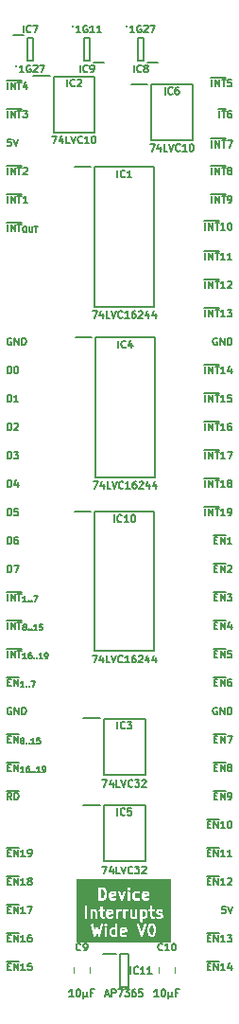
<source format=gbr>
%TF.GenerationSoftware,KiCad,Pcbnew,7.0.5*%
%TF.CreationDate,2024-01-04T10:21:33+02:00*%
%TF.ProjectId,HCP65 Device Interrupts Wide,48435036-3520-4446-9576-69636520496e,rev?*%
%TF.SameCoordinates,Original*%
%TF.FileFunction,Legend,Top*%
%TF.FilePolarity,Positive*%
%FSLAX46Y46*%
G04 Gerber Fmt 4.6, Leading zero omitted, Abs format (unit mm)*
G04 Created by KiCad (PCBNEW 7.0.5) date 2024-01-04 10:21:33*
%MOMM*%
%LPD*%
G01*
G04 APERTURE LIST*
%ADD10C,0.150000*%
%ADD11C,0.200000*%
%ADD12C,0.120000*%
G04 APERTURE END LIST*
D10*
X105680220Y-137113344D02*
X105891887Y-137113344D01*
X105982601Y-137445963D02*
X105680220Y-137445963D01*
X105680220Y-137445963D02*
X105680220Y-136810963D01*
X105680220Y-136810963D02*
X105982601Y-136810963D01*
X106254744Y-137445963D02*
X106254744Y-136810963D01*
X106254744Y-136810963D02*
X106617601Y-137445963D01*
X106617601Y-137445963D02*
X106617601Y-136810963D01*
X105592530Y-136634675D02*
X106705292Y-136634675D01*
X107252601Y-137445963D02*
X106889744Y-137445963D01*
X107071172Y-137445963D02*
X107071172Y-136810963D01*
X107071172Y-136810963D02*
X107010696Y-136901677D01*
X107010696Y-136901677D02*
X106950220Y-136962153D01*
X106950220Y-136962153D02*
X106889744Y-136992391D01*
X107645696Y-136810963D02*
X107706173Y-136810963D01*
X107706173Y-136810963D02*
X107766649Y-136841201D01*
X107766649Y-136841201D02*
X107796887Y-136871439D01*
X107796887Y-136871439D02*
X107827125Y-136931915D01*
X107827125Y-136931915D02*
X107857363Y-137052867D01*
X107857363Y-137052867D02*
X107857363Y-137204058D01*
X107857363Y-137204058D02*
X107827125Y-137325010D01*
X107827125Y-137325010D02*
X107796887Y-137385486D01*
X107796887Y-137385486D02*
X107766649Y-137415725D01*
X107766649Y-137415725D02*
X107706173Y-137445963D01*
X107706173Y-137445963D02*
X107645696Y-137445963D01*
X107645696Y-137445963D02*
X107585220Y-137415725D01*
X107585220Y-137415725D02*
X107554982Y-137385486D01*
X107554982Y-137385486D02*
X107524744Y-137325010D01*
X107524744Y-137325010D02*
X107494506Y-137204058D01*
X107494506Y-137204058D02*
X107494506Y-137052867D01*
X107494506Y-137052867D02*
X107524744Y-136931915D01*
X107524744Y-136931915D02*
X107554982Y-136871439D01*
X107554982Y-136871439D02*
X107585220Y-136841201D01*
X107585220Y-136841201D02*
X107645696Y-136810963D01*
X106073315Y-71151963D02*
X106073315Y-70516963D01*
X106375696Y-71151963D02*
X106375696Y-70516963D01*
X106375696Y-70516963D02*
X106738553Y-71151963D01*
X106738553Y-71151963D02*
X106738553Y-70516963D01*
X106950220Y-70516963D02*
X107313077Y-70516963D01*
X107131648Y-71151963D02*
X107131648Y-70516963D01*
X105985625Y-70340675D02*
X107310054Y-70340675D01*
X107827125Y-70516963D02*
X107524744Y-70516963D01*
X107524744Y-70516963D02*
X107494506Y-70819344D01*
X107494506Y-70819344D02*
X107524744Y-70789105D01*
X107524744Y-70789105D02*
X107585220Y-70758867D01*
X107585220Y-70758867D02*
X107736411Y-70758867D01*
X107736411Y-70758867D02*
X107796887Y-70789105D01*
X107796887Y-70789105D02*
X107827125Y-70819344D01*
X107827125Y-70819344D02*
X107857363Y-70879820D01*
X107857363Y-70879820D02*
X107857363Y-71031010D01*
X107857363Y-71031010D02*
X107827125Y-71091486D01*
X107827125Y-71091486D02*
X107796887Y-71121725D01*
X107796887Y-71121725D02*
X107736411Y-71151963D01*
X107736411Y-71151963D02*
X107585220Y-71151963D01*
X107585220Y-71151963D02*
X107524744Y-71121725D01*
X107524744Y-71121725D02*
X107494506Y-71091486D01*
X87752874Y-147273344D02*
X87964541Y-147273344D01*
X88055255Y-147605963D02*
X87752874Y-147605963D01*
X87752874Y-147605963D02*
X87752874Y-146970963D01*
X87752874Y-146970963D02*
X88055255Y-146970963D01*
X88327398Y-147605963D02*
X88327398Y-146970963D01*
X88327398Y-146970963D02*
X88690255Y-147605963D01*
X88690255Y-147605963D02*
X88690255Y-146970963D01*
X87665184Y-146794675D02*
X88777946Y-146794675D01*
X89325255Y-147605963D02*
X88962398Y-147605963D01*
X89143826Y-147605963D02*
X89143826Y-146970963D01*
X89143826Y-146970963D02*
X89083350Y-147061677D01*
X89083350Y-147061677D02*
X89022874Y-147122153D01*
X89022874Y-147122153D02*
X88962398Y-147152391D01*
X89869541Y-146970963D02*
X89748588Y-146970963D01*
X89748588Y-146970963D02*
X89688112Y-147001201D01*
X89688112Y-147001201D02*
X89657874Y-147031439D01*
X89657874Y-147031439D02*
X89597398Y-147122153D01*
X89597398Y-147122153D02*
X89567160Y-147243105D01*
X89567160Y-147243105D02*
X89567160Y-147485010D01*
X89567160Y-147485010D02*
X89597398Y-147545486D01*
X89597398Y-147545486D02*
X89627636Y-147575725D01*
X89627636Y-147575725D02*
X89688112Y-147605963D01*
X89688112Y-147605963D02*
X89809065Y-147605963D01*
X89809065Y-147605963D02*
X89869541Y-147575725D01*
X89869541Y-147575725D02*
X89899779Y-147545486D01*
X89899779Y-147545486D02*
X89930017Y-147485010D01*
X89930017Y-147485010D02*
X89930017Y-147333820D01*
X89930017Y-147333820D02*
X89899779Y-147273344D01*
X89899779Y-147273344D02*
X89869541Y-147243105D01*
X89869541Y-147243105D02*
X89809065Y-147212867D01*
X89809065Y-147212867D02*
X89688112Y-147212867D01*
X89688112Y-147212867D02*
X89627636Y-147243105D01*
X89627636Y-147243105D02*
X89597398Y-147273344D01*
X89597398Y-147273344D02*
X89567160Y-147333820D01*
X87752874Y-99345963D02*
X87752874Y-98710963D01*
X87752874Y-98710963D02*
X87904064Y-98710963D01*
X87904064Y-98710963D02*
X87994779Y-98741201D01*
X87994779Y-98741201D02*
X88055255Y-98801677D01*
X88055255Y-98801677D02*
X88085493Y-98862153D01*
X88085493Y-98862153D02*
X88115731Y-98983105D01*
X88115731Y-98983105D02*
X88115731Y-99073820D01*
X88115731Y-99073820D02*
X88085493Y-99194772D01*
X88085493Y-99194772D02*
X88055255Y-99255248D01*
X88055255Y-99255248D02*
X87994779Y-99315725D01*
X87994779Y-99315725D02*
X87904064Y-99345963D01*
X87904064Y-99345963D02*
X87752874Y-99345963D01*
X88720493Y-99345963D02*
X88357636Y-99345963D01*
X88539064Y-99345963D02*
X88539064Y-98710963D01*
X88539064Y-98710963D02*
X88478588Y-98801677D01*
X88478588Y-98801677D02*
X88418112Y-98862153D01*
X88418112Y-98862153D02*
X88357636Y-98892391D01*
X106073315Y-76612963D02*
X106073315Y-75977963D01*
X106375696Y-76612963D02*
X106375696Y-75977963D01*
X106375696Y-75977963D02*
X106738553Y-76612963D01*
X106738553Y-76612963D02*
X106738553Y-75977963D01*
X106950220Y-75977963D02*
X107313077Y-75977963D01*
X107131648Y-76612963D02*
X107131648Y-75977963D01*
X105985625Y-75801675D02*
X107310054Y-75801675D01*
X107464268Y-75977963D02*
X107887601Y-75977963D01*
X107887601Y-75977963D02*
X107615458Y-76612963D01*
X105680220Y-139653344D02*
X105891887Y-139653344D01*
X105982601Y-139985963D02*
X105680220Y-139985963D01*
X105680220Y-139985963D02*
X105680220Y-139350963D01*
X105680220Y-139350963D02*
X105982601Y-139350963D01*
X106254744Y-139985963D02*
X106254744Y-139350963D01*
X106254744Y-139350963D02*
X106617601Y-139985963D01*
X106617601Y-139985963D02*
X106617601Y-139350963D01*
X105592530Y-139174675D02*
X106705292Y-139174675D01*
X107252601Y-139985963D02*
X106889744Y-139985963D01*
X107071172Y-139985963D02*
X107071172Y-139350963D01*
X107071172Y-139350963D02*
X107010696Y-139441677D01*
X107010696Y-139441677D02*
X106950220Y-139502153D01*
X106950220Y-139502153D02*
X106889744Y-139532391D01*
X107857363Y-139985963D02*
X107494506Y-139985963D01*
X107675934Y-139985963D02*
X107675934Y-139350963D01*
X107675934Y-139350963D02*
X107615458Y-139441677D01*
X107615458Y-139441677D02*
X107554982Y-139502153D01*
X107554982Y-139502153D02*
X107494506Y-139532391D01*
X105468553Y-89185963D02*
X105468553Y-88550963D01*
X105770934Y-89185963D02*
X105770934Y-88550963D01*
X105770934Y-88550963D02*
X106133791Y-89185963D01*
X106133791Y-89185963D02*
X106133791Y-88550963D01*
X106345458Y-88550963D02*
X106708315Y-88550963D01*
X106526886Y-89185963D02*
X106526886Y-88550963D01*
X105380863Y-88374675D02*
X106705292Y-88374675D01*
X107252601Y-89185963D02*
X106889744Y-89185963D01*
X107071172Y-89185963D02*
X107071172Y-88550963D01*
X107071172Y-88550963D02*
X107010696Y-88641677D01*
X107010696Y-88641677D02*
X106950220Y-88702153D01*
X106950220Y-88702153D02*
X106889744Y-88732391D01*
X107494506Y-88611439D02*
X107524744Y-88581201D01*
X107524744Y-88581201D02*
X107585220Y-88550963D01*
X107585220Y-88550963D02*
X107736411Y-88550963D01*
X107736411Y-88550963D02*
X107796887Y-88581201D01*
X107796887Y-88581201D02*
X107827125Y-88611439D01*
X107827125Y-88611439D02*
X107857363Y-88671915D01*
X107857363Y-88671915D02*
X107857363Y-88732391D01*
X107857363Y-88732391D02*
X107827125Y-88823105D01*
X107827125Y-88823105D02*
X107464268Y-89185963D01*
X107464268Y-89185963D02*
X107857363Y-89185963D01*
X87752874Y-81565963D02*
X87752874Y-80930963D01*
X88055255Y-81565963D02*
X88055255Y-80930963D01*
X88055255Y-80930963D02*
X88418112Y-81565963D01*
X88418112Y-81565963D02*
X88418112Y-80930963D01*
X88629779Y-80930963D02*
X88992636Y-80930963D01*
X88811207Y-81565963D02*
X88811207Y-80930963D01*
X87665184Y-80754675D02*
X88989613Y-80754675D01*
X89536922Y-81565963D02*
X89174065Y-81565963D01*
X89355493Y-81565963D02*
X89355493Y-80930963D01*
X89355493Y-80930963D02*
X89295017Y-81021677D01*
X89295017Y-81021677D02*
X89234541Y-81082153D01*
X89234541Y-81082153D02*
X89174065Y-81112391D01*
X87752874Y-71405963D02*
X87752874Y-70770963D01*
X88055255Y-71405963D02*
X88055255Y-70770963D01*
X88055255Y-70770963D02*
X88418112Y-71405963D01*
X88418112Y-71405963D02*
X88418112Y-70770963D01*
X88629779Y-70770963D02*
X88992636Y-70770963D01*
X88811207Y-71405963D02*
X88811207Y-70770963D01*
X87665184Y-70594675D02*
X88989613Y-70594675D01*
X89476446Y-70982629D02*
X89476446Y-71405963D01*
X89325255Y-70740725D02*
X89174065Y-71194296D01*
X89174065Y-71194296D02*
X89567160Y-71194296D01*
X106284982Y-132033344D02*
X106496649Y-132033344D01*
X106587363Y-132365963D02*
X106284982Y-132365963D01*
X106284982Y-132365963D02*
X106284982Y-131730963D01*
X106284982Y-131730963D02*
X106587363Y-131730963D01*
X106859506Y-132365963D02*
X106859506Y-131730963D01*
X106859506Y-131730963D02*
X107222363Y-132365963D01*
X107222363Y-132365963D02*
X107222363Y-131730963D01*
X106197292Y-131554675D02*
X107310054Y-131554675D01*
X107615458Y-132003105D02*
X107554982Y-131972867D01*
X107554982Y-131972867D02*
X107524744Y-131942629D01*
X107524744Y-131942629D02*
X107494506Y-131882153D01*
X107494506Y-131882153D02*
X107494506Y-131851915D01*
X107494506Y-131851915D02*
X107524744Y-131791439D01*
X107524744Y-131791439D02*
X107554982Y-131761201D01*
X107554982Y-131761201D02*
X107615458Y-131730963D01*
X107615458Y-131730963D02*
X107736411Y-131730963D01*
X107736411Y-131730963D02*
X107796887Y-131761201D01*
X107796887Y-131761201D02*
X107827125Y-131791439D01*
X107827125Y-131791439D02*
X107857363Y-131851915D01*
X107857363Y-131851915D02*
X107857363Y-131882153D01*
X107857363Y-131882153D02*
X107827125Y-131942629D01*
X107827125Y-131942629D02*
X107796887Y-131972867D01*
X107796887Y-131972867D02*
X107736411Y-132003105D01*
X107736411Y-132003105D02*
X107615458Y-132003105D01*
X107615458Y-132003105D02*
X107554982Y-132033344D01*
X107554982Y-132033344D02*
X107524744Y-132063582D01*
X107524744Y-132063582D02*
X107494506Y-132124058D01*
X107494506Y-132124058D02*
X107494506Y-132245010D01*
X107494506Y-132245010D02*
X107524744Y-132305486D01*
X107524744Y-132305486D02*
X107554982Y-132335725D01*
X107554982Y-132335725D02*
X107615458Y-132365963D01*
X107615458Y-132365963D02*
X107736411Y-132365963D01*
X107736411Y-132365963D02*
X107796887Y-132335725D01*
X107796887Y-132335725D02*
X107827125Y-132305486D01*
X107827125Y-132305486D02*
X107857363Y-132245010D01*
X107857363Y-132245010D02*
X107857363Y-132124058D01*
X107857363Y-132124058D02*
X107827125Y-132063582D01*
X107827125Y-132063582D02*
X107796887Y-132033344D01*
X107796887Y-132033344D02*
X107736411Y-132003105D01*
X87752874Y-122205963D02*
X87752874Y-121570963D01*
X88055255Y-122205963D02*
X88055255Y-121570963D01*
X88055255Y-121570963D02*
X88418112Y-122205963D01*
X88418112Y-122205963D02*
X88418112Y-121570963D01*
X88629779Y-121570963D02*
X88992636Y-121570963D01*
X88811207Y-122205963D02*
X88811207Y-121570963D01*
X87665184Y-121394675D02*
X88989613Y-121394675D01*
X89440160Y-122276115D02*
X89149874Y-122276115D01*
X89295017Y-122276115D02*
X89295017Y-121768115D01*
X89295017Y-121768115D02*
X89246636Y-121840686D01*
X89246636Y-121840686D02*
X89198255Y-121889067D01*
X89198255Y-121889067D02*
X89149874Y-121913258D01*
X89875589Y-121768115D02*
X89778827Y-121768115D01*
X89778827Y-121768115D02*
X89730446Y-121792305D01*
X89730446Y-121792305D02*
X89706256Y-121816496D01*
X89706256Y-121816496D02*
X89657875Y-121889067D01*
X89657875Y-121889067D02*
X89633684Y-121985829D01*
X89633684Y-121985829D02*
X89633684Y-122179353D01*
X89633684Y-122179353D02*
X89657875Y-122227734D01*
X89657875Y-122227734D02*
X89682065Y-122251925D01*
X89682065Y-122251925D02*
X89730446Y-122276115D01*
X89730446Y-122276115D02*
X89827208Y-122276115D01*
X89827208Y-122276115D02*
X89875589Y-122251925D01*
X89875589Y-122251925D02*
X89899780Y-122227734D01*
X89899780Y-122227734D02*
X89923970Y-122179353D01*
X89923970Y-122179353D02*
X89923970Y-122058401D01*
X89923970Y-122058401D02*
X89899780Y-122010020D01*
X89899780Y-122010020D02*
X89875589Y-121985829D01*
X89875589Y-121985829D02*
X89827208Y-121961639D01*
X89827208Y-121961639D02*
X89730446Y-121961639D01*
X89730446Y-121961639D02*
X89682065Y-121985829D01*
X89682065Y-121985829D02*
X89657875Y-122010020D01*
X89657875Y-122010020D02*
X89633684Y-122058401D01*
X90141685Y-122227734D02*
X90165875Y-122251925D01*
X90165875Y-122251925D02*
X90141685Y-122276115D01*
X90141685Y-122276115D02*
X90117494Y-122251925D01*
X90117494Y-122251925D02*
X90141685Y-122227734D01*
X90141685Y-122227734D02*
X90141685Y-122276115D01*
X90383590Y-122227734D02*
X90407780Y-122251925D01*
X90407780Y-122251925D02*
X90383590Y-122276115D01*
X90383590Y-122276115D02*
X90359399Y-122251925D01*
X90359399Y-122251925D02*
X90383590Y-122227734D01*
X90383590Y-122227734D02*
X90383590Y-122276115D01*
X90891590Y-122276115D02*
X90601304Y-122276115D01*
X90746447Y-122276115D02*
X90746447Y-121768115D01*
X90746447Y-121768115D02*
X90698066Y-121840686D01*
X90698066Y-121840686D02*
X90649685Y-121889067D01*
X90649685Y-121889067D02*
X90601304Y-121913258D01*
X91133495Y-122276115D02*
X91230257Y-122276115D01*
X91230257Y-122276115D02*
X91278638Y-122251925D01*
X91278638Y-122251925D02*
X91302829Y-122227734D01*
X91302829Y-122227734D02*
X91351210Y-122155163D01*
X91351210Y-122155163D02*
X91375400Y-122058401D01*
X91375400Y-122058401D02*
X91375400Y-121864877D01*
X91375400Y-121864877D02*
X91351210Y-121816496D01*
X91351210Y-121816496D02*
X91327019Y-121792305D01*
X91327019Y-121792305D02*
X91278638Y-121768115D01*
X91278638Y-121768115D02*
X91181876Y-121768115D01*
X91181876Y-121768115D02*
X91133495Y-121792305D01*
X91133495Y-121792305D02*
X91109305Y-121816496D01*
X91109305Y-121816496D02*
X91085114Y-121864877D01*
X91085114Y-121864877D02*
X91085114Y-121985829D01*
X91085114Y-121985829D02*
X91109305Y-122034210D01*
X91109305Y-122034210D02*
X91133495Y-122058401D01*
X91133495Y-122058401D02*
X91181876Y-122082591D01*
X91181876Y-122082591D02*
X91278638Y-122082591D01*
X91278638Y-122082591D02*
X91327019Y-122058401D01*
X91327019Y-122058401D02*
X91351210Y-122034210D01*
X91351210Y-122034210D02*
X91375400Y-121985829D01*
X106738553Y-73945963D02*
X106738553Y-73310963D01*
X106950220Y-73310963D02*
X107313077Y-73310963D01*
X107131648Y-73945963D02*
X107131648Y-73310963D01*
X106650863Y-73134675D02*
X107310054Y-73134675D01*
X107796887Y-73310963D02*
X107675934Y-73310963D01*
X107675934Y-73310963D02*
X107615458Y-73341201D01*
X107615458Y-73341201D02*
X107585220Y-73371439D01*
X107585220Y-73371439D02*
X107524744Y-73462153D01*
X107524744Y-73462153D02*
X107494506Y-73583105D01*
X107494506Y-73583105D02*
X107494506Y-73825010D01*
X107494506Y-73825010D02*
X107524744Y-73885486D01*
X107524744Y-73885486D02*
X107554982Y-73915725D01*
X107554982Y-73915725D02*
X107615458Y-73945963D01*
X107615458Y-73945963D02*
X107736411Y-73945963D01*
X107736411Y-73945963D02*
X107796887Y-73915725D01*
X107796887Y-73915725D02*
X107827125Y-73885486D01*
X107827125Y-73885486D02*
X107857363Y-73825010D01*
X107857363Y-73825010D02*
X107857363Y-73673820D01*
X107857363Y-73673820D02*
X107827125Y-73613344D01*
X107827125Y-73613344D02*
X107796887Y-73583105D01*
X107796887Y-73583105D02*
X107736411Y-73552867D01*
X107736411Y-73552867D02*
X107615458Y-73552867D01*
X107615458Y-73552867D02*
X107554982Y-73583105D01*
X107554982Y-73583105D02*
X107524744Y-73613344D01*
X107524744Y-73613344D02*
X107494506Y-73673820D01*
X106284982Y-111713344D02*
X106496649Y-111713344D01*
X106587363Y-112045963D02*
X106284982Y-112045963D01*
X106284982Y-112045963D02*
X106284982Y-111410963D01*
X106284982Y-111410963D02*
X106587363Y-111410963D01*
X106859506Y-112045963D02*
X106859506Y-111410963D01*
X106859506Y-111410963D02*
X107222363Y-112045963D01*
X107222363Y-112045963D02*
X107222363Y-111410963D01*
X106197292Y-111234675D02*
X107310054Y-111234675D01*
X107857363Y-112045963D02*
X107494506Y-112045963D01*
X107675934Y-112045963D02*
X107675934Y-111410963D01*
X107675934Y-111410963D02*
X107615458Y-111501677D01*
X107615458Y-111501677D02*
X107554982Y-111562153D01*
X107554982Y-111562153D02*
X107494506Y-111592391D01*
X106073315Y-81565963D02*
X106073315Y-80930963D01*
X106375696Y-81565963D02*
X106375696Y-80930963D01*
X106375696Y-80930963D02*
X106738553Y-81565963D01*
X106738553Y-81565963D02*
X106738553Y-80930963D01*
X106950220Y-80930963D02*
X107313077Y-80930963D01*
X107131648Y-81565963D02*
X107131648Y-80930963D01*
X105985625Y-80754675D02*
X107310054Y-80754675D01*
X107554982Y-81565963D02*
X107675934Y-81565963D01*
X107675934Y-81565963D02*
X107736411Y-81535725D01*
X107736411Y-81535725D02*
X107766649Y-81505486D01*
X107766649Y-81505486D02*
X107827125Y-81414772D01*
X107827125Y-81414772D02*
X107857363Y-81293820D01*
X107857363Y-81293820D02*
X107857363Y-81051915D01*
X107857363Y-81051915D02*
X107827125Y-80991439D01*
X107827125Y-80991439D02*
X107796887Y-80961201D01*
X107796887Y-80961201D02*
X107736411Y-80930963D01*
X107736411Y-80930963D02*
X107615458Y-80930963D01*
X107615458Y-80930963D02*
X107554982Y-80961201D01*
X107554982Y-80961201D02*
X107524744Y-80991439D01*
X107524744Y-80991439D02*
X107494506Y-81051915D01*
X107494506Y-81051915D02*
X107494506Y-81203105D01*
X107494506Y-81203105D02*
X107524744Y-81263582D01*
X107524744Y-81263582D02*
X107554982Y-81293820D01*
X107554982Y-81293820D02*
X107615458Y-81324058D01*
X107615458Y-81324058D02*
X107736411Y-81324058D01*
X107736411Y-81324058D02*
X107796887Y-81293820D01*
X107796887Y-81293820D02*
X107827125Y-81263582D01*
X107827125Y-81263582D02*
X107857363Y-81203105D01*
X105468553Y-83978963D02*
X105468553Y-83343963D01*
X105770934Y-83978963D02*
X105770934Y-83343963D01*
X105770934Y-83343963D02*
X106133791Y-83978963D01*
X106133791Y-83978963D02*
X106133791Y-83343963D01*
X106345458Y-83343963D02*
X106708315Y-83343963D01*
X106526886Y-83978963D02*
X106526886Y-83343963D01*
X105380863Y-83167675D02*
X106705292Y-83167675D01*
X107252601Y-83978963D02*
X106889744Y-83978963D01*
X107071172Y-83978963D02*
X107071172Y-83343963D01*
X107071172Y-83343963D02*
X107010696Y-83434677D01*
X107010696Y-83434677D02*
X106950220Y-83495153D01*
X106950220Y-83495153D02*
X106889744Y-83525391D01*
X107645696Y-83343963D02*
X107706173Y-83343963D01*
X107706173Y-83343963D02*
X107766649Y-83374201D01*
X107766649Y-83374201D02*
X107796887Y-83404439D01*
X107796887Y-83404439D02*
X107827125Y-83464915D01*
X107827125Y-83464915D02*
X107857363Y-83585867D01*
X107857363Y-83585867D02*
X107857363Y-83737058D01*
X107857363Y-83737058D02*
X107827125Y-83858010D01*
X107827125Y-83858010D02*
X107796887Y-83918486D01*
X107796887Y-83918486D02*
X107766649Y-83948725D01*
X107766649Y-83948725D02*
X107706173Y-83978963D01*
X107706173Y-83978963D02*
X107645696Y-83978963D01*
X107645696Y-83978963D02*
X107585220Y-83948725D01*
X107585220Y-83948725D02*
X107554982Y-83918486D01*
X107554982Y-83918486D02*
X107524744Y-83858010D01*
X107524744Y-83858010D02*
X107494506Y-83737058D01*
X107494506Y-83737058D02*
X107494506Y-83585867D01*
X107494506Y-83585867D02*
X107524744Y-83464915D01*
X107524744Y-83464915D02*
X107554982Y-83404439D01*
X107554982Y-83404439D02*
X107585220Y-83374201D01*
X107585220Y-83374201D02*
X107645696Y-83343963D01*
X106526887Y-93661201D02*
X106466411Y-93630963D01*
X106466411Y-93630963D02*
X106375697Y-93630963D01*
X106375697Y-93630963D02*
X106284982Y-93661201D01*
X106284982Y-93661201D02*
X106224506Y-93721677D01*
X106224506Y-93721677D02*
X106194268Y-93782153D01*
X106194268Y-93782153D02*
X106164030Y-93903105D01*
X106164030Y-93903105D02*
X106164030Y-93993820D01*
X106164030Y-93993820D02*
X106194268Y-94114772D01*
X106194268Y-94114772D02*
X106224506Y-94175248D01*
X106224506Y-94175248D02*
X106284982Y-94235725D01*
X106284982Y-94235725D02*
X106375697Y-94265963D01*
X106375697Y-94265963D02*
X106436173Y-94265963D01*
X106436173Y-94265963D02*
X106526887Y-94235725D01*
X106526887Y-94235725D02*
X106557125Y-94205486D01*
X106557125Y-94205486D02*
X106557125Y-93993820D01*
X106557125Y-93993820D02*
X106436173Y-93993820D01*
X106829268Y-94265963D02*
X106829268Y-93630963D01*
X106829268Y-93630963D02*
X107192125Y-94265963D01*
X107192125Y-94265963D02*
X107192125Y-93630963D01*
X107494506Y-94265963D02*
X107494506Y-93630963D01*
X107494506Y-93630963D02*
X107645696Y-93630963D01*
X107645696Y-93630963D02*
X107736411Y-93661201D01*
X107736411Y-93661201D02*
X107796887Y-93721677D01*
X107796887Y-93721677D02*
X107827125Y-93782153D01*
X107827125Y-93782153D02*
X107857363Y-93903105D01*
X107857363Y-93903105D02*
X107857363Y-93993820D01*
X107857363Y-93993820D02*
X107827125Y-94114772D01*
X107827125Y-94114772D02*
X107796887Y-94175248D01*
X107796887Y-94175248D02*
X107736411Y-94235725D01*
X107736411Y-94235725D02*
X107645696Y-94265963D01*
X107645696Y-94265963D02*
X107494506Y-94265963D01*
X106073315Y-79025963D02*
X106073315Y-78390963D01*
X106375696Y-79025963D02*
X106375696Y-78390963D01*
X106375696Y-78390963D02*
X106738553Y-79025963D01*
X106738553Y-79025963D02*
X106738553Y-78390963D01*
X106950220Y-78390963D02*
X107313077Y-78390963D01*
X107131648Y-79025963D02*
X107131648Y-78390963D01*
X105985625Y-78214675D02*
X107310054Y-78214675D01*
X107615458Y-78663105D02*
X107554982Y-78632867D01*
X107554982Y-78632867D02*
X107524744Y-78602629D01*
X107524744Y-78602629D02*
X107494506Y-78542153D01*
X107494506Y-78542153D02*
X107494506Y-78511915D01*
X107494506Y-78511915D02*
X107524744Y-78451439D01*
X107524744Y-78451439D02*
X107554982Y-78421201D01*
X107554982Y-78421201D02*
X107615458Y-78390963D01*
X107615458Y-78390963D02*
X107736411Y-78390963D01*
X107736411Y-78390963D02*
X107796887Y-78421201D01*
X107796887Y-78421201D02*
X107827125Y-78451439D01*
X107827125Y-78451439D02*
X107857363Y-78511915D01*
X107857363Y-78511915D02*
X107857363Y-78542153D01*
X107857363Y-78542153D02*
X107827125Y-78602629D01*
X107827125Y-78602629D02*
X107796887Y-78632867D01*
X107796887Y-78632867D02*
X107736411Y-78663105D01*
X107736411Y-78663105D02*
X107615458Y-78663105D01*
X107615458Y-78663105D02*
X107554982Y-78693344D01*
X107554982Y-78693344D02*
X107524744Y-78723582D01*
X107524744Y-78723582D02*
X107494506Y-78784058D01*
X107494506Y-78784058D02*
X107494506Y-78905010D01*
X107494506Y-78905010D02*
X107524744Y-78965486D01*
X107524744Y-78965486D02*
X107554982Y-78995725D01*
X107554982Y-78995725D02*
X107615458Y-79025963D01*
X107615458Y-79025963D02*
X107736411Y-79025963D01*
X107736411Y-79025963D02*
X107796887Y-78995725D01*
X107796887Y-78995725D02*
X107827125Y-78965486D01*
X107827125Y-78965486D02*
X107857363Y-78905010D01*
X107857363Y-78905010D02*
X107857363Y-78784058D01*
X107857363Y-78784058D02*
X107827125Y-78723582D01*
X107827125Y-78723582D02*
X107796887Y-78693344D01*
X107796887Y-78693344D02*
X107736411Y-78663105D01*
X87752874Y-132033344D02*
X87964541Y-132033344D01*
X88055255Y-132365963D02*
X87752874Y-132365963D01*
X87752874Y-132365963D02*
X87752874Y-131730963D01*
X87752874Y-131730963D02*
X88055255Y-131730963D01*
X88327398Y-132365963D02*
X88327398Y-131730963D01*
X88327398Y-131730963D02*
X88690255Y-132365963D01*
X88690255Y-132365963D02*
X88690255Y-131730963D01*
X87665184Y-131554675D02*
X88777946Y-131554675D01*
X89228493Y-132436115D02*
X88938207Y-132436115D01*
X89083350Y-132436115D02*
X89083350Y-131928115D01*
X89083350Y-131928115D02*
X89034969Y-132000686D01*
X89034969Y-132000686D02*
X88986588Y-132049067D01*
X88986588Y-132049067D02*
X88938207Y-132073258D01*
X89663922Y-131928115D02*
X89567160Y-131928115D01*
X89567160Y-131928115D02*
X89518779Y-131952305D01*
X89518779Y-131952305D02*
X89494589Y-131976496D01*
X89494589Y-131976496D02*
X89446208Y-132049067D01*
X89446208Y-132049067D02*
X89422017Y-132145829D01*
X89422017Y-132145829D02*
X89422017Y-132339353D01*
X89422017Y-132339353D02*
X89446208Y-132387734D01*
X89446208Y-132387734D02*
X89470398Y-132411925D01*
X89470398Y-132411925D02*
X89518779Y-132436115D01*
X89518779Y-132436115D02*
X89615541Y-132436115D01*
X89615541Y-132436115D02*
X89663922Y-132411925D01*
X89663922Y-132411925D02*
X89688113Y-132387734D01*
X89688113Y-132387734D02*
X89712303Y-132339353D01*
X89712303Y-132339353D02*
X89712303Y-132218401D01*
X89712303Y-132218401D02*
X89688113Y-132170020D01*
X89688113Y-132170020D02*
X89663922Y-132145829D01*
X89663922Y-132145829D02*
X89615541Y-132121639D01*
X89615541Y-132121639D02*
X89518779Y-132121639D01*
X89518779Y-132121639D02*
X89470398Y-132145829D01*
X89470398Y-132145829D02*
X89446208Y-132170020D01*
X89446208Y-132170020D02*
X89422017Y-132218401D01*
X89930018Y-132387734D02*
X89954208Y-132411925D01*
X89954208Y-132411925D02*
X89930018Y-132436115D01*
X89930018Y-132436115D02*
X89905827Y-132411925D01*
X89905827Y-132411925D02*
X89930018Y-132387734D01*
X89930018Y-132387734D02*
X89930018Y-132436115D01*
X90171923Y-132387734D02*
X90196113Y-132411925D01*
X90196113Y-132411925D02*
X90171923Y-132436115D01*
X90171923Y-132436115D02*
X90147732Y-132411925D01*
X90147732Y-132411925D02*
X90171923Y-132387734D01*
X90171923Y-132387734D02*
X90171923Y-132436115D01*
X90679923Y-132436115D02*
X90389637Y-132436115D01*
X90534780Y-132436115D02*
X90534780Y-131928115D01*
X90534780Y-131928115D02*
X90486399Y-132000686D01*
X90486399Y-132000686D02*
X90438018Y-132049067D01*
X90438018Y-132049067D02*
X90389637Y-132073258D01*
X90921828Y-132436115D02*
X91018590Y-132436115D01*
X91018590Y-132436115D02*
X91066971Y-132411925D01*
X91066971Y-132411925D02*
X91091162Y-132387734D01*
X91091162Y-132387734D02*
X91139543Y-132315163D01*
X91139543Y-132315163D02*
X91163733Y-132218401D01*
X91163733Y-132218401D02*
X91163733Y-132024877D01*
X91163733Y-132024877D02*
X91139543Y-131976496D01*
X91139543Y-131976496D02*
X91115352Y-131952305D01*
X91115352Y-131952305D02*
X91066971Y-131928115D01*
X91066971Y-131928115D02*
X90970209Y-131928115D01*
X90970209Y-131928115D02*
X90921828Y-131952305D01*
X90921828Y-131952305D02*
X90897638Y-131976496D01*
X90897638Y-131976496D02*
X90873447Y-132024877D01*
X90873447Y-132024877D02*
X90873447Y-132145829D01*
X90873447Y-132145829D02*
X90897638Y-132194210D01*
X90897638Y-132194210D02*
X90921828Y-132218401D01*
X90921828Y-132218401D02*
X90970209Y-132242591D01*
X90970209Y-132242591D02*
X91066971Y-132242591D01*
X91066971Y-132242591D02*
X91115352Y-132218401D01*
X91115352Y-132218401D02*
X91139543Y-132194210D01*
X91139543Y-132194210D02*
X91163733Y-132145829D01*
X105680220Y-149813344D02*
X105891887Y-149813344D01*
X105982601Y-150145963D02*
X105680220Y-150145963D01*
X105680220Y-150145963D02*
X105680220Y-149510963D01*
X105680220Y-149510963D02*
X105982601Y-149510963D01*
X106254744Y-150145963D02*
X106254744Y-149510963D01*
X106254744Y-149510963D02*
X106617601Y-150145963D01*
X106617601Y-150145963D02*
X106617601Y-149510963D01*
X105592530Y-149334675D02*
X106705292Y-149334675D01*
X107252601Y-150145963D02*
X106889744Y-150145963D01*
X107071172Y-150145963D02*
X107071172Y-149510963D01*
X107071172Y-149510963D02*
X107010696Y-149601677D01*
X107010696Y-149601677D02*
X106950220Y-149662153D01*
X106950220Y-149662153D02*
X106889744Y-149692391D01*
X107796887Y-149722629D02*
X107796887Y-150145963D01*
X107645696Y-149480725D02*
X107494506Y-149934296D01*
X107494506Y-149934296D02*
X107887601Y-149934296D01*
X87752874Y-106965963D02*
X87752874Y-106330963D01*
X87752874Y-106330963D02*
X87904064Y-106330963D01*
X87904064Y-106330963D02*
X87994779Y-106361201D01*
X87994779Y-106361201D02*
X88055255Y-106421677D01*
X88055255Y-106421677D02*
X88085493Y-106482153D01*
X88085493Y-106482153D02*
X88115731Y-106603105D01*
X88115731Y-106603105D02*
X88115731Y-106693820D01*
X88115731Y-106693820D02*
X88085493Y-106814772D01*
X88085493Y-106814772D02*
X88055255Y-106875248D01*
X88055255Y-106875248D02*
X87994779Y-106935725D01*
X87994779Y-106935725D02*
X87904064Y-106965963D01*
X87904064Y-106965963D02*
X87752874Y-106965963D01*
X88660017Y-106542629D02*
X88660017Y-106965963D01*
X88508826Y-106300725D02*
X88357636Y-106754296D01*
X88357636Y-106754296D02*
X88750731Y-106754296D01*
X105468553Y-109505963D02*
X105468553Y-108870963D01*
X105770934Y-109505963D02*
X105770934Y-108870963D01*
X105770934Y-108870963D02*
X106133791Y-109505963D01*
X106133791Y-109505963D02*
X106133791Y-108870963D01*
X106345458Y-108870963D02*
X106708315Y-108870963D01*
X106526886Y-109505963D02*
X106526886Y-108870963D01*
X105380863Y-108694675D02*
X106705292Y-108694675D01*
X107252601Y-109505963D02*
X106889744Y-109505963D01*
X107071172Y-109505963D02*
X107071172Y-108870963D01*
X107071172Y-108870963D02*
X107010696Y-108961677D01*
X107010696Y-108961677D02*
X106950220Y-109022153D01*
X106950220Y-109022153D02*
X106889744Y-109052391D01*
X107554982Y-109505963D02*
X107675934Y-109505963D01*
X107675934Y-109505963D02*
X107736411Y-109475725D01*
X107736411Y-109475725D02*
X107766649Y-109445486D01*
X107766649Y-109445486D02*
X107827125Y-109354772D01*
X107827125Y-109354772D02*
X107857363Y-109233820D01*
X107857363Y-109233820D02*
X107857363Y-108991915D01*
X107857363Y-108991915D02*
X107827125Y-108931439D01*
X107827125Y-108931439D02*
X107796887Y-108901201D01*
X107796887Y-108901201D02*
X107736411Y-108870963D01*
X107736411Y-108870963D02*
X107615458Y-108870963D01*
X107615458Y-108870963D02*
X107554982Y-108901201D01*
X107554982Y-108901201D02*
X107524744Y-108931439D01*
X107524744Y-108931439D02*
X107494506Y-108991915D01*
X107494506Y-108991915D02*
X107494506Y-109143105D01*
X107494506Y-109143105D02*
X107524744Y-109203582D01*
X107524744Y-109203582D02*
X107554982Y-109233820D01*
X107554982Y-109233820D02*
X107615458Y-109264058D01*
X107615458Y-109264058D02*
X107736411Y-109264058D01*
X107736411Y-109264058D02*
X107796887Y-109233820D01*
X107796887Y-109233820D02*
X107827125Y-109203582D01*
X107827125Y-109203582D02*
X107857363Y-109143105D01*
X105468553Y-104425963D02*
X105468553Y-103790963D01*
X105770934Y-104425963D02*
X105770934Y-103790963D01*
X105770934Y-103790963D02*
X106133791Y-104425963D01*
X106133791Y-104425963D02*
X106133791Y-103790963D01*
X106345458Y-103790963D02*
X106708315Y-103790963D01*
X106526886Y-104425963D02*
X106526886Y-103790963D01*
X105380863Y-103614675D02*
X106705292Y-103614675D01*
X107252601Y-104425963D02*
X106889744Y-104425963D01*
X107071172Y-104425963D02*
X107071172Y-103790963D01*
X107071172Y-103790963D02*
X107010696Y-103881677D01*
X107010696Y-103881677D02*
X106950220Y-103942153D01*
X106950220Y-103942153D02*
X106889744Y-103972391D01*
X107464268Y-103790963D02*
X107887601Y-103790963D01*
X107887601Y-103790963D02*
X107615458Y-104425963D01*
X105468553Y-99345963D02*
X105468553Y-98710963D01*
X105770934Y-99345963D02*
X105770934Y-98710963D01*
X105770934Y-98710963D02*
X106133791Y-99345963D01*
X106133791Y-99345963D02*
X106133791Y-98710963D01*
X106345458Y-98710963D02*
X106708315Y-98710963D01*
X106526886Y-99345963D02*
X106526886Y-98710963D01*
X105380863Y-98534675D02*
X106705292Y-98534675D01*
X107252601Y-99345963D02*
X106889744Y-99345963D01*
X107071172Y-99345963D02*
X107071172Y-98710963D01*
X107071172Y-98710963D02*
X107010696Y-98801677D01*
X107010696Y-98801677D02*
X106950220Y-98862153D01*
X106950220Y-98862153D02*
X106889744Y-98892391D01*
X107827125Y-98710963D02*
X107524744Y-98710963D01*
X107524744Y-98710963D02*
X107494506Y-99013344D01*
X107494506Y-99013344D02*
X107524744Y-98983105D01*
X107524744Y-98983105D02*
X107585220Y-98952867D01*
X107585220Y-98952867D02*
X107736411Y-98952867D01*
X107736411Y-98952867D02*
X107796887Y-98983105D01*
X107796887Y-98983105D02*
X107827125Y-99013344D01*
X107827125Y-99013344D02*
X107857363Y-99073820D01*
X107857363Y-99073820D02*
X107857363Y-99225010D01*
X107857363Y-99225010D02*
X107827125Y-99285486D01*
X107827125Y-99285486D02*
X107796887Y-99315725D01*
X107796887Y-99315725D02*
X107736411Y-99345963D01*
X107736411Y-99345963D02*
X107585220Y-99345963D01*
X107585220Y-99345963D02*
X107524744Y-99315725D01*
X107524744Y-99315725D02*
X107494506Y-99285486D01*
X106526887Y-126681201D02*
X106466411Y-126650963D01*
X106466411Y-126650963D02*
X106375697Y-126650963D01*
X106375697Y-126650963D02*
X106284982Y-126681201D01*
X106284982Y-126681201D02*
X106224506Y-126741677D01*
X106224506Y-126741677D02*
X106194268Y-126802153D01*
X106194268Y-126802153D02*
X106164030Y-126923105D01*
X106164030Y-126923105D02*
X106164030Y-127013820D01*
X106164030Y-127013820D02*
X106194268Y-127134772D01*
X106194268Y-127134772D02*
X106224506Y-127195248D01*
X106224506Y-127195248D02*
X106284982Y-127255725D01*
X106284982Y-127255725D02*
X106375697Y-127285963D01*
X106375697Y-127285963D02*
X106436173Y-127285963D01*
X106436173Y-127285963D02*
X106526887Y-127255725D01*
X106526887Y-127255725D02*
X106557125Y-127225486D01*
X106557125Y-127225486D02*
X106557125Y-127013820D01*
X106557125Y-127013820D02*
X106436173Y-127013820D01*
X106829268Y-127285963D02*
X106829268Y-126650963D01*
X106829268Y-126650963D02*
X107192125Y-127285963D01*
X107192125Y-127285963D02*
X107192125Y-126650963D01*
X107494506Y-127285963D02*
X107494506Y-126650963D01*
X107494506Y-126650963D02*
X107645696Y-126650963D01*
X107645696Y-126650963D02*
X107736411Y-126681201D01*
X107736411Y-126681201D02*
X107796887Y-126741677D01*
X107796887Y-126741677D02*
X107827125Y-126802153D01*
X107827125Y-126802153D02*
X107857363Y-126923105D01*
X107857363Y-126923105D02*
X107857363Y-127013820D01*
X107857363Y-127013820D02*
X107827125Y-127134772D01*
X107827125Y-127134772D02*
X107796887Y-127195248D01*
X107796887Y-127195248D02*
X107736411Y-127255725D01*
X107736411Y-127255725D02*
X107645696Y-127285963D01*
X107645696Y-127285963D02*
X107494506Y-127285963D01*
X87752874Y-142193344D02*
X87964541Y-142193344D01*
X88055255Y-142525963D02*
X87752874Y-142525963D01*
X87752874Y-142525963D02*
X87752874Y-141890963D01*
X87752874Y-141890963D02*
X88055255Y-141890963D01*
X88327398Y-142525963D02*
X88327398Y-141890963D01*
X88327398Y-141890963D02*
X88690255Y-142525963D01*
X88690255Y-142525963D02*
X88690255Y-141890963D01*
X87665184Y-141714675D02*
X88777946Y-141714675D01*
X89325255Y-142525963D02*
X88962398Y-142525963D01*
X89143826Y-142525963D02*
X89143826Y-141890963D01*
X89143826Y-141890963D02*
X89083350Y-141981677D01*
X89083350Y-141981677D02*
X89022874Y-142042153D01*
X89022874Y-142042153D02*
X88962398Y-142072391D01*
X89688112Y-142163105D02*
X89627636Y-142132867D01*
X89627636Y-142132867D02*
X89597398Y-142102629D01*
X89597398Y-142102629D02*
X89567160Y-142042153D01*
X89567160Y-142042153D02*
X89567160Y-142011915D01*
X89567160Y-142011915D02*
X89597398Y-141951439D01*
X89597398Y-141951439D02*
X89627636Y-141921201D01*
X89627636Y-141921201D02*
X89688112Y-141890963D01*
X89688112Y-141890963D02*
X89809065Y-141890963D01*
X89809065Y-141890963D02*
X89869541Y-141921201D01*
X89869541Y-141921201D02*
X89899779Y-141951439D01*
X89899779Y-141951439D02*
X89930017Y-142011915D01*
X89930017Y-142011915D02*
X89930017Y-142042153D01*
X89930017Y-142042153D02*
X89899779Y-142102629D01*
X89899779Y-142102629D02*
X89869541Y-142132867D01*
X89869541Y-142132867D02*
X89809065Y-142163105D01*
X89809065Y-142163105D02*
X89688112Y-142163105D01*
X89688112Y-142163105D02*
X89627636Y-142193344D01*
X89627636Y-142193344D02*
X89597398Y-142223582D01*
X89597398Y-142223582D02*
X89567160Y-142284058D01*
X89567160Y-142284058D02*
X89567160Y-142405010D01*
X89567160Y-142405010D02*
X89597398Y-142465486D01*
X89597398Y-142465486D02*
X89627636Y-142495725D01*
X89627636Y-142495725D02*
X89688112Y-142525963D01*
X89688112Y-142525963D02*
X89809065Y-142525963D01*
X89809065Y-142525963D02*
X89869541Y-142495725D01*
X89869541Y-142495725D02*
X89899779Y-142465486D01*
X89899779Y-142465486D02*
X89930017Y-142405010D01*
X89930017Y-142405010D02*
X89930017Y-142284058D01*
X89930017Y-142284058D02*
X89899779Y-142223582D01*
X89899779Y-142223582D02*
X89869541Y-142193344D01*
X89869541Y-142193344D02*
X89809065Y-142163105D01*
X105680220Y-142193344D02*
X105891887Y-142193344D01*
X105982601Y-142525963D02*
X105680220Y-142525963D01*
X105680220Y-142525963D02*
X105680220Y-141890963D01*
X105680220Y-141890963D02*
X105982601Y-141890963D01*
X106254744Y-142525963D02*
X106254744Y-141890963D01*
X106254744Y-141890963D02*
X106617601Y-142525963D01*
X106617601Y-142525963D02*
X106617601Y-141890963D01*
X105592530Y-141714675D02*
X106705292Y-141714675D01*
X107252601Y-142525963D02*
X106889744Y-142525963D01*
X107071172Y-142525963D02*
X107071172Y-141890963D01*
X107071172Y-141890963D02*
X107010696Y-141981677D01*
X107010696Y-141981677D02*
X106950220Y-142042153D01*
X106950220Y-142042153D02*
X106889744Y-142072391D01*
X107494506Y-141951439D02*
X107524744Y-141921201D01*
X107524744Y-141921201D02*
X107585220Y-141890963D01*
X107585220Y-141890963D02*
X107736411Y-141890963D01*
X107736411Y-141890963D02*
X107796887Y-141921201D01*
X107796887Y-141921201D02*
X107827125Y-141951439D01*
X107827125Y-141951439D02*
X107857363Y-142011915D01*
X107857363Y-142011915D02*
X107857363Y-142072391D01*
X107857363Y-142072391D02*
X107827125Y-142163105D01*
X107827125Y-142163105D02*
X107464268Y-142525963D01*
X107464268Y-142525963D02*
X107857363Y-142525963D01*
X87752874Y-96805963D02*
X87752874Y-96170963D01*
X87752874Y-96170963D02*
X87904064Y-96170963D01*
X87904064Y-96170963D02*
X87994779Y-96201201D01*
X87994779Y-96201201D02*
X88055255Y-96261677D01*
X88055255Y-96261677D02*
X88085493Y-96322153D01*
X88085493Y-96322153D02*
X88115731Y-96443105D01*
X88115731Y-96443105D02*
X88115731Y-96533820D01*
X88115731Y-96533820D02*
X88085493Y-96654772D01*
X88085493Y-96654772D02*
X88055255Y-96715248D01*
X88055255Y-96715248D02*
X87994779Y-96775725D01*
X87994779Y-96775725D02*
X87904064Y-96805963D01*
X87904064Y-96805963D02*
X87752874Y-96805963D01*
X88508826Y-96170963D02*
X88569303Y-96170963D01*
X88569303Y-96170963D02*
X88629779Y-96201201D01*
X88629779Y-96201201D02*
X88660017Y-96231439D01*
X88660017Y-96231439D02*
X88690255Y-96291915D01*
X88690255Y-96291915D02*
X88720493Y-96412867D01*
X88720493Y-96412867D02*
X88720493Y-96564058D01*
X88720493Y-96564058D02*
X88690255Y-96685010D01*
X88690255Y-96685010D02*
X88660017Y-96745486D01*
X88660017Y-96745486D02*
X88629779Y-96775725D01*
X88629779Y-96775725D02*
X88569303Y-96805963D01*
X88569303Y-96805963D02*
X88508826Y-96805963D01*
X88508826Y-96805963D02*
X88448350Y-96775725D01*
X88448350Y-96775725D02*
X88418112Y-96745486D01*
X88418112Y-96745486D02*
X88387874Y-96685010D01*
X88387874Y-96685010D02*
X88357636Y-96564058D01*
X88357636Y-96564058D02*
X88357636Y-96412867D01*
X88357636Y-96412867D02*
X88387874Y-96291915D01*
X88387874Y-96291915D02*
X88418112Y-96231439D01*
X88418112Y-96231439D02*
X88448350Y-96201201D01*
X88448350Y-96201201D02*
X88508826Y-96170963D01*
X87752874Y-119665963D02*
X87752874Y-119030963D01*
X88055255Y-119665963D02*
X88055255Y-119030963D01*
X88055255Y-119030963D02*
X88418112Y-119665963D01*
X88418112Y-119665963D02*
X88418112Y-119030963D01*
X88629779Y-119030963D02*
X88992636Y-119030963D01*
X88811207Y-119665963D02*
X88811207Y-119030963D01*
X87665184Y-118854675D02*
X88989613Y-118854675D01*
X89246636Y-119445829D02*
X89198255Y-119421639D01*
X89198255Y-119421639D02*
X89174065Y-119397448D01*
X89174065Y-119397448D02*
X89149874Y-119349067D01*
X89149874Y-119349067D02*
X89149874Y-119324877D01*
X89149874Y-119324877D02*
X89174065Y-119276496D01*
X89174065Y-119276496D02*
X89198255Y-119252305D01*
X89198255Y-119252305D02*
X89246636Y-119228115D01*
X89246636Y-119228115D02*
X89343398Y-119228115D01*
X89343398Y-119228115D02*
X89391779Y-119252305D01*
X89391779Y-119252305D02*
X89415970Y-119276496D01*
X89415970Y-119276496D02*
X89440160Y-119324877D01*
X89440160Y-119324877D02*
X89440160Y-119349067D01*
X89440160Y-119349067D02*
X89415970Y-119397448D01*
X89415970Y-119397448D02*
X89391779Y-119421639D01*
X89391779Y-119421639D02*
X89343398Y-119445829D01*
X89343398Y-119445829D02*
X89246636Y-119445829D01*
X89246636Y-119445829D02*
X89198255Y-119470020D01*
X89198255Y-119470020D02*
X89174065Y-119494210D01*
X89174065Y-119494210D02*
X89149874Y-119542591D01*
X89149874Y-119542591D02*
X89149874Y-119639353D01*
X89149874Y-119639353D02*
X89174065Y-119687734D01*
X89174065Y-119687734D02*
X89198255Y-119711925D01*
X89198255Y-119711925D02*
X89246636Y-119736115D01*
X89246636Y-119736115D02*
X89343398Y-119736115D01*
X89343398Y-119736115D02*
X89391779Y-119711925D01*
X89391779Y-119711925D02*
X89415970Y-119687734D01*
X89415970Y-119687734D02*
X89440160Y-119639353D01*
X89440160Y-119639353D02*
X89440160Y-119542591D01*
X89440160Y-119542591D02*
X89415970Y-119494210D01*
X89415970Y-119494210D02*
X89391779Y-119470020D01*
X89391779Y-119470020D02*
X89343398Y-119445829D01*
X89657875Y-119687734D02*
X89682065Y-119711925D01*
X89682065Y-119711925D02*
X89657875Y-119736115D01*
X89657875Y-119736115D02*
X89633684Y-119711925D01*
X89633684Y-119711925D02*
X89657875Y-119687734D01*
X89657875Y-119687734D02*
X89657875Y-119736115D01*
X89899780Y-119687734D02*
X89923970Y-119711925D01*
X89923970Y-119711925D02*
X89899780Y-119736115D01*
X89899780Y-119736115D02*
X89875589Y-119711925D01*
X89875589Y-119711925D02*
X89899780Y-119687734D01*
X89899780Y-119687734D02*
X89899780Y-119736115D01*
X90407780Y-119736115D02*
X90117494Y-119736115D01*
X90262637Y-119736115D02*
X90262637Y-119228115D01*
X90262637Y-119228115D02*
X90214256Y-119300686D01*
X90214256Y-119300686D02*
X90165875Y-119349067D01*
X90165875Y-119349067D02*
X90117494Y-119373258D01*
X90867400Y-119228115D02*
X90625495Y-119228115D01*
X90625495Y-119228115D02*
X90601304Y-119470020D01*
X90601304Y-119470020D02*
X90625495Y-119445829D01*
X90625495Y-119445829D02*
X90673876Y-119421639D01*
X90673876Y-119421639D02*
X90794828Y-119421639D01*
X90794828Y-119421639D02*
X90843209Y-119445829D01*
X90843209Y-119445829D02*
X90867400Y-119470020D01*
X90867400Y-119470020D02*
X90891590Y-119518401D01*
X90891590Y-119518401D02*
X90891590Y-119639353D01*
X90891590Y-119639353D02*
X90867400Y-119687734D01*
X90867400Y-119687734D02*
X90843209Y-119711925D01*
X90843209Y-119711925D02*
X90794828Y-119736115D01*
X90794828Y-119736115D02*
X90673876Y-119736115D01*
X90673876Y-119736115D02*
X90625495Y-119711925D01*
X90625495Y-119711925D02*
X90601304Y-119687734D01*
X105468553Y-91725963D02*
X105468553Y-91090963D01*
X105770934Y-91725963D02*
X105770934Y-91090963D01*
X105770934Y-91090963D02*
X106133791Y-91725963D01*
X106133791Y-91725963D02*
X106133791Y-91090963D01*
X106345458Y-91090963D02*
X106708315Y-91090963D01*
X106526886Y-91725963D02*
X106526886Y-91090963D01*
X105380863Y-90914675D02*
X106705292Y-90914675D01*
X107252601Y-91725963D02*
X106889744Y-91725963D01*
X107071172Y-91725963D02*
X107071172Y-91090963D01*
X107071172Y-91090963D02*
X107010696Y-91181677D01*
X107010696Y-91181677D02*
X106950220Y-91242153D01*
X106950220Y-91242153D02*
X106889744Y-91272391D01*
X107464268Y-91090963D02*
X107857363Y-91090963D01*
X107857363Y-91090963D02*
X107645696Y-91332867D01*
X107645696Y-91332867D02*
X107736411Y-91332867D01*
X107736411Y-91332867D02*
X107796887Y-91363105D01*
X107796887Y-91363105D02*
X107827125Y-91393344D01*
X107827125Y-91393344D02*
X107857363Y-91453820D01*
X107857363Y-91453820D02*
X107857363Y-91605010D01*
X107857363Y-91605010D02*
X107827125Y-91665486D01*
X107827125Y-91665486D02*
X107796887Y-91695725D01*
X107796887Y-91695725D02*
X107736411Y-91725963D01*
X107736411Y-91725963D02*
X107554982Y-91725963D01*
X107554982Y-91725963D02*
X107494506Y-91695725D01*
X107494506Y-91695725D02*
X107464268Y-91665486D01*
X88055255Y-75850963D02*
X87752874Y-75850963D01*
X87752874Y-75850963D02*
X87722636Y-76153344D01*
X87722636Y-76153344D02*
X87752874Y-76123105D01*
X87752874Y-76123105D02*
X87813350Y-76092867D01*
X87813350Y-76092867D02*
X87964541Y-76092867D01*
X87964541Y-76092867D02*
X88025017Y-76123105D01*
X88025017Y-76123105D02*
X88055255Y-76153344D01*
X88055255Y-76153344D02*
X88085493Y-76213820D01*
X88085493Y-76213820D02*
X88085493Y-76365010D01*
X88085493Y-76365010D02*
X88055255Y-76425486D01*
X88055255Y-76425486D02*
X88025017Y-76455725D01*
X88025017Y-76455725D02*
X87964541Y-76485963D01*
X87964541Y-76485963D02*
X87813350Y-76485963D01*
X87813350Y-76485963D02*
X87752874Y-76455725D01*
X87752874Y-76455725D02*
X87722636Y-76425486D01*
X88266922Y-75850963D02*
X88478588Y-76485963D01*
X88478588Y-76485963D02*
X88690255Y-75850963D01*
X87752874Y-79025963D02*
X87752874Y-78390963D01*
X88055255Y-79025963D02*
X88055255Y-78390963D01*
X88055255Y-78390963D02*
X88418112Y-79025963D01*
X88418112Y-79025963D02*
X88418112Y-78390963D01*
X88629779Y-78390963D02*
X88992636Y-78390963D01*
X88811207Y-79025963D02*
X88811207Y-78390963D01*
X87665184Y-78214675D02*
X88989613Y-78214675D01*
X89174065Y-78451439D02*
X89204303Y-78421201D01*
X89204303Y-78421201D02*
X89264779Y-78390963D01*
X89264779Y-78390963D02*
X89415970Y-78390963D01*
X89415970Y-78390963D02*
X89476446Y-78421201D01*
X89476446Y-78421201D02*
X89506684Y-78451439D01*
X89506684Y-78451439D02*
X89536922Y-78511915D01*
X89536922Y-78511915D02*
X89536922Y-78572391D01*
X89536922Y-78572391D02*
X89506684Y-78663105D01*
X89506684Y-78663105D02*
X89143827Y-79025963D01*
X89143827Y-79025963D02*
X89536922Y-79025963D01*
X106284982Y-116793344D02*
X106496649Y-116793344D01*
X106587363Y-117125963D02*
X106284982Y-117125963D01*
X106284982Y-117125963D02*
X106284982Y-116490963D01*
X106284982Y-116490963D02*
X106587363Y-116490963D01*
X106859506Y-117125963D02*
X106859506Y-116490963D01*
X106859506Y-116490963D02*
X107222363Y-117125963D01*
X107222363Y-117125963D02*
X107222363Y-116490963D01*
X106197292Y-116314675D02*
X107310054Y-116314675D01*
X107464268Y-116490963D02*
X107857363Y-116490963D01*
X107857363Y-116490963D02*
X107645696Y-116732867D01*
X107645696Y-116732867D02*
X107736411Y-116732867D01*
X107736411Y-116732867D02*
X107796887Y-116763105D01*
X107796887Y-116763105D02*
X107827125Y-116793344D01*
X107827125Y-116793344D02*
X107857363Y-116853820D01*
X107857363Y-116853820D02*
X107857363Y-117005010D01*
X107857363Y-117005010D02*
X107827125Y-117065486D01*
X107827125Y-117065486D02*
X107796887Y-117095725D01*
X107796887Y-117095725D02*
X107736411Y-117125963D01*
X107736411Y-117125963D02*
X107554982Y-117125963D01*
X107554982Y-117125963D02*
X107494506Y-117095725D01*
X107494506Y-117095725D02*
X107464268Y-117065486D01*
X106284982Y-119333344D02*
X106496649Y-119333344D01*
X106587363Y-119665963D02*
X106284982Y-119665963D01*
X106284982Y-119665963D02*
X106284982Y-119030963D01*
X106284982Y-119030963D02*
X106587363Y-119030963D01*
X106859506Y-119665963D02*
X106859506Y-119030963D01*
X106859506Y-119030963D02*
X107222363Y-119665963D01*
X107222363Y-119665963D02*
X107222363Y-119030963D01*
X106197292Y-118854675D02*
X107310054Y-118854675D01*
X107796887Y-119242629D02*
X107796887Y-119665963D01*
X107645696Y-119000725D02*
X107494506Y-119454296D01*
X107494506Y-119454296D02*
X107887601Y-119454296D01*
D11*
G36*
X97380523Y-146502974D02*
G01*
X97380523Y-146950796D01*
X97361679Y-146960219D01*
X97218415Y-146960219D01*
X97158808Y-146930415D01*
X97134137Y-146905743D01*
X97104333Y-146846135D01*
X97104333Y-146607634D01*
X97134137Y-146548025D01*
X97158807Y-146523356D01*
X97218415Y-146493552D01*
X97361679Y-146493552D01*
X97380523Y-146502974D01*
G37*
G36*
X98263130Y-146515706D02*
G01*
X98280581Y-146550607D01*
X98009095Y-146604904D01*
X98009095Y-146560015D01*
X98031249Y-146515706D01*
X98075558Y-146493552D01*
X98218822Y-146493552D01*
X98263130Y-146515706D01*
G37*
G36*
X100754621Y-146190023D02*
G01*
X100779290Y-146214693D01*
X100814742Y-146285596D01*
X100856714Y-146453482D01*
X100856714Y-146666954D01*
X100814742Y-146834841D01*
X100779291Y-146905743D01*
X100754620Y-146930414D01*
X100695013Y-146960219D01*
X100646987Y-146960219D01*
X100587380Y-146930415D01*
X100562709Y-146905743D01*
X100527257Y-146834840D01*
X100485286Y-146666955D01*
X100485286Y-146453482D01*
X100527257Y-146285595D01*
X100562709Y-146214692D01*
X100587378Y-146190023D01*
X100646987Y-146160219D01*
X100695013Y-146160219D01*
X100754621Y-146190023D01*
G37*
G36*
X100064145Y-144913356D02*
G01*
X100088815Y-144938026D01*
X100118619Y-144997634D01*
X100118619Y-145236135D01*
X100088815Y-145295743D01*
X100064144Y-145320414D01*
X100004537Y-145350219D01*
X99861273Y-145350219D01*
X99842429Y-145340797D01*
X99842429Y-144892974D01*
X99861273Y-144883552D01*
X100004537Y-144883552D01*
X100064145Y-144913356D01*
G37*
G36*
X97048844Y-144905706D02*
G01*
X97066295Y-144940607D01*
X96794809Y-144994904D01*
X96794809Y-144950015D01*
X96816963Y-144905706D01*
X96861272Y-144883552D01*
X97004536Y-144883552D01*
X97048844Y-144905706D01*
G37*
G36*
X96331267Y-142975241D02*
G01*
X96398338Y-143042312D01*
X96433789Y-143113215D01*
X96475761Y-143281101D01*
X96475761Y-143399335D01*
X96433789Y-143567222D01*
X96398337Y-143638125D01*
X96331267Y-143705196D01*
X96226201Y-143740219D01*
X96104333Y-143740219D01*
X96104333Y-142940219D01*
X96226200Y-142940219D01*
X96331267Y-142975241D01*
G37*
G36*
X97310749Y-143295706D02*
G01*
X97328200Y-143330607D01*
X97056713Y-143384904D01*
X97056714Y-143340015D01*
X97078868Y-143295706D01*
X97123177Y-143273552D01*
X97266441Y-143273552D01*
X97310749Y-143295706D01*
G37*
G36*
X100263130Y-143295706D02*
G01*
X100280581Y-143330607D01*
X100009095Y-143384904D01*
X100009095Y-143340015D01*
X100031249Y-143295706D01*
X100075558Y-143273552D01*
X100218822Y-143273552D01*
X100263130Y-143295706D01*
G37*
G36*
X102382906Y-147635857D02*
G01*
X93959095Y-147635857D01*
X93959095Y-146054817D01*
X95233585Y-146054817D01*
X95476055Y-147073189D01*
X95476527Y-147092072D01*
X95490853Y-147113185D01*
X95503520Y-147135342D01*
X95507183Y-147137250D01*
X95509501Y-147140666D01*
X95532965Y-147150680D01*
X95555603Y-147162473D01*
X95559716Y-147162097D01*
X95563512Y-147163718D01*
X95588667Y-147159457D01*
X95614085Y-147157139D01*
X95617341Y-147154600D01*
X95621413Y-147153911D01*
X95640273Y-147136724D01*
X95660401Y-147121035D01*
X95661768Y-147117137D01*
X95664820Y-147114357D01*
X95671393Y-147089705D01*
X95679844Y-147065622D01*
X95678887Y-147061604D01*
X95766238Y-146734037D01*
X95857390Y-147075859D01*
X95858370Y-147094726D01*
X95873262Y-147115451D01*
X95886516Y-147137255D01*
X95890228Y-147139064D01*
X95892638Y-147142417D01*
X95916362Y-147151797D01*
X95939308Y-147162978D01*
X95943410Y-147162492D01*
X95947248Y-147164010D01*
X95972278Y-147159075D01*
X95997626Y-147156075D01*
X96000813Y-147153449D01*
X96004865Y-147152651D01*
X96023257Y-147134964D01*
X96042956Y-147118740D01*
X96044218Y-147114807D01*
X96047194Y-147111946D01*
X96053104Y-147087121D01*
X96057124Y-147074598D01*
X96475762Y-147074598D01*
X96488085Y-147116566D01*
X96532467Y-147155023D01*
X96590594Y-147163380D01*
X96644013Y-147138985D01*
X96675762Y-147089582D01*
X96675762Y-146595216D01*
X96900713Y-146595216D01*
X96904333Y-146603944D01*
X96904332Y-146864356D01*
X96901759Y-146888200D01*
X96910897Y-146906476D01*
X96916656Y-146926089D01*
X96923797Y-146932277D01*
X96956901Y-146998484D01*
X96960478Y-147014927D01*
X96979961Y-147034410D01*
X96998730Y-147054588D01*
X97000622Y-147055071D01*
X97019994Y-147074444D01*
X97028587Y-147088911D01*
X97053225Y-147101230D01*
X97077416Y-147114440D01*
X97079365Y-147114300D01*
X97145270Y-147147253D01*
X97165446Y-147160219D01*
X97185881Y-147160219D01*
X97205997Y-147163839D01*
X97214725Y-147160219D01*
X97379900Y-147160219D01*
X97403743Y-147162793D01*
X97422019Y-147153654D01*
X97432199Y-147150665D01*
X97437228Y-147155023D01*
X97495355Y-147163380D01*
X97548774Y-147138985D01*
X97580523Y-147089582D01*
X97580523Y-147025183D01*
X97584680Y-147008927D01*
X97580523Y-146996418D01*
X97580523Y-146547597D01*
X97805475Y-146547597D01*
X97809095Y-146556325D01*
X97809095Y-146700463D01*
X97807641Y-146703023D01*
X97809095Y-146729625D01*
X97809095Y-146911975D01*
X97806521Y-146935819D01*
X97815659Y-146954096D01*
X97821418Y-146973708D01*
X97828558Y-146979895D01*
X97855878Y-147034535D01*
X97855741Y-147038420D01*
X97868885Y-147060550D01*
X97873701Y-147070182D01*
X97876204Y-147072873D01*
X97885730Y-147088911D01*
X97895812Y-147093952D01*
X97903492Y-147102208D01*
X97921568Y-147106830D01*
X98002413Y-147147253D01*
X98022589Y-147160219D01*
X98043024Y-147160219D01*
X98063140Y-147163839D01*
X98071868Y-147160219D01*
X98237043Y-147160219D01*
X98260886Y-147162793D01*
X98279162Y-147153654D01*
X98298775Y-147147896D01*
X98304963Y-147140754D01*
X98395248Y-147095612D01*
X98427274Y-147065822D01*
X98441823Y-147008927D01*
X98423303Y-146953199D01*
X98377593Y-146916329D01*
X98319207Y-146910026D01*
X98218822Y-146960219D01*
X98075558Y-146960219D01*
X98031249Y-146938064D01*
X98009095Y-146893755D01*
X98009095Y-146808865D01*
X98388053Y-146733073D01*
X98400117Y-146734808D01*
X98416274Y-146727429D01*
X98418996Y-146726885D01*
X98429306Y-146721477D01*
X98453536Y-146710413D01*
X98455127Y-146707937D01*
X98457732Y-146706571D01*
X98470882Y-146683421D01*
X98485285Y-146661010D01*
X98485285Y-146658066D01*
X98486738Y-146655509D01*
X98485284Y-146628925D01*
X98485285Y-146541793D01*
X98487859Y-146517950D01*
X98478720Y-146499672D01*
X98472962Y-146480062D01*
X98465820Y-146473874D01*
X98438501Y-146419236D01*
X98438639Y-146415351D01*
X98425489Y-146393211D01*
X98420678Y-146383589D01*
X98418177Y-146380900D01*
X98408650Y-146364860D01*
X98398568Y-146359819D01*
X98390888Y-146351562D01*
X98372807Y-146346938D01*
X98291969Y-146306519D01*
X98271791Y-146293552D01*
X98251355Y-146293552D01*
X98231240Y-146289932D01*
X98222512Y-146293552D01*
X98057336Y-146293552D01*
X98033493Y-146290978D01*
X98015215Y-146300116D01*
X97995605Y-146305875D01*
X97989417Y-146313016D01*
X97934779Y-146340335D01*
X97930894Y-146340198D01*
X97908754Y-146353347D01*
X97899132Y-146358159D01*
X97896443Y-146360659D01*
X97880403Y-146370187D01*
X97875362Y-146380268D01*
X97867105Y-146387949D01*
X97862481Y-146406029D01*
X97822062Y-146486867D01*
X97809095Y-146507046D01*
X97809095Y-146527481D01*
X97805475Y-146547597D01*
X97580523Y-146547597D01*
X97580523Y-146442937D01*
X97581496Y-146415351D01*
X97580523Y-146413712D01*
X97580523Y-146063986D01*
X99328751Y-146063986D01*
X99665649Y-147074679D01*
X99665242Y-147085949D01*
X99674757Y-147102002D01*
X99675917Y-147105482D01*
X99682051Y-147114309D01*
X99695185Y-147136467D01*
X99698661Y-147138209D01*
X99700879Y-147141400D01*
X99724670Y-147151242D01*
X99747687Y-147162776D01*
X99751550Y-147162362D01*
X99755144Y-147163849D01*
X99780474Y-147159266D01*
X99806079Y-147156526D01*
X99809109Y-147154086D01*
X99812931Y-147153395D01*
X99831757Y-147135851D01*
X99851821Y-147119698D01*
X99853050Y-147116009D01*
X99855894Y-147113360D01*
X99862250Y-147088409D01*
X100000042Y-146675033D01*
X100281150Y-146675033D01*
X100285286Y-146691577D01*
X100285286Y-146693645D01*
X100288765Y-146705495D01*
X100331570Y-146876715D01*
X100330331Y-146888200D01*
X100338552Y-146904643D01*
X100339378Y-146907945D01*
X100344963Y-146917465D01*
X100385473Y-146998484D01*
X100389050Y-147014927D01*
X100408533Y-147034410D01*
X100427302Y-147054588D01*
X100429194Y-147055071D01*
X100448566Y-147074444D01*
X100457159Y-147088911D01*
X100481797Y-147101230D01*
X100505988Y-147114440D01*
X100507937Y-147114300D01*
X100573842Y-147147253D01*
X100594018Y-147160219D01*
X100614453Y-147160219D01*
X100634569Y-147163839D01*
X100643297Y-147160219D01*
X100713234Y-147160219D01*
X100737077Y-147162793D01*
X100755353Y-147153654D01*
X100774966Y-147147896D01*
X100781154Y-147140754D01*
X100847362Y-147107650D01*
X100863806Y-147104073D01*
X100883291Y-147084587D01*
X100903465Y-147065822D01*
X100903949Y-147063928D01*
X100923322Y-147044555D01*
X100937787Y-147035964D01*
X100950104Y-147011329D01*
X100963316Y-146987133D01*
X100963176Y-146985185D01*
X100990571Y-146930395D01*
X100998988Y-146922482D01*
X101003447Y-146904643D01*
X101004968Y-146901603D01*
X101006921Y-146890748D01*
X101049737Y-146719485D01*
X101056714Y-146708629D01*
X101056714Y-146691577D01*
X101057216Y-146689570D01*
X101056714Y-146677223D01*
X101056714Y-146457629D01*
X101060850Y-146445404D01*
X101056714Y-146428860D01*
X101056714Y-146426792D01*
X101053234Y-146414941D01*
X101010429Y-146243720D01*
X101011669Y-146232236D01*
X101003447Y-146215792D01*
X101002622Y-146212492D01*
X100997038Y-146202975D01*
X100956525Y-146121949D01*
X100952949Y-146105509D01*
X100933474Y-146086034D01*
X100914698Y-146065848D01*
X100912803Y-146065363D01*
X100893433Y-146045993D01*
X100884841Y-146031527D01*
X100860206Y-146019209D01*
X100836011Y-146005998D01*
X100834061Y-146006137D01*
X100768160Y-145973186D01*
X100747982Y-145960219D01*
X100727546Y-145960219D01*
X100707431Y-145956599D01*
X100698703Y-145960219D01*
X100628765Y-145960219D01*
X100604922Y-145957645D01*
X100586644Y-145966783D01*
X100567034Y-145972542D01*
X100560846Y-145979683D01*
X100494635Y-146012788D01*
X100478195Y-146016365D01*
X100458720Y-146035839D01*
X100438534Y-146054616D01*
X100438049Y-146056510D01*
X100418679Y-146075880D01*
X100404213Y-146084473D01*
X100391895Y-146109107D01*
X100378684Y-146133303D01*
X100378823Y-146135252D01*
X100351429Y-146190040D01*
X100343012Y-146197955D01*
X100338551Y-146215795D01*
X100337032Y-146218835D01*
X100335079Y-146229686D01*
X100292262Y-146400951D01*
X100285286Y-146411808D01*
X100285286Y-146428859D01*
X100284784Y-146430867D01*
X100285286Y-146443213D01*
X100285286Y-146662807D01*
X100281150Y-146675033D01*
X100000042Y-146675033D01*
X100198986Y-146078201D01*
X100200567Y-146034490D01*
X100170624Y-145983972D01*
X100118122Y-145957662D01*
X100059730Y-145963913D01*
X100013988Y-146000740D01*
X99766238Y-146743990D01*
X99523226Y-146014955D01*
X99498264Y-145979038D01*
X99443999Y-145956589D01*
X99386212Y-145967042D01*
X99343248Y-146007078D01*
X99328751Y-146063986D01*
X97580523Y-146063986D01*
X97580523Y-146045840D01*
X97568200Y-146003872D01*
X97523818Y-145965415D01*
X97465691Y-145957058D01*
X97412272Y-145981453D01*
X97380523Y-146030856D01*
X97380523Y-146291088D01*
X97374097Y-146289932D01*
X97365369Y-146293552D01*
X97200193Y-146293552D01*
X97176350Y-146290978D01*
X97158072Y-146300116D01*
X97138462Y-146305875D01*
X97132274Y-146313016D01*
X97066063Y-146346121D01*
X97049623Y-146349698D01*
X97030148Y-146369172D01*
X97009962Y-146387949D01*
X97009477Y-146389843D01*
X96990107Y-146409213D01*
X96975641Y-146417806D01*
X96963323Y-146442440D01*
X96950112Y-146466636D01*
X96950251Y-146468585D01*
X96917300Y-146534486D01*
X96904333Y-146554665D01*
X96904333Y-146575100D01*
X96900713Y-146595216D01*
X96675762Y-146595216D01*
X96675762Y-146379173D01*
X96663439Y-146337205D01*
X96619057Y-146298748D01*
X96560930Y-146290391D01*
X96507511Y-146314786D01*
X96475762Y-146364189D01*
X96475762Y-147074598D01*
X96057124Y-147074598D01*
X96060903Y-147062825D01*
X96059839Y-147058835D01*
X96288038Y-146100403D01*
X96424186Y-146100403D01*
X96428907Y-146122106D01*
X96430492Y-146144260D01*
X96435052Y-146150352D01*
X96436670Y-146157786D01*
X96452371Y-146173487D01*
X96465685Y-146191272D01*
X96472815Y-146193931D01*
X96487002Y-146208118D01*
X96488085Y-146211804D01*
X96502150Y-146223991D01*
X96513304Y-146238891D01*
X96523911Y-146242847D01*
X96532467Y-146250261D01*
X96543673Y-146251872D01*
X96553608Y-146257297D01*
X96561196Y-146256754D01*
X96568327Y-146259414D01*
X96579389Y-146257007D01*
X96590594Y-146258618D01*
X96600893Y-146253914D01*
X96612184Y-146253107D01*
X96618274Y-146248547D01*
X96625710Y-146246930D01*
X96633713Y-146238926D01*
X96644013Y-146234223D01*
X96650134Y-146224697D01*
X96659195Y-146217915D01*
X96661854Y-146210785D01*
X96689034Y-146183605D01*
X96706814Y-146170296D01*
X96714574Y-146149489D01*
X96725221Y-146129992D01*
X96724678Y-146122401D01*
X96727337Y-146115273D01*
X96722615Y-146093569D01*
X96721031Y-146071416D01*
X96716471Y-146065325D01*
X96714854Y-146057890D01*
X96699148Y-146042184D01*
X96685839Y-146024405D01*
X96678709Y-146021745D01*
X96664521Y-146007557D01*
X96663439Y-146003872D01*
X96649371Y-145991682D01*
X96638220Y-145976786D01*
X96627614Y-145972830D01*
X96619057Y-145965415D01*
X96607850Y-145963803D01*
X96597916Y-145958379D01*
X96590325Y-145958921D01*
X96583197Y-145956263D01*
X96572136Y-145958669D01*
X96560930Y-145957058D01*
X96550632Y-145961760D01*
X96539340Y-145962568D01*
X96533247Y-145967128D01*
X96525814Y-145968746D01*
X96517810Y-145976749D01*
X96507511Y-145981453D01*
X96501390Y-145990976D01*
X96492328Y-145997761D01*
X96489668Y-146004891D01*
X96462493Y-146032066D01*
X96444709Y-146045380D01*
X96436946Y-146066192D01*
X96426303Y-146085684D01*
X96426845Y-146093272D01*
X96424186Y-146100403D01*
X96288038Y-146100403D01*
X96295421Y-146069393D01*
X96293154Y-146025712D01*
X96258886Y-145978021D01*
X96204276Y-145956428D01*
X96146659Y-145967787D01*
X96104330Y-146008493D01*
X95951225Y-146651531D01*
X95865911Y-146331602D01*
X95865473Y-146314079D01*
X95850388Y-146291849D01*
X95836436Y-146268897D01*
X95834013Y-146267716D01*
X95832499Y-146265485D01*
X95807780Y-146254935D01*
X95783644Y-146243175D01*
X95780968Y-146243491D01*
X95778488Y-146242433D01*
X95751986Y-146246921D01*
X95725326Y-146250077D01*
X95723246Y-146251789D01*
X95720587Y-146252240D01*
X95700729Y-146270335D01*
X95679996Y-146287412D01*
X95679171Y-146289979D01*
X95677180Y-146291795D01*
X95670259Y-146317748D01*
X95662049Y-146343328D01*
X95662743Y-146345932D01*
X95581250Y-146651530D01*
X95431617Y-146023069D01*
X95409909Y-145985097D01*
X95357826Y-145957965D01*
X95299344Y-145963299D01*
X95253028Y-145999403D01*
X95233585Y-146054817D01*
X93959095Y-146054817D01*
X93959095Y-145464598D01*
X94690047Y-145464598D01*
X94702370Y-145506566D01*
X94746752Y-145545023D01*
X94804879Y-145553380D01*
X94858298Y-145528985D01*
X94890047Y-145479582D01*
X94890047Y-144856636D01*
X95164397Y-144856636D01*
X95166237Y-144882365D01*
X95166237Y-145464598D01*
X95178560Y-145506566D01*
X95222942Y-145545023D01*
X95281069Y-145553380D01*
X95334488Y-145528985D01*
X95366237Y-145479582D01*
X95366237Y-144920211D01*
X95373092Y-144913356D01*
X95432700Y-144883552D01*
X95528345Y-144883552D01*
X95572653Y-144905706D01*
X95594808Y-144950015D01*
X95594808Y-145464598D01*
X95607131Y-145506566D01*
X95651513Y-145545023D01*
X95709640Y-145553380D01*
X95763059Y-145528985D01*
X95794808Y-145479582D01*
X95794808Y-144931793D01*
X95797382Y-144907950D01*
X95788243Y-144889672D01*
X95782485Y-144870062D01*
X95775343Y-144863874D01*
X95748024Y-144809236D01*
X95748162Y-144805351D01*
X95744024Y-144798384D01*
X95924981Y-144798384D01*
X95949376Y-144851803D01*
X95998779Y-144883552D01*
X96070999Y-144883552D01*
X96070999Y-145301975D01*
X96068425Y-145325819D01*
X96077563Y-145344096D01*
X96083322Y-145363708D01*
X96090462Y-145369895D01*
X96117782Y-145424535D01*
X96117645Y-145428420D01*
X96130789Y-145450550D01*
X96135605Y-145460182D01*
X96138108Y-145462873D01*
X96147634Y-145478911D01*
X96157716Y-145483952D01*
X96165396Y-145492208D01*
X96183472Y-145496830D01*
X96264317Y-145537253D01*
X96284493Y-145550219D01*
X96304928Y-145550219D01*
X96325044Y-145553839D01*
X96333772Y-145550219D01*
X96423473Y-145550219D01*
X96465441Y-145537896D01*
X96503898Y-145493514D01*
X96512255Y-145435387D01*
X96487860Y-145381968D01*
X96438457Y-145350219D01*
X96337462Y-145350219D01*
X96293153Y-145328064D01*
X96270999Y-145283755D01*
X96270999Y-144937597D01*
X96591189Y-144937597D01*
X96594809Y-144946325D01*
X96594809Y-145090463D01*
X96593355Y-145093023D01*
X96594809Y-145119625D01*
X96594809Y-145301975D01*
X96592235Y-145325819D01*
X96601373Y-145344096D01*
X96607132Y-145363708D01*
X96614272Y-145369895D01*
X96641592Y-145424535D01*
X96641455Y-145428420D01*
X96654599Y-145450550D01*
X96659415Y-145460182D01*
X96661918Y-145462873D01*
X96671444Y-145478911D01*
X96681526Y-145483952D01*
X96689206Y-145492208D01*
X96707282Y-145496830D01*
X96788127Y-145537253D01*
X96808303Y-145550219D01*
X96828738Y-145550219D01*
X96848854Y-145553839D01*
X96857582Y-145550219D01*
X97022757Y-145550219D01*
X97046600Y-145552793D01*
X97064876Y-145543654D01*
X97084489Y-145537896D01*
X97090677Y-145530754D01*
X97180962Y-145485612D01*
X97212988Y-145455822D01*
X97227537Y-145398927D01*
X97209017Y-145343199D01*
X97163307Y-145306329D01*
X97104921Y-145300026D01*
X97004536Y-145350219D01*
X96861272Y-145350219D01*
X96816963Y-145328064D01*
X96794809Y-145283755D01*
X96794809Y-145198865D01*
X97173767Y-145123073D01*
X97185831Y-145124808D01*
X97201988Y-145117429D01*
X97204710Y-145116885D01*
X97215020Y-145111477D01*
X97239250Y-145100413D01*
X97240841Y-145097937D01*
X97243446Y-145096571D01*
X97256596Y-145073421D01*
X97270999Y-145051010D01*
X97270999Y-145048066D01*
X97272452Y-145045509D01*
X97270999Y-145018925D01*
X97270999Y-144985216D01*
X97495951Y-144985216D01*
X97499571Y-144993944D01*
X97499571Y-145464598D01*
X97511894Y-145506566D01*
X97556276Y-145545023D01*
X97614403Y-145553380D01*
X97667822Y-145528985D01*
X97699571Y-145479582D01*
X97699571Y-144997634D01*
X97705780Y-144985216D01*
X98114999Y-144985216D01*
X98118619Y-144993944D01*
X98118619Y-145464598D01*
X98130942Y-145506566D01*
X98175324Y-145545023D01*
X98233451Y-145553380D01*
X98286870Y-145528985D01*
X98318619Y-145479582D01*
X98318619Y-145325819D01*
X98735093Y-145325819D01*
X98744231Y-145344096D01*
X98749990Y-145363708D01*
X98757130Y-145369895D01*
X98784450Y-145424535D01*
X98784313Y-145428420D01*
X98797457Y-145450550D01*
X98802273Y-145460182D01*
X98804776Y-145462873D01*
X98814302Y-145478911D01*
X98824384Y-145483952D01*
X98832064Y-145492208D01*
X98850140Y-145496830D01*
X98930985Y-145537253D01*
X98951161Y-145550219D01*
X98971596Y-145550219D01*
X98991712Y-145553839D01*
X99000440Y-145550219D01*
X99117996Y-145550219D01*
X99141839Y-145552793D01*
X99160115Y-145543654D01*
X99179728Y-145537896D01*
X99185916Y-145530754D01*
X99198953Y-145524235D01*
X99222943Y-145545023D01*
X99281070Y-145553380D01*
X99334489Y-145528985D01*
X99366238Y-145479582D01*
X99366238Y-145380502D01*
X99368078Y-145377133D01*
X99366238Y-145351409D01*
X99366238Y-144834844D01*
X99638272Y-144834844D01*
X99642429Y-144847352D01*
X99642429Y-145400833D01*
X99641456Y-145428420D01*
X99642429Y-145430058D01*
X99642429Y-145797931D01*
X99654752Y-145839899D01*
X99699134Y-145878356D01*
X99757261Y-145886713D01*
X99810680Y-145862318D01*
X99842429Y-145812915D01*
X99842429Y-145552682D01*
X99848855Y-145553839D01*
X99857583Y-145550219D01*
X100022758Y-145550219D01*
X100046601Y-145552793D01*
X100064877Y-145543654D01*
X100084490Y-145537896D01*
X100090678Y-145530754D01*
X100156886Y-145497650D01*
X100173330Y-145494073D01*
X100192815Y-145474587D01*
X100212989Y-145455822D01*
X100213473Y-145453928D01*
X100232846Y-145434555D01*
X100247311Y-145425964D01*
X100259628Y-145401329D01*
X100272840Y-145377133D01*
X100272700Y-145375185D01*
X100305653Y-145309280D01*
X100318619Y-145289105D01*
X100318619Y-145268669D01*
X100322239Y-145248554D01*
X100318619Y-145239825D01*
X100318619Y-144979412D01*
X100321193Y-144955569D01*
X100312054Y-144937291D01*
X100306296Y-144917681D01*
X100299154Y-144911493D01*
X100266049Y-144845282D01*
X100262473Y-144828842D01*
X100242998Y-144809367D01*
X100232782Y-144798384D01*
X100401173Y-144798384D01*
X100425568Y-144851803D01*
X100474971Y-144883552D01*
X100547191Y-144883552D01*
X100547191Y-145301975D01*
X100544617Y-145325819D01*
X100553755Y-145344096D01*
X100559514Y-145363708D01*
X100566654Y-145369895D01*
X100593974Y-145424535D01*
X100593837Y-145428420D01*
X100606981Y-145450550D01*
X100611797Y-145460182D01*
X100614300Y-145462873D01*
X100623826Y-145478911D01*
X100633908Y-145483952D01*
X100641588Y-145492208D01*
X100659664Y-145496830D01*
X100740509Y-145537253D01*
X100760685Y-145550219D01*
X100781120Y-145550219D01*
X100801236Y-145553839D01*
X100809964Y-145550219D01*
X100899665Y-145550219D01*
X100941633Y-145537896D01*
X100980090Y-145493514D01*
X100988447Y-145435387D01*
X100964052Y-145381968D01*
X100914649Y-145350219D01*
X100813654Y-145350219D01*
X100769345Y-145328064D01*
X100747191Y-145283755D01*
X100747191Y-144937597D01*
X101067381Y-144937597D01*
X101071001Y-144946325D01*
X101071001Y-144968642D01*
X101068427Y-144992486D01*
X101077565Y-145010762D01*
X101083324Y-145030375D01*
X101090465Y-145036563D01*
X101117784Y-145091200D01*
X101117647Y-145095086D01*
X101130797Y-145117226D01*
X101135608Y-145126848D01*
X101138108Y-145129536D01*
X101147636Y-145145577D01*
X101157718Y-145150618D01*
X101165398Y-145158874D01*
X101183474Y-145163496D01*
X101264319Y-145203919D01*
X101284495Y-145216885D01*
X101304930Y-145216885D01*
X101325046Y-145220505D01*
X101333774Y-145216885D01*
X101433109Y-145216885D01*
X101477417Y-145239039D01*
X101499572Y-145283348D01*
X101499572Y-145283754D01*
X101477417Y-145328064D01*
X101433109Y-145350219D01*
X101289845Y-145350219D01*
X101202861Y-145306727D01*
X101159813Y-145298980D01*
X101105568Y-145321478D01*
X101072098Y-145369731D01*
X101070028Y-145428420D01*
X101100017Y-145478911D01*
X101216700Y-145537253D01*
X101236876Y-145550219D01*
X101257311Y-145550219D01*
X101277427Y-145553839D01*
X101286155Y-145550219D01*
X101451330Y-145550219D01*
X101475173Y-145552793D01*
X101493449Y-145543654D01*
X101513062Y-145537896D01*
X101519250Y-145530754D01*
X101573887Y-145503435D01*
X101577774Y-145503573D01*
X101599916Y-145490421D01*
X101609535Y-145485612D01*
X101612222Y-145483111D01*
X101628264Y-145473584D01*
X101633305Y-145463501D01*
X101641561Y-145455822D01*
X101646183Y-145437744D01*
X101686604Y-145356901D01*
X101699572Y-145336724D01*
X101699572Y-145316288D01*
X101703192Y-145296173D01*
X101699572Y-145287445D01*
X101699572Y-145265126D01*
X101702146Y-145241283D01*
X101693007Y-145223005D01*
X101687249Y-145203395D01*
X101680107Y-145197207D01*
X101652788Y-145142569D01*
X101652926Y-145138684D01*
X101639776Y-145116544D01*
X101634965Y-145106922D01*
X101632464Y-145104233D01*
X101622937Y-145088193D01*
X101612855Y-145083152D01*
X101605175Y-145074895D01*
X101587094Y-145070271D01*
X101506256Y-145029852D01*
X101486078Y-145016885D01*
X101465642Y-145016885D01*
X101445527Y-145013265D01*
X101436799Y-145016885D01*
X101337464Y-145016885D01*
X101293155Y-144994730D01*
X101271001Y-144950421D01*
X101271001Y-144950015D01*
X101293155Y-144905706D01*
X101337464Y-144883552D01*
X101433109Y-144883552D01*
X101520092Y-144927044D01*
X101563141Y-144934791D01*
X101617386Y-144912293D01*
X101650856Y-144864040D01*
X101652926Y-144805351D01*
X101622937Y-144754860D01*
X101506256Y-144696519D01*
X101486078Y-144683552D01*
X101465642Y-144683552D01*
X101445527Y-144679932D01*
X101436799Y-144683552D01*
X101319242Y-144683552D01*
X101295399Y-144680978D01*
X101277121Y-144690116D01*
X101257511Y-144695875D01*
X101251323Y-144703016D01*
X101196685Y-144730335D01*
X101192800Y-144730198D01*
X101170660Y-144743347D01*
X101161038Y-144748159D01*
X101158349Y-144750659D01*
X101142309Y-144760187D01*
X101137268Y-144770268D01*
X101129011Y-144777949D01*
X101124387Y-144796029D01*
X101083968Y-144876867D01*
X101071001Y-144897046D01*
X101071001Y-144917481D01*
X101067381Y-144937597D01*
X100747191Y-144937597D01*
X100747191Y-144883552D01*
X100899665Y-144883552D01*
X100941633Y-144871229D01*
X100980090Y-144826847D01*
X100988447Y-144768720D01*
X100964052Y-144715301D01*
X100914649Y-144683552D01*
X100747191Y-144683552D01*
X100747191Y-144435840D01*
X100734868Y-144393872D01*
X100690486Y-144355415D01*
X100632359Y-144347058D01*
X100578940Y-144371453D01*
X100547191Y-144420856D01*
X100547191Y-144683552D01*
X100489955Y-144683552D01*
X100447987Y-144695875D01*
X100409530Y-144740257D01*
X100401173Y-144798384D01*
X100232782Y-144798384D01*
X100224222Y-144789181D01*
X100222327Y-144788696D01*
X100202957Y-144769326D01*
X100194365Y-144754860D01*
X100169730Y-144742542D01*
X100145535Y-144729331D01*
X100143585Y-144729470D01*
X100077684Y-144696519D01*
X100057506Y-144683552D01*
X100037070Y-144683552D01*
X100016955Y-144679932D01*
X100008227Y-144683552D01*
X99843051Y-144683552D01*
X99819208Y-144680978D01*
X99800930Y-144690116D01*
X99790752Y-144693105D01*
X99785724Y-144688748D01*
X99727597Y-144680391D01*
X99674178Y-144704786D01*
X99642429Y-144754189D01*
X99642428Y-144818586D01*
X99638272Y-144834844D01*
X99366238Y-144834844D01*
X99366238Y-144769173D01*
X99353915Y-144727205D01*
X99309533Y-144688748D01*
X99251406Y-144680391D01*
X99197987Y-144704786D01*
X99166238Y-144754189D01*
X99166238Y-145313559D01*
X99159382Y-145320414D01*
X99099775Y-145350219D01*
X99004130Y-145350219D01*
X98959821Y-145328064D01*
X98937667Y-145283755D01*
X98937667Y-144769173D01*
X98925344Y-144727205D01*
X98880962Y-144688748D01*
X98822835Y-144680391D01*
X98769416Y-144704786D01*
X98737667Y-144754189D01*
X98737667Y-145301975D01*
X98735093Y-145325819D01*
X98318619Y-145325819D01*
X98318619Y-144997634D01*
X98348423Y-144938025D01*
X98373092Y-144913356D01*
X98432701Y-144883552D01*
X98518712Y-144883552D01*
X98560680Y-144871229D01*
X98599137Y-144826847D01*
X98607494Y-144768720D01*
X98583099Y-144715301D01*
X98533696Y-144683552D01*
X98414479Y-144683552D01*
X98390636Y-144680978D01*
X98372358Y-144690116D01*
X98352748Y-144695875D01*
X98346560Y-144703016D01*
X98303327Y-144724632D01*
X98261914Y-144688748D01*
X98203787Y-144680391D01*
X98150368Y-144704786D01*
X98118619Y-144754189D01*
X98118619Y-144965100D01*
X98114999Y-144985216D01*
X97705780Y-144985216D01*
X97729375Y-144938025D01*
X97754045Y-144913356D01*
X97813653Y-144883552D01*
X97899664Y-144883552D01*
X97941632Y-144871229D01*
X97980089Y-144826847D01*
X97988446Y-144768720D01*
X97964051Y-144715301D01*
X97914648Y-144683552D01*
X97795431Y-144683552D01*
X97771588Y-144680978D01*
X97753310Y-144690116D01*
X97733700Y-144695875D01*
X97727512Y-144703016D01*
X97684279Y-144724632D01*
X97642866Y-144688748D01*
X97584739Y-144680391D01*
X97531320Y-144704786D01*
X97499571Y-144754189D01*
X97499571Y-144965100D01*
X97495951Y-144985216D01*
X97270999Y-144985216D01*
X97270999Y-144931793D01*
X97273573Y-144907950D01*
X97264434Y-144889672D01*
X97258676Y-144870062D01*
X97251534Y-144863874D01*
X97224215Y-144809236D01*
X97224353Y-144805351D01*
X97211203Y-144783211D01*
X97206392Y-144773589D01*
X97203891Y-144770900D01*
X97194364Y-144754860D01*
X97184282Y-144749819D01*
X97176602Y-144741562D01*
X97158521Y-144736938D01*
X97077683Y-144696519D01*
X97057505Y-144683552D01*
X97037069Y-144683552D01*
X97016954Y-144679932D01*
X97008226Y-144683552D01*
X96843050Y-144683552D01*
X96819207Y-144680978D01*
X96800929Y-144690116D01*
X96781319Y-144695875D01*
X96775131Y-144703016D01*
X96720493Y-144730335D01*
X96716608Y-144730198D01*
X96694468Y-144743347D01*
X96684846Y-144748159D01*
X96682157Y-144750659D01*
X96666117Y-144760187D01*
X96661076Y-144770268D01*
X96652819Y-144777949D01*
X96648195Y-144796029D01*
X96607776Y-144876867D01*
X96594809Y-144897046D01*
X96594809Y-144917481D01*
X96591189Y-144937597D01*
X96270999Y-144937597D01*
X96270999Y-144883552D01*
X96423473Y-144883552D01*
X96465441Y-144871229D01*
X96503898Y-144826847D01*
X96512255Y-144768720D01*
X96487860Y-144715301D01*
X96438457Y-144683552D01*
X96270999Y-144683552D01*
X96270999Y-144435840D01*
X96258676Y-144393872D01*
X96214294Y-144355415D01*
X96156167Y-144347058D01*
X96102748Y-144371453D01*
X96070999Y-144420856D01*
X96070999Y-144683552D01*
X96013763Y-144683552D01*
X95971795Y-144695875D01*
X95933338Y-144740257D01*
X95924981Y-144798384D01*
X95744024Y-144798384D01*
X95735012Y-144783211D01*
X95730201Y-144773589D01*
X95727700Y-144770900D01*
X95718173Y-144754860D01*
X95708091Y-144749819D01*
X95700411Y-144741562D01*
X95682330Y-144736938D01*
X95601492Y-144696519D01*
X95581314Y-144683552D01*
X95560878Y-144683552D01*
X95540763Y-144679932D01*
X95532035Y-144683552D01*
X95414478Y-144683552D01*
X95390635Y-144680978D01*
X95372357Y-144690116D01*
X95352747Y-144695875D01*
X95346559Y-144703016D01*
X95333521Y-144709534D01*
X95309532Y-144688748D01*
X95251405Y-144680391D01*
X95197986Y-144704786D01*
X95166237Y-144754189D01*
X95166237Y-144853266D01*
X95164397Y-144856636D01*
X94890047Y-144856636D01*
X94890047Y-144435840D01*
X94877724Y-144393872D01*
X94833342Y-144355415D01*
X94775215Y-144347058D01*
X94721796Y-144371453D01*
X94690047Y-144420856D01*
X94690047Y-145464598D01*
X93959095Y-145464598D01*
X93959095Y-143855051D01*
X95901172Y-143855051D01*
X95910398Y-143875254D01*
X95916656Y-143896566D01*
X95922406Y-143901548D01*
X95925567Y-143908470D01*
X95944252Y-143920478D01*
X95961038Y-143935023D01*
X95968569Y-143936105D01*
X95974970Y-143940219D01*
X95997179Y-143940219D01*
X96019165Y-143943380D01*
X96026087Y-143940219D01*
X96229888Y-143940219D01*
X96246195Y-143944373D01*
X96272334Y-143935659D01*
X96298775Y-143927896D01*
X96300054Y-143926419D01*
X96411795Y-143889172D01*
X96435233Y-143884073D01*
X96449683Y-143869622D01*
X96466466Y-143857959D01*
X96470078Y-143849227D01*
X96542368Y-143776936D01*
X96556834Y-143768345D01*
X96569147Y-143743718D01*
X96582364Y-143719514D01*
X96582224Y-143717564D01*
X96609618Y-143662776D01*
X96618035Y-143654863D01*
X96622494Y-143637024D01*
X96624015Y-143633984D01*
X96625968Y-143623129D01*
X96668784Y-143451866D01*
X96675761Y-143441010D01*
X96675761Y-143423959D01*
X96676263Y-143421951D01*
X96675761Y-143409604D01*
X96675761Y-143327597D01*
X96853094Y-143327597D01*
X96856714Y-143336325D01*
X96856714Y-143480463D01*
X96855260Y-143483023D01*
X96856714Y-143509625D01*
X96856714Y-143691975D01*
X96854140Y-143715819D01*
X96863278Y-143734096D01*
X96869037Y-143753708D01*
X96876177Y-143759895D01*
X96903497Y-143814535D01*
X96903360Y-143818420D01*
X96916504Y-143840550D01*
X96921320Y-143850182D01*
X96923823Y-143852873D01*
X96933349Y-143868911D01*
X96943431Y-143873952D01*
X96951111Y-143882208D01*
X96969187Y-143886830D01*
X97050032Y-143927253D01*
X97070208Y-143940219D01*
X97090643Y-143940219D01*
X97110759Y-143943839D01*
X97119487Y-143940219D01*
X97284662Y-143940219D01*
X97308505Y-143942793D01*
X97326781Y-143933654D01*
X97346394Y-143927896D01*
X97352582Y-143920754D01*
X97442867Y-143875612D01*
X97474893Y-143845822D01*
X97489442Y-143788927D01*
X97470922Y-143733199D01*
X97425212Y-143696329D01*
X97366826Y-143690026D01*
X97266441Y-143740219D01*
X97123177Y-143740219D01*
X97078868Y-143718064D01*
X97056714Y-143673755D01*
X97056713Y-143588865D01*
X97435672Y-143513073D01*
X97447736Y-143514808D01*
X97463893Y-143507429D01*
X97466615Y-143506885D01*
X97476925Y-143501477D01*
X97501155Y-143490413D01*
X97502746Y-143487937D01*
X97505351Y-143486571D01*
X97518501Y-143463421D01*
X97532904Y-143441010D01*
X97532904Y-143438066D01*
X97534357Y-143435509D01*
X97532904Y-143408925D01*
X97532904Y-143321793D01*
X97535478Y-143297950D01*
X97526339Y-143279672D01*
X97520581Y-143260062D01*
X97513439Y-143253874D01*
X97486120Y-143199236D01*
X97486258Y-143195351D01*
X97476863Y-143179533D01*
X97662188Y-143179533D01*
X97903332Y-143854739D01*
X97902812Y-143863794D01*
X97913038Y-143881915D01*
X97914995Y-143887394D01*
X97920067Y-143894371D01*
X97931674Y-143914938D01*
X97937104Y-143917805D01*
X97940715Y-143922772D01*
X97962719Y-143931331D01*
X97983604Y-143942359D01*
X97989724Y-143941835D01*
X97995446Y-143944061D01*
X98018579Y-143939366D01*
X98042116Y-143937352D01*
X98046982Y-143933601D01*
X98052998Y-143932381D01*
X98069926Y-143915919D01*
X98088631Y-143901505D01*
X98090695Y-143895723D01*
X98095100Y-143891441D01*
X98100443Y-143868431D01*
X98105383Y-143854598D01*
X98523381Y-143854598D01*
X98535704Y-143896566D01*
X98580086Y-143935023D01*
X98638213Y-143943380D01*
X98691632Y-143918985D01*
X98723381Y-143869582D01*
X98723381Y-143375216D01*
X98948332Y-143375216D01*
X98951952Y-143383944D01*
X98951952Y-143644356D01*
X98949378Y-143668200D01*
X98958516Y-143686476D01*
X98964275Y-143706089D01*
X98971416Y-143712277D01*
X99004520Y-143778484D01*
X99008097Y-143794927D01*
X99027580Y-143814410D01*
X99046349Y-143834588D01*
X99048241Y-143835071D01*
X99067613Y-143854444D01*
X99076206Y-143868911D01*
X99100844Y-143881230D01*
X99125035Y-143894440D01*
X99126984Y-143894300D01*
X99192889Y-143927253D01*
X99213065Y-143940219D01*
X99233500Y-143940219D01*
X99253616Y-143943839D01*
X99262344Y-143940219D01*
X99427519Y-143940219D01*
X99451362Y-143942793D01*
X99469638Y-143933654D01*
X99489251Y-143927896D01*
X99495439Y-143920754D01*
X99585724Y-143875612D01*
X99617750Y-143845822D01*
X99632299Y-143788927D01*
X99613779Y-143733199D01*
X99568069Y-143696329D01*
X99509683Y-143690026D01*
X99409298Y-143740219D01*
X99266034Y-143740219D01*
X99206427Y-143710415D01*
X99181756Y-143685743D01*
X99151952Y-143626135D01*
X99151952Y-143387634D01*
X99181756Y-143328025D01*
X99182184Y-143327597D01*
X99805475Y-143327597D01*
X99809095Y-143336325D01*
X99809095Y-143480463D01*
X99807641Y-143483023D01*
X99809095Y-143509625D01*
X99809095Y-143691975D01*
X99806521Y-143715819D01*
X99815659Y-143734096D01*
X99821418Y-143753708D01*
X99828558Y-143759895D01*
X99855878Y-143814535D01*
X99855741Y-143818420D01*
X99868885Y-143840550D01*
X99873701Y-143850182D01*
X99876204Y-143852873D01*
X99885730Y-143868911D01*
X99895812Y-143873952D01*
X99903492Y-143882208D01*
X99921568Y-143886830D01*
X100002413Y-143927253D01*
X100022589Y-143940219D01*
X100043024Y-143940219D01*
X100063140Y-143943839D01*
X100071868Y-143940219D01*
X100237043Y-143940219D01*
X100260886Y-143942793D01*
X100279162Y-143933654D01*
X100298775Y-143927896D01*
X100304963Y-143920754D01*
X100395248Y-143875612D01*
X100427274Y-143845822D01*
X100441823Y-143788927D01*
X100423303Y-143733199D01*
X100377593Y-143696329D01*
X100319207Y-143690026D01*
X100218822Y-143740219D01*
X100075558Y-143740219D01*
X100031249Y-143718064D01*
X100009095Y-143673755D01*
X100009095Y-143588865D01*
X100388053Y-143513073D01*
X100400117Y-143514808D01*
X100416274Y-143507429D01*
X100418996Y-143506885D01*
X100429306Y-143501477D01*
X100453536Y-143490413D01*
X100455127Y-143487937D01*
X100457732Y-143486571D01*
X100470882Y-143463421D01*
X100485285Y-143441010D01*
X100485285Y-143438066D01*
X100486738Y-143435509D01*
X100485284Y-143408925D01*
X100485285Y-143321793D01*
X100487859Y-143297950D01*
X100478720Y-143279672D01*
X100472962Y-143260062D01*
X100465820Y-143253874D01*
X100438501Y-143199236D01*
X100438639Y-143195351D01*
X100425489Y-143173211D01*
X100420678Y-143163589D01*
X100418177Y-143160900D01*
X100408650Y-143144860D01*
X100398568Y-143139819D01*
X100390888Y-143131562D01*
X100372807Y-143126938D01*
X100291969Y-143086519D01*
X100271791Y-143073552D01*
X100251355Y-143073552D01*
X100231240Y-143069932D01*
X100222512Y-143073552D01*
X100057336Y-143073552D01*
X100033493Y-143070978D01*
X100015215Y-143080116D01*
X99995605Y-143085875D01*
X99989417Y-143093016D01*
X99934779Y-143120335D01*
X99930894Y-143120198D01*
X99908754Y-143133347D01*
X99899132Y-143138159D01*
X99896443Y-143140659D01*
X99880403Y-143150187D01*
X99875362Y-143160268D01*
X99867105Y-143167949D01*
X99862481Y-143186029D01*
X99822062Y-143266867D01*
X99809095Y-143287046D01*
X99809095Y-143307481D01*
X99805475Y-143327597D01*
X99182184Y-143327597D01*
X99206426Y-143303356D01*
X99266034Y-143273552D01*
X99409298Y-143273552D01*
X99496281Y-143317044D01*
X99539330Y-143324791D01*
X99593575Y-143302293D01*
X99627045Y-143254040D01*
X99629115Y-143195351D01*
X99599126Y-143144860D01*
X99482445Y-143086519D01*
X99462267Y-143073552D01*
X99441831Y-143073552D01*
X99421716Y-143069932D01*
X99412988Y-143073552D01*
X99247812Y-143073552D01*
X99223969Y-143070978D01*
X99205691Y-143080116D01*
X99186081Y-143085875D01*
X99179893Y-143093016D01*
X99113682Y-143126121D01*
X99097242Y-143129698D01*
X99077767Y-143149172D01*
X99057581Y-143167949D01*
X99057096Y-143169843D01*
X99037726Y-143189213D01*
X99023260Y-143197806D01*
X99010942Y-143222440D01*
X98997731Y-143246636D01*
X98997870Y-143248585D01*
X98964919Y-143314486D01*
X98951952Y-143334665D01*
X98951952Y-143355100D01*
X98948332Y-143375216D01*
X98723381Y-143375216D01*
X98723381Y-143159173D01*
X98711058Y-143117205D01*
X98666676Y-143078748D01*
X98608549Y-143070391D01*
X98555130Y-143094786D01*
X98523381Y-143144189D01*
X98523381Y-143854598D01*
X98105383Y-143854598D01*
X98341438Y-143193645D01*
X98343949Y-143149977D01*
X98315087Y-143098833D01*
X98263157Y-143071413D01*
X98204645Y-143076420D01*
X98158130Y-143112266D01*
X98004333Y-143542897D01*
X97855576Y-143126377D01*
X97829856Y-143090999D01*
X97775125Y-143069709D01*
X97717573Y-143081389D01*
X97675471Y-143122330D01*
X97662188Y-143179533D01*
X97476863Y-143179533D01*
X97473108Y-143173211D01*
X97468297Y-143163589D01*
X97465796Y-143160900D01*
X97456269Y-143144860D01*
X97446187Y-143139819D01*
X97438507Y-143131562D01*
X97420426Y-143126938D01*
X97339588Y-143086519D01*
X97319410Y-143073552D01*
X97298974Y-143073552D01*
X97278859Y-143069932D01*
X97270131Y-143073552D01*
X97104955Y-143073552D01*
X97081112Y-143070978D01*
X97062834Y-143080116D01*
X97043224Y-143085875D01*
X97037036Y-143093016D01*
X96982398Y-143120335D01*
X96978513Y-143120198D01*
X96956373Y-143133347D01*
X96946751Y-143138159D01*
X96944062Y-143140659D01*
X96928022Y-143150187D01*
X96922981Y-143160268D01*
X96914724Y-143167949D01*
X96910100Y-143186029D01*
X96869681Y-143266867D01*
X96856714Y-143287046D01*
X96856714Y-143307481D01*
X96853094Y-143327597D01*
X96675761Y-143327597D01*
X96675761Y-143285248D01*
X96679897Y-143273023D01*
X96675761Y-143256479D01*
X96675761Y-143254411D01*
X96672281Y-143242560D01*
X96629476Y-143071339D01*
X96630716Y-143059855D01*
X96622494Y-143043411D01*
X96621669Y-143040111D01*
X96616085Y-143030594D01*
X96575574Y-142949572D01*
X96571997Y-142933128D01*
X96552510Y-142913641D01*
X96533745Y-142893467D01*
X96531851Y-142892982D01*
X96519272Y-142880403D01*
X98471805Y-142880403D01*
X98476526Y-142902106D01*
X98478111Y-142924260D01*
X98482671Y-142930352D01*
X98484289Y-142937786D01*
X98499990Y-142953487D01*
X98513304Y-142971272D01*
X98520434Y-142973931D01*
X98534621Y-142988118D01*
X98535704Y-142991804D01*
X98549769Y-143003991D01*
X98560923Y-143018891D01*
X98571530Y-143022847D01*
X98580086Y-143030261D01*
X98591292Y-143031872D01*
X98601227Y-143037297D01*
X98608815Y-143036754D01*
X98615946Y-143039414D01*
X98627008Y-143037007D01*
X98638213Y-143038618D01*
X98648512Y-143033914D01*
X98659803Y-143033107D01*
X98665893Y-143028547D01*
X98673329Y-143026930D01*
X98681332Y-143018926D01*
X98691632Y-143014223D01*
X98697753Y-143004697D01*
X98706814Y-142997915D01*
X98709473Y-142990785D01*
X98736653Y-142963605D01*
X98754433Y-142950296D01*
X98762193Y-142929489D01*
X98772840Y-142909992D01*
X98772297Y-142902401D01*
X98774956Y-142895273D01*
X98770234Y-142873569D01*
X98768650Y-142851416D01*
X98764090Y-142845325D01*
X98762473Y-142837890D01*
X98746767Y-142822184D01*
X98733458Y-142804405D01*
X98726328Y-142801745D01*
X98712140Y-142787557D01*
X98711058Y-142783872D01*
X98696990Y-142771682D01*
X98685839Y-142756786D01*
X98675233Y-142752830D01*
X98666676Y-142745415D01*
X98655469Y-142743803D01*
X98645535Y-142738379D01*
X98637944Y-142738921D01*
X98630816Y-142736263D01*
X98619755Y-142738669D01*
X98608549Y-142737058D01*
X98598251Y-142741760D01*
X98586959Y-142742568D01*
X98580866Y-142747128D01*
X98573433Y-142748746D01*
X98565429Y-142756749D01*
X98555130Y-142761453D01*
X98549009Y-142770976D01*
X98539947Y-142777761D01*
X98537287Y-142784891D01*
X98510112Y-142812066D01*
X98492328Y-142825380D01*
X98484565Y-142846192D01*
X98473922Y-142865684D01*
X98474464Y-142873272D01*
X98471805Y-142880403D01*
X96519272Y-142880403D01*
X96459801Y-142820933D01*
X96444763Y-142802255D01*
X96425377Y-142795793D01*
X96407439Y-142785998D01*
X96398014Y-142786672D01*
X96285946Y-142749316D01*
X96271791Y-142740219D01*
X96244236Y-142740219D01*
X96216698Y-142739223D01*
X96215018Y-142740219D01*
X96011487Y-142740219D01*
X95989501Y-142737058D01*
X95969297Y-142746284D01*
X95947986Y-142752542D01*
X95943003Y-142758292D01*
X95936082Y-142761453D01*
X95924073Y-142780138D01*
X95909529Y-142796924D01*
X95908446Y-142804455D01*
X95904333Y-142810856D01*
X95904333Y-142833064D01*
X95901172Y-142855051D01*
X95904333Y-142861972D01*
X95904333Y-143833064D01*
X95901172Y-143855051D01*
X93959095Y-143855051D01*
X93959095Y-142030143D01*
X102382906Y-142030143D01*
X102382906Y-147635857D01*
G37*
D10*
X87752874Y-144733344D02*
X87964541Y-144733344D01*
X88055255Y-145065963D02*
X87752874Y-145065963D01*
X87752874Y-145065963D02*
X87752874Y-144430963D01*
X87752874Y-144430963D02*
X88055255Y-144430963D01*
X88327398Y-145065963D02*
X88327398Y-144430963D01*
X88327398Y-144430963D02*
X88690255Y-145065963D01*
X88690255Y-145065963D02*
X88690255Y-144430963D01*
X87665184Y-144254675D02*
X88777946Y-144254675D01*
X89325255Y-145065963D02*
X88962398Y-145065963D01*
X89143826Y-145065963D02*
X89143826Y-144430963D01*
X89143826Y-144430963D02*
X89083350Y-144521677D01*
X89083350Y-144521677D02*
X89022874Y-144582153D01*
X89022874Y-144582153D02*
X88962398Y-144612391D01*
X89536922Y-144430963D02*
X89960255Y-144430963D01*
X89960255Y-144430963D02*
X89688112Y-145065963D01*
X105468553Y-106965963D02*
X105468553Y-106330963D01*
X105770934Y-106965963D02*
X105770934Y-106330963D01*
X105770934Y-106330963D02*
X106133791Y-106965963D01*
X106133791Y-106965963D02*
X106133791Y-106330963D01*
X106345458Y-106330963D02*
X106708315Y-106330963D01*
X106526886Y-106965963D02*
X106526886Y-106330963D01*
X105380863Y-106154675D02*
X106705292Y-106154675D01*
X107252601Y-106965963D02*
X106889744Y-106965963D01*
X107071172Y-106965963D02*
X107071172Y-106330963D01*
X107071172Y-106330963D02*
X107010696Y-106421677D01*
X107010696Y-106421677D02*
X106950220Y-106482153D01*
X106950220Y-106482153D02*
X106889744Y-106512391D01*
X107615458Y-106603105D02*
X107554982Y-106572867D01*
X107554982Y-106572867D02*
X107524744Y-106542629D01*
X107524744Y-106542629D02*
X107494506Y-106482153D01*
X107494506Y-106482153D02*
X107494506Y-106451915D01*
X107494506Y-106451915D02*
X107524744Y-106391439D01*
X107524744Y-106391439D02*
X107554982Y-106361201D01*
X107554982Y-106361201D02*
X107615458Y-106330963D01*
X107615458Y-106330963D02*
X107736411Y-106330963D01*
X107736411Y-106330963D02*
X107796887Y-106361201D01*
X107796887Y-106361201D02*
X107827125Y-106391439D01*
X107827125Y-106391439D02*
X107857363Y-106451915D01*
X107857363Y-106451915D02*
X107857363Y-106482153D01*
X107857363Y-106482153D02*
X107827125Y-106542629D01*
X107827125Y-106542629D02*
X107796887Y-106572867D01*
X107796887Y-106572867D02*
X107736411Y-106603105D01*
X107736411Y-106603105D02*
X107615458Y-106603105D01*
X107615458Y-106603105D02*
X107554982Y-106633344D01*
X107554982Y-106633344D02*
X107524744Y-106663582D01*
X107524744Y-106663582D02*
X107494506Y-106724058D01*
X107494506Y-106724058D02*
X107494506Y-106845010D01*
X107494506Y-106845010D02*
X107524744Y-106905486D01*
X107524744Y-106905486D02*
X107554982Y-106935725D01*
X107554982Y-106935725D02*
X107615458Y-106965963D01*
X107615458Y-106965963D02*
X107736411Y-106965963D01*
X107736411Y-106965963D02*
X107796887Y-106935725D01*
X107796887Y-106935725D02*
X107827125Y-106905486D01*
X107827125Y-106905486D02*
X107857363Y-106845010D01*
X107857363Y-106845010D02*
X107857363Y-106724058D01*
X107857363Y-106724058D02*
X107827125Y-106663582D01*
X107827125Y-106663582D02*
X107796887Y-106633344D01*
X107796887Y-106633344D02*
X107736411Y-106603105D01*
X87752874Y-112045963D02*
X87752874Y-111410963D01*
X87752874Y-111410963D02*
X87904064Y-111410963D01*
X87904064Y-111410963D02*
X87994779Y-111441201D01*
X87994779Y-111441201D02*
X88055255Y-111501677D01*
X88055255Y-111501677D02*
X88085493Y-111562153D01*
X88085493Y-111562153D02*
X88115731Y-111683105D01*
X88115731Y-111683105D02*
X88115731Y-111773820D01*
X88115731Y-111773820D02*
X88085493Y-111894772D01*
X88085493Y-111894772D02*
X88055255Y-111955248D01*
X88055255Y-111955248D02*
X87994779Y-112015725D01*
X87994779Y-112015725D02*
X87904064Y-112045963D01*
X87904064Y-112045963D02*
X87752874Y-112045963D01*
X88660017Y-111410963D02*
X88539064Y-111410963D01*
X88539064Y-111410963D02*
X88478588Y-111441201D01*
X88478588Y-111441201D02*
X88448350Y-111471439D01*
X88448350Y-111471439D02*
X88387874Y-111562153D01*
X88387874Y-111562153D02*
X88357636Y-111683105D01*
X88357636Y-111683105D02*
X88357636Y-111925010D01*
X88357636Y-111925010D02*
X88387874Y-111985486D01*
X88387874Y-111985486D02*
X88418112Y-112015725D01*
X88418112Y-112015725D02*
X88478588Y-112045963D01*
X88478588Y-112045963D02*
X88599541Y-112045963D01*
X88599541Y-112045963D02*
X88660017Y-112015725D01*
X88660017Y-112015725D02*
X88690255Y-111985486D01*
X88690255Y-111985486D02*
X88720493Y-111925010D01*
X88720493Y-111925010D02*
X88720493Y-111773820D01*
X88720493Y-111773820D02*
X88690255Y-111713344D01*
X88690255Y-111713344D02*
X88660017Y-111683105D01*
X88660017Y-111683105D02*
X88599541Y-111652867D01*
X88599541Y-111652867D02*
X88478588Y-111652867D01*
X88478588Y-111652867D02*
X88418112Y-111683105D01*
X88418112Y-111683105D02*
X88387874Y-111713344D01*
X88387874Y-111713344D02*
X88357636Y-111773820D01*
X87752874Y-101885963D02*
X87752874Y-101250963D01*
X87752874Y-101250963D02*
X87904064Y-101250963D01*
X87904064Y-101250963D02*
X87994779Y-101281201D01*
X87994779Y-101281201D02*
X88055255Y-101341677D01*
X88055255Y-101341677D02*
X88085493Y-101402153D01*
X88085493Y-101402153D02*
X88115731Y-101523105D01*
X88115731Y-101523105D02*
X88115731Y-101613820D01*
X88115731Y-101613820D02*
X88085493Y-101734772D01*
X88085493Y-101734772D02*
X88055255Y-101795248D01*
X88055255Y-101795248D02*
X87994779Y-101855725D01*
X87994779Y-101855725D02*
X87904064Y-101885963D01*
X87904064Y-101885963D02*
X87752874Y-101885963D01*
X88357636Y-101311439D02*
X88387874Y-101281201D01*
X88387874Y-101281201D02*
X88448350Y-101250963D01*
X88448350Y-101250963D02*
X88599541Y-101250963D01*
X88599541Y-101250963D02*
X88660017Y-101281201D01*
X88660017Y-101281201D02*
X88690255Y-101311439D01*
X88690255Y-101311439D02*
X88720493Y-101371915D01*
X88720493Y-101371915D02*
X88720493Y-101432391D01*
X88720493Y-101432391D02*
X88690255Y-101523105D01*
X88690255Y-101523105D02*
X88327398Y-101885963D01*
X88327398Y-101885963D02*
X88720493Y-101885963D01*
X87752874Y-109505963D02*
X87752874Y-108870963D01*
X87752874Y-108870963D02*
X87904064Y-108870963D01*
X87904064Y-108870963D02*
X87994779Y-108901201D01*
X87994779Y-108901201D02*
X88055255Y-108961677D01*
X88055255Y-108961677D02*
X88085493Y-109022153D01*
X88085493Y-109022153D02*
X88115731Y-109143105D01*
X88115731Y-109143105D02*
X88115731Y-109233820D01*
X88115731Y-109233820D02*
X88085493Y-109354772D01*
X88085493Y-109354772D02*
X88055255Y-109415248D01*
X88055255Y-109415248D02*
X87994779Y-109475725D01*
X87994779Y-109475725D02*
X87904064Y-109505963D01*
X87904064Y-109505963D02*
X87752874Y-109505963D01*
X88690255Y-108870963D02*
X88387874Y-108870963D01*
X88387874Y-108870963D02*
X88357636Y-109173344D01*
X88357636Y-109173344D02*
X88387874Y-109143105D01*
X88387874Y-109143105D02*
X88448350Y-109112867D01*
X88448350Y-109112867D02*
X88599541Y-109112867D01*
X88599541Y-109112867D02*
X88660017Y-109143105D01*
X88660017Y-109143105D02*
X88690255Y-109173344D01*
X88690255Y-109173344D02*
X88720493Y-109233820D01*
X88720493Y-109233820D02*
X88720493Y-109385010D01*
X88720493Y-109385010D02*
X88690255Y-109445486D01*
X88690255Y-109445486D02*
X88660017Y-109475725D01*
X88660017Y-109475725D02*
X88599541Y-109505963D01*
X88599541Y-109505963D02*
X88448350Y-109505963D01*
X88448350Y-109505963D02*
X88387874Y-109475725D01*
X88387874Y-109475725D02*
X88357636Y-109445486D01*
X106284982Y-121873344D02*
X106496649Y-121873344D01*
X106587363Y-122205963D02*
X106284982Y-122205963D01*
X106284982Y-122205963D02*
X106284982Y-121570963D01*
X106284982Y-121570963D02*
X106587363Y-121570963D01*
X106859506Y-122205963D02*
X106859506Y-121570963D01*
X106859506Y-121570963D02*
X107222363Y-122205963D01*
X107222363Y-122205963D02*
X107222363Y-121570963D01*
X106197292Y-121394675D02*
X107310054Y-121394675D01*
X107827125Y-121570963D02*
X107524744Y-121570963D01*
X107524744Y-121570963D02*
X107494506Y-121873344D01*
X107494506Y-121873344D02*
X107524744Y-121843105D01*
X107524744Y-121843105D02*
X107585220Y-121812867D01*
X107585220Y-121812867D02*
X107736411Y-121812867D01*
X107736411Y-121812867D02*
X107796887Y-121843105D01*
X107796887Y-121843105D02*
X107827125Y-121873344D01*
X107827125Y-121873344D02*
X107857363Y-121933820D01*
X107857363Y-121933820D02*
X107857363Y-122085010D01*
X107857363Y-122085010D02*
X107827125Y-122145486D01*
X107827125Y-122145486D02*
X107796887Y-122175725D01*
X107796887Y-122175725D02*
X107736411Y-122205963D01*
X107736411Y-122205963D02*
X107585220Y-122205963D01*
X107585220Y-122205963D02*
X107524744Y-122175725D01*
X107524744Y-122175725D02*
X107494506Y-122145486D01*
X87752874Y-129493344D02*
X87964541Y-129493344D01*
X88055255Y-129825963D02*
X87752874Y-129825963D01*
X87752874Y-129825963D02*
X87752874Y-129190963D01*
X87752874Y-129190963D02*
X88055255Y-129190963D01*
X88327398Y-129825963D02*
X88327398Y-129190963D01*
X88327398Y-129190963D02*
X88690255Y-129825963D01*
X88690255Y-129825963D02*
X88690255Y-129190963D01*
X87665184Y-129014675D02*
X88777946Y-129014675D01*
X89034969Y-129605829D02*
X88986588Y-129581639D01*
X88986588Y-129581639D02*
X88962398Y-129557448D01*
X88962398Y-129557448D02*
X88938207Y-129509067D01*
X88938207Y-129509067D02*
X88938207Y-129484877D01*
X88938207Y-129484877D02*
X88962398Y-129436496D01*
X88962398Y-129436496D02*
X88986588Y-129412305D01*
X88986588Y-129412305D02*
X89034969Y-129388115D01*
X89034969Y-129388115D02*
X89131731Y-129388115D01*
X89131731Y-129388115D02*
X89180112Y-129412305D01*
X89180112Y-129412305D02*
X89204303Y-129436496D01*
X89204303Y-129436496D02*
X89228493Y-129484877D01*
X89228493Y-129484877D02*
X89228493Y-129509067D01*
X89228493Y-129509067D02*
X89204303Y-129557448D01*
X89204303Y-129557448D02*
X89180112Y-129581639D01*
X89180112Y-129581639D02*
X89131731Y-129605829D01*
X89131731Y-129605829D02*
X89034969Y-129605829D01*
X89034969Y-129605829D02*
X88986588Y-129630020D01*
X88986588Y-129630020D02*
X88962398Y-129654210D01*
X88962398Y-129654210D02*
X88938207Y-129702591D01*
X88938207Y-129702591D02*
X88938207Y-129799353D01*
X88938207Y-129799353D02*
X88962398Y-129847734D01*
X88962398Y-129847734D02*
X88986588Y-129871925D01*
X88986588Y-129871925D02*
X89034969Y-129896115D01*
X89034969Y-129896115D02*
X89131731Y-129896115D01*
X89131731Y-129896115D02*
X89180112Y-129871925D01*
X89180112Y-129871925D02*
X89204303Y-129847734D01*
X89204303Y-129847734D02*
X89228493Y-129799353D01*
X89228493Y-129799353D02*
X89228493Y-129702591D01*
X89228493Y-129702591D02*
X89204303Y-129654210D01*
X89204303Y-129654210D02*
X89180112Y-129630020D01*
X89180112Y-129630020D02*
X89131731Y-129605829D01*
X89446208Y-129847734D02*
X89470398Y-129871925D01*
X89470398Y-129871925D02*
X89446208Y-129896115D01*
X89446208Y-129896115D02*
X89422017Y-129871925D01*
X89422017Y-129871925D02*
X89446208Y-129847734D01*
X89446208Y-129847734D02*
X89446208Y-129896115D01*
X89688113Y-129847734D02*
X89712303Y-129871925D01*
X89712303Y-129871925D02*
X89688113Y-129896115D01*
X89688113Y-129896115D02*
X89663922Y-129871925D01*
X89663922Y-129871925D02*
X89688113Y-129847734D01*
X89688113Y-129847734D02*
X89688113Y-129896115D01*
X90196113Y-129896115D02*
X89905827Y-129896115D01*
X90050970Y-129896115D02*
X90050970Y-129388115D01*
X90050970Y-129388115D02*
X90002589Y-129460686D01*
X90002589Y-129460686D02*
X89954208Y-129509067D01*
X89954208Y-129509067D02*
X89905827Y-129533258D01*
X90655733Y-129388115D02*
X90413828Y-129388115D01*
X90413828Y-129388115D02*
X90389637Y-129630020D01*
X90389637Y-129630020D02*
X90413828Y-129605829D01*
X90413828Y-129605829D02*
X90462209Y-129581639D01*
X90462209Y-129581639D02*
X90583161Y-129581639D01*
X90583161Y-129581639D02*
X90631542Y-129605829D01*
X90631542Y-129605829D02*
X90655733Y-129630020D01*
X90655733Y-129630020D02*
X90679923Y-129678401D01*
X90679923Y-129678401D02*
X90679923Y-129799353D01*
X90679923Y-129799353D02*
X90655733Y-129847734D01*
X90655733Y-129847734D02*
X90631542Y-129871925D01*
X90631542Y-129871925D02*
X90583161Y-129896115D01*
X90583161Y-129896115D02*
X90462209Y-129896115D01*
X90462209Y-129896115D02*
X90413828Y-129871925D01*
X90413828Y-129871925D02*
X90389637Y-129847734D01*
X88085493Y-126681201D02*
X88025017Y-126650963D01*
X88025017Y-126650963D02*
X87934303Y-126650963D01*
X87934303Y-126650963D02*
X87843588Y-126681201D01*
X87843588Y-126681201D02*
X87783112Y-126741677D01*
X87783112Y-126741677D02*
X87752874Y-126802153D01*
X87752874Y-126802153D02*
X87722636Y-126923105D01*
X87722636Y-126923105D02*
X87722636Y-127013820D01*
X87722636Y-127013820D02*
X87752874Y-127134772D01*
X87752874Y-127134772D02*
X87783112Y-127195248D01*
X87783112Y-127195248D02*
X87843588Y-127255725D01*
X87843588Y-127255725D02*
X87934303Y-127285963D01*
X87934303Y-127285963D02*
X87994779Y-127285963D01*
X87994779Y-127285963D02*
X88085493Y-127255725D01*
X88085493Y-127255725D02*
X88115731Y-127225486D01*
X88115731Y-127225486D02*
X88115731Y-127013820D01*
X88115731Y-127013820D02*
X87994779Y-127013820D01*
X88387874Y-127285963D02*
X88387874Y-126650963D01*
X88387874Y-126650963D02*
X88750731Y-127285963D01*
X88750731Y-127285963D02*
X88750731Y-126650963D01*
X89053112Y-127285963D02*
X89053112Y-126650963D01*
X89053112Y-126650963D02*
X89204302Y-126650963D01*
X89204302Y-126650963D02*
X89295017Y-126681201D01*
X89295017Y-126681201D02*
X89355493Y-126741677D01*
X89355493Y-126741677D02*
X89385731Y-126802153D01*
X89385731Y-126802153D02*
X89415969Y-126923105D01*
X89415969Y-126923105D02*
X89415969Y-127013820D01*
X89415969Y-127013820D02*
X89385731Y-127134772D01*
X89385731Y-127134772D02*
X89355493Y-127195248D01*
X89355493Y-127195248D02*
X89295017Y-127255725D01*
X89295017Y-127255725D02*
X89204302Y-127285963D01*
X89204302Y-127285963D02*
X89053112Y-127285963D01*
X87752874Y-149813344D02*
X87964541Y-149813344D01*
X88055255Y-150145963D02*
X87752874Y-150145963D01*
X87752874Y-150145963D02*
X87752874Y-149510963D01*
X87752874Y-149510963D02*
X88055255Y-149510963D01*
X88327398Y-150145963D02*
X88327398Y-149510963D01*
X88327398Y-149510963D02*
X88690255Y-150145963D01*
X88690255Y-150145963D02*
X88690255Y-149510963D01*
X87665184Y-149334675D02*
X88777946Y-149334675D01*
X89325255Y-150145963D02*
X88962398Y-150145963D01*
X89143826Y-150145963D02*
X89143826Y-149510963D01*
X89143826Y-149510963D02*
X89083350Y-149601677D01*
X89083350Y-149601677D02*
X89022874Y-149662153D01*
X89022874Y-149662153D02*
X88962398Y-149692391D01*
X89899779Y-149510963D02*
X89597398Y-149510963D01*
X89597398Y-149510963D02*
X89567160Y-149813344D01*
X89567160Y-149813344D02*
X89597398Y-149783105D01*
X89597398Y-149783105D02*
X89657874Y-149752867D01*
X89657874Y-149752867D02*
X89809065Y-149752867D01*
X89809065Y-149752867D02*
X89869541Y-149783105D01*
X89869541Y-149783105D02*
X89899779Y-149813344D01*
X89899779Y-149813344D02*
X89930017Y-149873820D01*
X89930017Y-149873820D02*
X89930017Y-150025010D01*
X89930017Y-150025010D02*
X89899779Y-150085486D01*
X89899779Y-150085486D02*
X89869541Y-150115725D01*
X89869541Y-150115725D02*
X89809065Y-150145963D01*
X89809065Y-150145963D02*
X89657874Y-150145963D01*
X89657874Y-150145963D02*
X89597398Y-150115725D01*
X89597398Y-150115725D02*
X89567160Y-150085486D01*
X105468553Y-101885963D02*
X105468553Y-101250963D01*
X105770934Y-101885963D02*
X105770934Y-101250963D01*
X105770934Y-101250963D02*
X106133791Y-101885963D01*
X106133791Y-101885963D02*
X106133791Y-101250963D01*
X106345458Y-101250963D02*
X106708315Y-101250963D01*
X106526886Y-101885963D02*
X106526886Y-101250963D01*
X105380863Y-101074675D02*
X106705292Y-101074675D01*
X107252601Y-101885963D02*
X106889744Y-101885963D01*
X107071172Y-101885963D02*
X107071172Y-101250963D01*
X107071172Y-101250963D02*
X107010696Y-101341677D01*
X107010696Y-101341677D02*
X106950220Y-101402153D01*
X106950220Y-101402153D02*
X106889744Y-101432391D01*
X107796887Y-101250963D02*
X107675934Y-101250963D01*
X107675934Y-101250963D02*
X107615458Y-101281201D01*
X107615458Y-101281201D02*
X107585220Y-101311439D01*
X107585220Y-101311439D02*
X107524744Y-101402153D01*
X107524744Y-101402153D02*
X107494506Y-101523105D01*
X107494506Y-101523105D02*
X107494506Y-101765010D01*
X107494506Y-101765010D02*
X107524744Y-101825486D01*
X107524744Y-101825486D02*
X107554982Y-101855725D01*
X107554982Y-101855725D02*
X107615458Y-101885963D01*
X107615458Y-101885963D02*
X107736411Y-101885963D01*
X107736411Y-101885963D02*
X107796887Y-101855725D01*
X107796887Y-101855725D02*
X107827125Y-101825486D01*
X107827125Y-101825486D02*
X107857363Y-101765010D01*
X107857363Y-101765010D02*
X107857363Y-101613820D01*
X107857363Y-101613820D02*
X107827125Y-101553344D01*
X107827125Y-101553344D02*
X107796887Y-101523105D01*
X107796887Y-101523105D02*
X107736411Y-101492867D01*
X107736411Y-101492867D02*
X107615458Y-101492867D01*
X107615458Y-101492867D02*
X107554982Y-101523105D01*
X107554982Y-101523105D02*
X107524744Y-101553344D01*
X107524744Y-101553344D02*
X107494506Y-101613820D01*
X87752874Y-139653344D02*
X87964541Y-139653344D01*
X88055255Y-139985963D02*
X87752874Y-139985963D01*
X87752874Y-139985963D02*
X87752874Y-139350963D01*
X87752874Y-139350963D02*
X88055255Y-139350963D01*
X88327398Y-139985963D02*
X88327398Y-139350963D01*
X88327398Y-139350963D02*
X88690255Y-139985963D01*
X88690255Y-139985963D02*
X88690255Y-139350963D01*
X87665184Y-139174675D02*
X88777946Y-139174675D01*
X89325255Y-139985963D02*
X88962398Y-139985963D01*
X89143826Y-139985963D02*
X89143826Y-139350963D01*
X89143826Y-139350963D02*
X89083350Y-139441677D01*
X89083350Y-139441677D02*
X89022874Y-139502153D01*
X89022874Y-139502153D02*
X88962398Y-139532391D01*
X89627636Y-139985963D02*
X89748588Y-139985963D01*
X89748588Y-139985963D02*
X89809065Y-139955725D01*
X89809065Y-139955725D02*
X89839303Y-139925486D01*
X89839303Y-139925486D02*
X89899779Y-139834772D01*
X89899779Y-139834772D02*
X89930017Y-139713820D01*
X89930017Y-139713820D02*
X89930017Y-139471915D01*
X89930017Y-139471915D02*
X89899779Y-139411439D01*
X89899779Y-139411439D02*
X89869541Y-139381201D01*
X89869541Y-139381201D02*
X89809065Y-139350963D01*
X89809065Y-139350963D02*
X89688112Y-139350963D01*
X89688112Y-139350963D02*
X89627636Y-139381201D01*
X89627636Y-139381201D02*
X89597398Y-139411439D01*
X89597398Y-139411439D02*
X89567160Y-139471915D01*
X89567160Y-139471915D02*
X89567160Y-139623105D01*
X89567160Y-139623105D02*
X89597398Y-139683582D01*
X89597398Y-139683582D02*
X89627636Y-139713820D01*
X89627636Y-139713820D02*
X89688112Y-139744058D01*
X89688112Y-139744058D02*
X89809065Y-139744058D01*
X89809065Y-139744058D02*
X89869541Y-139713820D01*
X89869541Y-139713820D02*
X89899779Y-139683582D01*
X89899779Y-139683582D02*
X89930017Y-139623105D01*
X106284982Y-124413344D02*
X106496649Y-124413344D01*
X106587363Y-124745963D02*
X106284982Y-124745963D01*
X106284982Y-124745963D02*
X106284982Y-124110963D01*
X106284982Y-124110963D02*
X106587363Y-124110963D01*
X106859506Y-124745963D02*
X106859506Y-124110963D01*
X106859506Y-124110963D02*
X107222363Y-124745963D01*
X107222363Y-124745963D02*
X107222363Y-124110963D01*
X106197292Y-123934675D02*
X107310054Y-123934675D01*
X107796887Y-124110963D02*
X107675934Y-124110963D01*
X107675934Y-124110963D02*
X107615458Y-124141201D01*
X107615458Y-124141201D02*
X107585220Y-124171439D01*
X107585220Y-124171439D02*
X107524744Y-124262153D01*
X107524744Y-124262153D02*
X107494506Y-124383105D01*
X107494506Y-124383105D02*
X107494506Y-124625010D01*
X107494506Y-124625010D02*
X107524744Y-124685486D01*
X107524744Y-124685486D02*
X107554982Y-124715725D01*
X107554982Y-124715725D02*
X107615458Y-124745963D01*
X107615458Y-124745963D02*
X107736411Y-124745963D01*
X107736411Y-124745963D02*
X107796887Y-124715725D01*
X107796887Y-124715725D02*
X107827125Y-124685486D01*
X107827125Y-124685486D02*
X107857363Y-124625010D01*
X107857363Y-124625010D02*
X107857363Y-124473820D01*
X107857363Y-124473820D02*
X107827125Y-124413344D01*
X107827125Y-124413344D02*
X107796887Y-124383105D01*
X107796887Y-124383105D02*
X107736411Y-124352867D01*
X107736411Y-124352867D02*
X107615458Y-124352867D01*
X107615458Y-124352867D02*
X107554982Y-124383105D01*
X107554982Y-124383105D02*
X107524744Y-124413344D01*
X107524744Y-124413344D02*
X107494506Y-124473820D01*
X87752874Y-124413344D02*
X87964541Y-124413344D01*
X88055255Y-124745963D02*
X87752874Y-124745963D01*
X87752874Y-124745963D02*
X87752874Y-124110963D01*
X87752874Y-124110963D02*
X88055255Y-124110963D01*
X88327398Y-124745963D02*
X88327398Y-124110963D01*
X88327398Y-124110963D02*
X88690255Y-124745963D01*
X88690255Y-124745963D02*
X88690255Y-124110963D01*
X87665184Y-123934675D02*
X88777946Y-123934675D01*
X89228493Y-124816115D02*
X88938207Y-124816115D01*
X89083350Y-124816115D02*
X89083350Y-124308115D01*
X89083350Y-124308115D02*
X89034969Y-124380686D01*
X89034969Y-124380686D02*
X88986588Y-124429067D01*
X88986588Y-124429067D02*
X88938207Y-124453258D01*
X89446208Y-124767734D02*
X89470398Y-124791925D01*
X89470398Y-124791925D02*
X89446208Y-124816115D01*
X89446208Y-124816115D02*
X89422017Y-124791925D01*
X89422017Y-124791925D02*
X89446208Y-124767734D01*
X89446208Y-124767734D02*
X89446208Y-124816115D01*
X89688113Y-124767734D02*
X89712303Y-124791925D01*
X89712303Y-124791925D02*
X89688113Y-124816115D01*
X89688113Y-124816115D02*
X89663922Y-124791925D01*
X89663922Y-124791925D02*
X89688113Y-124767734D01*
X89688113Y-124767734D02*
X89688113Y-124816115D01*
X89881637Y-124308115D02*
X90220304Y-124308115D01*
X90220304Y-124308115D02*
X90002589Y-124816115D01*
X106284982Y-129493344D02*
X106496649Y-129493344D01*
X106587363Y-129825963D02*
X106284982Y-129825963D01*
X106284982Y-129825963D02*
X106284982Y-129190963D01*
X106284982Y-129190963D02*
X106587363Y-129190963D01*
X106859506Y-129825963D02*
X106859506Y-129190963D01*
X106859506Y-129190963D02*
X107222363Y-129825963D01*
X107222363Y-129825963D02*
X107222363Y-129190963D01*
X106197292Y-129014675D02*
X107310054Y-129014675D01*
X107464268Y-129190963D02*
X107887601Y-129190963D01*
X107887601Y-129190963D02*
X107615458Y-129825963D01*
X88085493Y-93661201D02*
X88025017Y-93630963D01*
X88025017Y-93630963D02*
X87934303Y-93630963D01*
X87934303Y-93630963D02*
X87843588Y-93661201D01*
X87843588Y-93661201D02*
X87783112Y-93721677D01*
X87783112Y-93721677D02*
X87752874Y-93782153D01*
X87752874Y-93782153D02*
X87722636Y-93903105D01*
X87722636Y-93903105D02*
X87722636Y-93993820D01*
X87722636Y-93993820D02*
X87752874Y-94114772D01*
X87752874Y-94114772D02*
X87783112Y-94175248D01*
X87783112Y-94175248D02*
X87843588Y-94235725D01*
X87843588Y-94235725D02*
X87934303Y-94265963D01*
X87934303Y-94265963D02*
X87994779Y-94265963D01*
X87994779Y-94265963D02*
X88085493Y-94235725D01*
X88085493Y-94235725D02*
X88115731Y-94205486D01*
X88115731Y-94205486D02*
X88115731Y-93993820D01*
X88115731Y-93993820D02*
X87994779Y-93993820D01*
X88387874Y-94265963D02*
X88387874Y-93630963D01*
X88387874Y-93630963D02*
X88750731Y-94265963D01*
X88750731Y-94265963D02*
X88750731Y-93630963D01*
X89053112Y-94265963D02*
X89053112Y-93630963D01*
X89053112Y-93630963D02*
X89204302Y-93630963D01*
X89204302Y-93630963D02*
X89295017Y-93661201D01*
X89295017Y-93661201D02*
X89355493Y-93721677D01*
X89355493Y-93721677D02*
X89385731Y-93782153D01*
X89385731Y-93782153D02*
X89415969Y-93903105D01*
X89415969Y-93903105D02*
X89415969Y-93993820D01*
X89415969Y-93993820D02*
X89385731Y-94114772D01*
X89385731Y-94114772D02*
X89355493Y-94175248D01*
X89355493Y-94175248D02*
X89295017Y-94235725D01*
X89295017Y-94235725D02*
X89204302Y-94265963D01*
X89204302Y-94265963D02*
X89053112Y-94265963D01*
X107282839Y-144430963D02*
X106980458Y-144430963D01*
X106980458Y-144430963D02*
X106950220Y-144733344D01*
X106950220Y-144733344D02*
X106980458Y-144703105D01*
X106980458Y-144703105D02*
X107040934Y-144672867D01*
X107040934Y-144672867D02*
X107192125Y-144672867D01*
X107192125Y-144672867D02*
X107252601Y-144703105D01*
X107252601Y-144703105D02*
X107282839Y-144733344D01*
X107282839Y-144733344D02*
X107313077Y-144793820D01*
X107313077Y-144793820D02*
X107313077Y-144945010D01*
X107313077Y-144945010D02*
X107282839Y-145005486D01*
X107282839Y-145005486D02*
X107252601Y-145035725D01*
X107252601Y-145035725D02*
X107192125Y-145065963D01*
X107192125Y-145065963D02*
X107040934Y-145065963D01*
X107040934Y-145065963D02*
X106980458Y-145035725D01*
X106980458Y-145035725D02*
X106950220Y-145005486D01*
X107494506Y-144430963D02*
X107706172Y-145065963D01*
X107706172Y-145065963D02*
X107917839Y-144430963D01*
X105468553Y-86645963D02*
X105468553Y-86010963D01*
X105770934Y-86645963D02*
X105770934Y-86010963D01*
X105770934Y-86010963D02*
X106133791Y-86645963D01*
X106133791Y-86645963D02*
X106133791Y-86010963D01*
X106345458Y-86010963D02*
X106708315Y-86010963D01*
X106526886Y-86645963D02*
X106526886Y-86010963D01*
X105380863Y-85834675D02*
X106705292Y-85834675D01*
X107252601Y-86645963D02*
X106889744Y-86645963D01*
X107071172Y-86645963D02*
X107071172Y-86010963D01*
X107071172Y-86010963D02*
X107010696Y-86101677D01*
X107010696Y-86101677D02*
X106950220Y-86162153D01*
X106950220Y-86162153D02*
X106889744Y-86192391D01*
X107857363Y-86645963D02*
X107494506Y-86645963D01*
X107675934Y-86645963D02*
X107675934Y-86010963D01*
X107675934Y-86010963D02*
X107615458Y-86101677D01*
X107615458Y-86101677D02*
X107554982Y-86162153D01*
X107554982Y-86162153D02*
X107494506Y-86192391D01*
X87752874Y-114585963D02*
X87752874Y-113950963D01*
X87752874Y-113950963D02*
X87904064Y-113950963D01*
X87904064Y-113950963D02*
X87994779Y-113981201D01*
X87994779Y-113981201D02*
X88055255Y-114041677D01*
X88055255Y-114041677D02*
X88085493Y-114102153D01*
X88085493Y-114102153D02*
X88115731Y-114223105D01*
X88115731Y-114223105D02*
X88115731Y-114313820D01*
X88115731Y-114313820D02*
X88085493Y-114434772D01*
X88085493Y-114434772D02*
X88055255Y-114495248D01*
X88055255Y-114495248D02*
X87994779Y-114555725D01*
X87994779Y-114555725D02*
X87904064Y-114585963D01*
X87904064Y-114585963D02*
X87752874Y-114585963D01*
X88327398Y-113950963D02*
X88750731Y-113950963D01*
X88750731Y-113950963D02*
X88478588Y-114585963D01*
X87752874Y-73945963D02*
X87752874Y-73310963D01*
X88055255Y-73945963D02*
X88055255Y-73310963D01*
X88055255Y-73310963D02*
X88418112Y-73945963D01*
X88418112Y-73945963D02*
X88418112Y-73310963D01*
X88629779Y-73310963D02*
X88992636Y-73310963D01*
X88811207Y-73945963D02*
X88811207Y-73310963D01*
X87665184Y-73134675D02*
X88989613Y-73134675D01*
X89143827Y-73310963D02*
X89536922Y-73310963D01*
X89536922Y-73310963D02*
X89325255Y-73552867D01*
X89325255Y-73552867D02*
X89415970Y-73552867D01*
X89415970Y-73552867D02*
X89476446Y-73583105D01*
X89476446Y-73583105D02*
X89506684Y-73613344D01*
X89506684Y-73613344D02*
X89536922Y-73673820D01*
X89536922Y-73673820D02*
X89536922Y-73825010D01*
X89536922Y-73825010D02*
X89506684Y-73885486D01*
X89506684Y-73885486D02*
X89476446Y-73915725D01*
X89476446Y-73915725D02*
X89415970Y-73945963D01*
X89415970Y-73945963D02*
X89234541Y-73945963D01*
X89234541Y-73945963D02*
X89174065Y-73915725D01*
X89174065Y-73915725D02*
X89143827Y-73885486D01*
X106284982Y-134573344D02*
X106496649Y-134573344D01*
X106587363Y-134905963D02*
X106284982Y-134905963D01*
X106284982Y-134905963D02*
X106284982Y-134270963D01*
X106284982Y-134270963D02*
X106587363Y-134270963D01*
X106859506Y-134905963D02*
X106859506Y-134270963D01*
X106859506Y-134270963D02*
X107222363Y-134905963D01*
X107222363Y-134905963D02*
X107222363Y-134270963D01*
X106197292Y-134094675D02*
X107310054Y-134094675D01*
X107554982Y-134905963D02*
X107675934Y-134905963D01*
X107675934Y-134905963D02*
X107736411Y-134875725D01*
X107736411Y-134875725D02*
X107766649Y-134845486D01*
X107766649Y-134845486D02*
X107827125Y-134754772D01*
X107827125Y-134754772D02*
X107857363Y-134633820D01*
X107857363Y-134633820D02*
X107857363Y-134391915D01*
X107857363Y-134391915D02*
X107827125Y-134331439D01*
X107827125Y-134331439D02*
X107796887Y-134301201D01*
X107796887Y-134301201D02*
X107736411Y-134270963D01*
X107736411Y-134270963D02*
X107615458Y-134270963D01*
X107615458Y-134270963D02*
X107554982Y-134301201D01*
X107554982Y-134301201D02*
X107524744Y-134331439D01*
X107524744Y-134331439D02*
X107494506Y-134391915D01*
X107494506Y-134391915D02*
X107494506Y-134543105D01*
X107494506Y-134543105D02*
X107524744Y-134603582D01*
X107524744Y-134603582D02*
X107554982Y-134633820D01*
X107554982Y-134633820D02*
X107615458Y-134664058D01*
X107615458Y-134664058D02*
X107736411Y-134664058D01*
X107736411Y-134664058D02*
X107796887Y-134633820D01*
X107796887Y-134633820D02*
X107827125Y-134603582D01*
X107827125Y-134603582D02*
X107857363Y-134543105D01*
X105680220Y-147273344D02*
X105891887Y-147273344D01*
X105982601Y-147605963D02*
X105680220Y-147605963D01*
X105680220Y-147605963D02*
X105680220Y-146970963D01*
X105680220Y-146970963D02*
X105982601Y-146970963D01*
X106254744Y-147605963D02*
X106254744Y-146970963D01*
X106254744Y-146970963D02*
X106617601Y-147605963D01*
X106617601Y-147605963D02*
X106617601Y-146970963D01*
X105592530Y-146794675D02*
X106705292Y-146794675D01*
X107252601Y-147605963D02*
X106889744Y-147605963D01*
X107071172Y-147605963D02*
X107071172Y-146970963D01*
X107071172Y-146970963D02*
X107010696Y-147061677D01*
X107010696Y-147061677D02*
X106950220Y-147122153D01*
X106950220Y-147122153D02*
X106889744Y-147152391D01*
X107464268Y-146970963D02*
X107857363Y-146970963D01*
X107857363Y-146970963D02*
X107645696Y-147212867D01*
X107645696Y-147212867D02*
X107736411Y-147212867D01*
X107736411Y-147212867D02*
X107796887Y-147243105D01*
X107796887Y-147243105D02*
X107827125Y-147273344D01*
X107827125Y-147273344D02*
X107857363Y-147333820D01*
X107857363Y-147333820D02*
X107857363Y-147485010D01*
X107857363Y-147485010D02*
X107827125Y-147545486D01*
X107827125Y-147545486D02*
X107796887Y-147575725D01*
X107796887Y-147575725D02*
X107736411Y-147605963D01*
X107736411Y-147605963D02*
X107554982Y-147605963D01*
X107554982Y-147605963D02*
X107494506Y-147575725D01*
X107494506Y-147575725D02*
X107464268Y-147545486D01*
X106284982Y-114253344D02*
X106496649Y-114253344D01*
X106587363Y-114585963D02*
X106284982Y-114585963D01*
X106284982Y-114585963D02*
X106284982Y-113950963D01*
X106284982Y-113950963D02*
X106587363Y-113950963D01*
X106859506Y-114585963D02*
X106859506Y-113950963D01*
X106859506Y-113950963D02*
X107222363Y-114585963D01*
X107222363Y-114585963D02*
X107222363Y-113950963D01*
X106197292Y-113774675D02*
X107310054Y-113774675D01*
X107494506Y-114011439D02*
X107524744Y-113981201D01*
X107524744Y-113981201D02*
X107585220Y-113950963D01*
X107585220Y-113950963D02*
X107736411Y-113950963D01*
X107736411Y-113950963D02*
X107796887Y-113981201D01*
X107796887Y-113981201D02*
X107827125Y-114011439D01*
X107827125Y-114011439D02*
X107857363Y-114071915D01*
X107857363Y-114071915D02*
X107857363Y-114132391D01*
X107857363Y-114132391D02*
X107827125Y-114223105D01*
X107827125Y-114223105D02*
X107464268Y-114585963D01*
X107464268Y-114585963D02*
X107857363Y-114585963D01*
X87752874Y-104425963D02*
X87752874Y-103790963D01*
X87752874Y-103790963D02*
X87904064Y-103790963D01*
X87904064Y-103790963D02*
X87994779Y-103821201D01*
X87994779Y-103821201D02*
X88055255Y-103881677D01*
X88055255Y-103881677D02*
X88085493Y-103942153D01*
X88085493Y-103942153D02*
X88115731Y-104063105D01*
X88115731Y-104063105D02*
X88115731Y-104153820D01*
X88115731Y-104153820D02*
X88085493Y-104274772D01*
X88085493Y-104274772D02*
X88055255Y-104335248D01*
X88055255Y-104335248D02*
X87994779Y-104395725D01*
X87994779Y-104395725D02*
X87904064Y-104425963D01*
X87904064Y-104425963D02*
X87752874Y-104425963D01*
X88327398Y-103790963D02*
X88720493Y-103790963D01*
X88720493Y-103790963D02*
X88508826Y-104032867D01*
X88508826Y-104032867D02*
X88599541Y-104032867D01*
X88599541Y-104032867D02*
X88660017Y-104063105D01*
X88660017Y-104063105D02*
X88690255Y-104093344D01*
X88690255Y-104093344D02*
X88720493Y-104153820D01*
X88720493Y-104153820D02*
X88720493Y-104305010D01*
X88720493Y-104305010D02*
X88690255Y-104365486D01*
X88690255Y-104365486D02*
X88660017Y-104395725D01*
X88660017Y-104395725D02*
X88599541Y-104425963D01*
X88599541Y-104425963D02*
X88418112Y-104425963D01*
X88418112Y-104425963D02*
X88357636Y-104395725D01*
X88357636Y-104395725D02*
X88327398Y-104365486D01*
X88115731Y-134905963D02*
X87904064Y-134603582D01*
X87752874Y-134905963D02*
X87752874Y-134270963D01*
X87752874Y-134270963D02*
X87994779Y-134270963D01*
X87994779Y-134270963D02*
X88055255Y-134301201D01*
X88055255Y-134301201D02*
X88085493Y-134331439D01*
X88085493Y-134331439D02*
X88115731Y-134391915D01*
X88115731Y-134391915D02*
X88115731Y-134482629D01*
X88115731Y-134482629D02*
X88085493Y-134543105D01*
X88085493Y-134543105D02*
X88055255Y-134573344D01*
X88055255Y-134573344D02*
X87994779Y-134603582D01*
X87994779Y-134603582D02*
X87752874Y-134603582D01*
X88387874Y-134905963D02*
X88387874Y-134270963D01*
X88387874Y-134270963D02*
X88539064Y-134270963D01*
X88539064Y-134270963D02*
X88629779Y-134301201D01*
X88629779Y-134301201D02*
X88690255Y-134361677D01*
X88690255Y-134361677D02*
X88720493Y-134422153D01*
X88720493Y-134422153D02*
X88750731Y-134543105D01*
X88750731Y-134543105D02*
X88750731Y-134633820D01*
X88750731Y-134633820D02*
X88720493Y-134754772D01*
X88720493Y-134754772D02*
X88690255Y-134815248D01*
X88690255Y-134815248D02*
X88629779Y-134875725D01*
X88629779Y-134875725D02*
X88539064Y-134905963D01*
X88539064Y-134905963D02*
X88387874Y-134905963D01*
X87665184Y-134094675D02*
X88808184Y-134094675D01*
X87752874Y-117125963D02*
X87752874Y-116490963D01*
X88055255Y-117125963D02*
X88055255Y-116490963D01*
X88055255Y-116490963D02*
X88418112Y-117125963D01*
X88418112Y-117125963D02*
X88418112Y-116490963D01*
X88629779Y-116490963D02*
X88992636Y-116490963D01*
X88811207Y-117125963D02*
X88811207Y-116490963D01*
X87665184Y-116314675D02*
X88989613Y-116314675D01*
X89440160Y-117196115D02*
X89149874Y-117196115D01*
X89295017Y-117196115D02*
X89295017Y-116688115D01*
X89295017Y-116688115D02*
X89246636Y-116760686D01*
X89246636Y-116760686D02*
X89198255Y-116809067D01*
X89198255Y-116809067D02*
X89149874Y-116833258D01*
X89657875Y-117147734D02*
X89682065Y-117171925D01*
X89682065Y-117171925D02*
X89657875Y-117196115D01*
X89657875Y-117196115D02*
X89633684Y-117171925D01*
X89633684Y-117171925D02*
X89657875Y-117147734D01*
X89657875Y-117147734D02*
X89657875Y-117196115D01*
X89899780Y-117147734D02*
X89923970Y-117171925D01*
X89923970Y-117171925D02*
X89899780Y-117196115D01*
X89899780Y-117196115D02*
X89875589Y-117171925D01*
X89875589Y-117171925D02*
X89899780Y-117147734D01*
X89899780Y-117147734D02*
X89899780Y-117196115D01*
X90093304Y-116688115D02*
X90431971Y-116688115D01*
X90431971Y-116688115D02*
X90214256Y-117196115D01*
X105468553Y-96805963D02*
X105468553Y-96170963D01*
X105770934Y-96805963D02*
X105770934Y-96170963D01*
X105770934Y-96170963D02*
X106133791Y-96805963D01*
X106133791Y-96805963D02*
X106133791Y-96170963D01*
X106345458Y-96170963D02*
X106708315Y-96170963D01*
X106526886Y-96805963D02*
X106526886Y-96170963D01*
X105380863Y-95994675D02*
X106705292Y-95994675D01*
X107252601Y-96805963D02*
X106889744Y-96805963D01*
X107071172Y-96805963D02*
X107071172Y-96170963D01*
X107071172Y-96170963D02*
X107010696Y-96261677D01*
X107010696Y-96261677D02*
X106950220Y-96322153D01*
X106950220Y-96322153D02*
X106889744Y-96352391D01*
X107796887Y-96382629D02*
X107796887Y-96805963D01*
X107645696Y-96140725D02*
X107494506Y-96594296D01*
X107494506Y-96594296D02*
X107887601Y-96594296D01*
X87752874Y-84105963D02*
X87752874Y-83470963D01*
X88055255Y-84105963D02*
X88055255Y-83470963D01*
X88055255Y-83470963D02*
X88418112Y-84105963D01*
X88418112Y-84105963D02*
X88418112Y-83470963D01*
X88629779Y-83470963D02*
X88992636Y-83470963D01*
X88811207Y-84105963D02*
X88811207Y-83470963D01*
X87665184Y-83294675D02*
X88989613Y-83294675D01*
X89270827Y-83668115D02*
X89367589Y-83668115D01*
X89367589Y-83668115D02*
X89415970Y-83692305D01*
X89415970Y-83692305D02*
X89464351Y-83740686D01*
X89464351Y-83740686D02*
X89488541Y-83837448D01*
X89488541Y-83837448D02*
X89488541Y-84006782D01*
X89488541Y-84006782D02*
X89464351Y-84103544D01*
X89464351Y-84103544D02*
X89415970Y-84151925D01*
X89415970Y-84151925D02*
X89367589Y-84176115D01*
X89367589Y-84176115D02*
X89270827Y-84176115D01*
X89270827Y-84176115D02*
X89222446Y-84151925D01*
X89222446Y-84151925D02*
X89174065Y-84103544D01*
X89174065Y-84103544D02*
X89149874Y-84006782D01*
X89149874Y-84006782D02*
X89149874Y-83837448D01*
X89149874Y-83837448D02*
X89174065Y-83740686D01*
X89174065Y-83740686D02*
X89222446Y-83692305D01*
X89222446Y-83692305D02*
X89270827Y-83668115D01*
X89706255Y-83668115D02*
X89706255Y-84079353D01*
X89706255Y-84079353D02*
X89730445Y-84127734D01*
X89730445Y-84127734D02*
X89754636Y-84151925D01*
X89754636Y-84151925D02*
X89803017Y-84176115D01*
X89803017Y-84176115D02*
X89899779Y-84176115D01*
X89899779Y-84176115D02*
X89948160Y-84151925D01*
X89948160Y-84151925D02*
X89972350Y-84127734D01*
X89972350Y-84127734D02*
X89996541Y-84079353D01*
X89996541Y-84079353D02*
X89996541Y-83668115D01*
X90165873Y-83668115D02*
X90456159Y-83668115D01*
X90311016Y-84176115D02*
X90311016Y-83668115D01*
%TO.C,IC11*%
X98802738Y-150460963D02*
X98802738Y-149825963D01*
X99467976Y-150400486D02*
X99437738Y-150430725D01*
X99437738Y-150430725D02*
X99347024Y-150460963D01*
X99347024Y-150460963D02*
X99286548Y-150460963D01*
X99286548Y-150460963D02*
X99195833Y-150430725D01*
X99195833Y-150430725D02*
X99135357Y-150370248D01*
X99135357Y-150370248D02*
X99105119Y-150309772D01*
X99105119Y-150309772D02*
X99074881Y-150188820D01*
X99074881Y-150188820D02*
X99074881Y-150098105D01*
X99074881Y-150098105D02*
X99105119Y-149977153D01*
X99105119Y-149977153D02*
X99135357Y-149916677D01*
X99135357Y-149916677D02*
X99195833Y-149856201D01*
X99195833Y-149856201D02*
X99286548Y-149825963D01*
X99286548Y-149825963D02*
X99347024Y-149825963D01*
X99347024Y-149825963D02*
X99437738Y-149856201D01*
X99437738Y-149856201D02*
X99467976Y-149886439D01*
X100072738Y-150460963D02*
X99709881Y-150460963D01*
X99891309Y-150460963D02*
X99891309Y-149825963D01*
X99891309Y-149825963D02*
X99830833Y-149916677D01*
X99830833Y-149916677D02*
X99770357Y-149977153D01*
X99770357Y-149977153D02*
X99709881Y-150007391D01*
X100677500Y-150460963D02*
X100314643Y-150460963D01*
X100496071Y-150460963D02*
X100496071Y-149825963D01*
X100496071Y-149825963D02*
X100435595Y-149916677D01*
X100435595Y-149916677D02*
X100375119Y-149977153D01*
X100375119Y-149977153D02*
X100314643Y-150007391D01*
X96522785Y-152311534D02*
X96825166Y-152311534D01*
X96462309Y-152492963D02*
X96673975Y-151857963D01*
X96673975Y-151857963D02*
X96885642Y-152492963D01*
X97097309Y-152492963D02*
X97097309Y-151857963D01*
X97097309Y-151857963D02*
X97339214Y-151857963D01*
X97339214Y-151857963D02*
X97399690Y-151888201D01*
X97399690Y-151888201D02*
X97429928Y-151918439D01*
X97429928Y-151918439D02*
X97460166Y-151978915D01*
X97460166Y-151978915D02*
X97460166Y-152069629D01*
X97460166Y-152069629D02*
X97429928Y-152130105D01*
X97429928Y-152130105D02*
X97399690Y-152160344D01*
X97399690Y-152160344D02*
X97339214Y-152190582D01*
X97339214Y-152190582D02*
X97097309Y-152190582D01*
X97671833Y-151857963D02*
X98095166Y-151857963D01*
X98095166Y-151857963D02*
X97823023Y-152492963D01*
X98276595Y-151857963D02*
X98669690Y-151857963D01*
X98669690Y-151857963D02*
X98458023Y-152099867D01*
X98458023Y-152099867D02*
X98548738Y-152099867D01*
X98548738Y-152099867D02*
X98609214Y-152130105D01*
X98609214Y-152130105D02*
X98639452Y-152160344D01*
X98639452Y-152160344D02*
X98669690Y-152220820D01*
X98669690Y-152220820D02*
X98669690Y-152372010D01*
X98669690Y-152372010D02*
X98639452Y-152432486D01*
X98639452Y-152432486D02*
X98609214Y-152462725D01*
X98609214Y-152462725D02*
X98548738Y-152492963D01*
X98548738Y-152492963D02*
X98367309Y-152492963D01*
X98367309Y-152492963D02*
X98306833Y-152462725D01*
X98306833Y-152462725D02*
X98276595Y-152432486D01*
X99213976Y-151857963D02*
X99093023Y-151857963D01*
X99093023Y-151857963D02*
X99032547Y-151888201D01*
X99032547Y-151888201D02*
X99002309Y-151918439D01*
X99002309Y-151918439D02*
X98941833Y-152009153D01*
X98941833Y-152009153D02*
X98911595Y-152130105D01*
X98911595Y-152130105D02*
X98911595Y-152372010D01*
X98911595Y-152372010D02*
X98941833Y-152432486D01*
X98941833Y-152432486D02*
X98972071Y-152462725D01*
X98972071Y-152462725D02*
X99032547Y-152492963D01*
X99032547Y-152492963D02*
X99153500Y-152492963D01*
X99153500Y-152492963D02*
X99213976Y-152462725D01*
X99213976Y-152462725D02*
X99244214Y-152432486D01*
X99244214Y-152432486D02*
X99274452Y-152372010D01*
X99274452Y-152372010D02*
X99274452Y-152220820D01*
X99274452Y-152220820D02*
X99244214Y-152160344D01*
X99244214Y-152160344D02*
X99213976Y-152130105D01*
X99213976Y-152130105D02*
X99153500Y-152099867D01*
X99153500Y-152099867D02*
X99032547Y-152099867D01*
X99032547Y-152099867D02*
X98972071Y-152130105D01*
X98972071Y-152130105D02*
X98941833Y-152160344D01*
X98941833Y-152160344D02*
X98911595Y-152220820D01*
X99848976Y-151857963D02*
X99546595Y-151857963D01*
X99546595Y-151857963D02*
X99516357Y-152160344D01*
X99516357Y-152160344D02*
X99546595Y-152130105D01*
X99546595Y-152130105D02*
X99607071Y-152099867D01*
X99607071Y-152099867D02*
X99758262Y-152099867D01*
X99758262Y-152099867D02*
X99818738Y-152130105D01*
X99818738Y-152130105D02*
X99848976Y-152160344D01*
X99848976Y-152160344D02*
X99879214Y-152220820D01*
X99879214Y-152220820D02*
X99879214Y-152372010D01*
X99879214Y-152372010D02*
X99848976Y-152432486D01*
X99848976Y-152432486D02*
X99818738Y-152462725D01*
X99818738Y-152462725D02*
X99758262Y-152492963D01*
X99758262Y-152492963D02*
X99607071Y-152492963D01*
X99607071Y-152492963D02*
X99546595Y-152462725D01*
X99546595Y-152462725D02*
X99516357Y-152432486D01*
%TO.C,IC10*%
X97308738Y-110080963D02*
X97308738Y-109445963D01*
X97973976Y-110020486D02*
X97943738Y-110050725D01*
X97943738Y-110050725D02*
X97853024Y-110080963D01*
X97853024Y-110080963D02*
X97792548Y-110080963D01*
X97792548Y-110080963D02*
X97701833Y-110050725D01*
X97701833Y-110050725D02*
X97641357Y-109990248D01*
X97641357Y-109990248D02*
X97611119Y-109929772D01*
X97611119Y-109929772D02*
X97580881Y-109808820D01*
X97580881Y-109808820D02*
X97580881Y-109718105D01*
X97580881Y-109718105D02*
X97611119Y-109597153D01*
X97611119Y-109597153D02*
X97641357Y-109536677D01*
X97641357Y-109536677D02*
X97701833Y-109476201D01*
X97701833Y-109476201D02*
X97792548Y-109445963D01*
X97792548Y-109445963D02*
X97853024Y-109445963D01*
X97853024Y-109445963D02*
X97943738Y-109476201D01*
X97943738Y-109476201D02*
X97973976Y-109506439D01*
X98578738Y-110080963D02*
X98215881Y-110080963D01*
X98397309Y-110080963D02*
X98397309Y-109445963D01*
X98397309Y-109445963D02*
X98336833Y-109536677D01*
X98336833Y-109536677D02*
X98276357Y-109597153D01*
X98276357Y-109597153D02*
X98215881Y-109627391D01*
X98971833Y-109445963D02*
X99032310Y-109445963D01*
X99032310Y-109445963D02*
X99092786Y-109476201D01*
X99092786Y-109476201D02*
X99123024Y-109506439D01*
X99123024Y-109506439D02*
X99153262Y-109566915D01*
X99153262Y-109566915D02*
X99183500Y-109687867D01*
X99183500Y-109687867D02*
X99183500Y-109839058D01*
X99183500Y-109839058D02*
X99153262Y-109960010D01*
X99153262Y-109960010D02*
X99123024Y-110020486D01*
X99123024Y-110020486D02*
X99092786Y-110050725D01*
X99092786Y-110050725D02*
X99032310Y-110080963D01*
X99032310Y-110080963D02*
X98971833Y-110080963D01*
X98971833Y-110080963D02*
X98911357Y-110050725D01*
X98911357Y-110050725D02*
X98881119Y-110020486D01*
X98881119Y-110020486D02*
X98850881Y-109960010D01*
X98850881Y-109960010D02*
X98820643Y-109839058D01*
X98820643Y-109839058D02*
X98820643Y-109687867D01*
X98820643Y-109687867D02*
X98850881Y-109566915D01*
X98850881Y-109566915D02*
X98881119Y-109506439D01*
X98881119Y-109506439D02*
X98911357Y-109476201D01*
X98911357Y-109476201D02*
X98971833Y-109445963D01*
X95358380Y-122018963D02*
X95781713Y-122018963D01*
X95781713Y-122018963D02*
X95509570Y-122653963D01*
X96295761Y-122230629D02*
X96295761Y-122653963D01*
X96144570Y-121988725D02*
X95993380Y-122442296D01*
X95993380Y-122442296D02*
X96386475Y-122442296D01*
X96930761Y-122653963D02*
X96628380Y-122653963D01*
X96628380Y-122653963D02*
X96628380Y-122018963D01*
X97051714Y-122018963D02*
X97263380Y-122653963D01*
X97263380Y-122653963D02*
X97475047Y-122018963D01*
X98049571Y-122593486D02*
X98019333Y-122623725D01*
X98019333Y-122623725D02*
X97928619Y-122653963D01*
X97928619Y-122653963D02*
X97868143Y-122653963D01*
X97868143Y-122653963D02*
X97777428Y-122623725D01*
X97777428Y-122623725D02*
X97716952Y-122563248D01*
X97716952Y-122563248D02*
X97686714Y-122502772D01*
X97686714Y-122502772D02*
X97656476Y-122381820D01*
X97656476Y-122381820D02*
X97656476Y-122291105D01*
X97656476Y-122291105D02*
X97686714Y-122170153D01*
X97686714Y-122170153D02*
X97716952Y-122109677D01*
X97716952Y-122109677D02*
X97777428Y-122049201D01*
X97777428Y-122049201D02*
X97868143Y-122018963D01*
X97868143Y-122018963D02*
X97928619Y-122018963D01*
X97928619Y-122018963D02*
X98019333Y-122049201D01*
X98019333Y-122049201D02*
X98049571Y-122079439D01*
X98654333Y-122653963D02*
X98291476Y-122653963D01*
X98472904Y-122653963D02*
X98472904Y-122018963D01*
X98472904Y-122018963D02*
X98412428Y-122109677D01*
X98412428Y-122109677D02*
X98351952Y-122170153D01*
X98351952Y-122170153D02*
X98291476Y-122200391D01*
X99198619Y-122018963D02*
X99077666Y-122018963D01*
X99077666Y-122018963D02*
X99017190Y-122049201D01*
X99017190Y-122049201D02*
X98986952Y-122079439D01*
X98986952Y-122079439D02*
X98926476Y-122170153D01*
X98926476Y-122170153D02*
X98896238Y-122291105D01*
X98896238Y-122291105D02*
X98896238Y-122533010D01*
X98896238Y-122533010D02*
X98926476Y-122593486D01*
X98926476Y-122593486D02*
X98956714Y-122623725D01*
X98956714Y-122623725D02*
X99017190Y-122653963D01*
X99017190Y-122653963D02*
X99138143Y-122653963D01*
X99138143Y-122653963D02*
X99198619Y-122623725D01*
X99198619Y-122623725D02*
X99228857Y-122593486D01*
X99228857Y-122593486D02*
X99259095Y-122533010D01*
X99259095Y-122533010D02*
X99259095Y-122381820D01*
X99259095Y-122381820D02*
X99228857Y-122321344D01*
X99228857Y-122321344D02*
X99198619Y-122291105D01*
X99198619Y-122291105D02*
X99138143Y-122260867D01*
X99138143Y-122260867D02*
X99017190Y-122260867D01*
X99017190Y-122260867D02*
X98956714Y-122291105D01*
X98956714Y-122291105D02*
X98926476Y-122321344D01*
X98926476Y-122321344D02*
X98896238Y-122381820D01*
X99501000Y-122079439D02*
X99531238Y-122049201D01*
X99531238Y-122049201D02*
X99591714Y-122018963D01*
X99591714Y-122018963D02*
X99742905Y-122018963D01*
X99742905Y-122018963D02*
X99803381Y-122049201D01*
X99803381Y-122049201D02*
X99833619Y-122079439D01*
X99833619Y-122079439D02*
X99863857Y-122139915D01*
X99863857Y-122139915D02*
X99863857Y-122200391D01*
X99863857Y-122200391D02*
X99833619Y-122291105D01*
X99833619Y-122291105D02*
X99470762Y-122653963D01*
X99470762Y-122653963D02*
X99863857Y-122653963D01*
X100408143Y-122230629D02*
X100408143Y-122653963D01*
X100256952Y-121988725D02*
X100105762Y-122442296D01*
X100105762Y-122442296D02*
X100498857Y-122442296D01*
X101012905Y-122230629D02*
X101012905Y-122653963D01*
X100861714Y-121988725D02*
X100710524Y-122442296D01*
X100710524Y-122442296D02*
X101103619Y-122442296D01*
%TO.C,IC8*%
X99075119Y-69881963D02*
X99075119Y-69246963D01*
X99740357Y-69821486D02*
X99710119Y-69851725D01*
X99710119Y-69851725D02*
X99619405Y-69881963D01*
X99619405Y-69881963D02*
X99558929Y-69881963D01*
X99558929Y-69881963D02*
X99468214Y-69851725D01*
X99468214Y-69851725D02*
X99407738Y-69791248D01*
X99407738Y-69791248D02*
X99377500Y-69730772D01*
X99377500Y-69730772D02*
X99347262Y-69609820D01*
X99347262Y-69609820D02*
X99347262Y-69519105D01*
X99347262Y-69519105D02*
X99377500Y-69398153D01*
X99377500Y-69398153D02*
X99407738Y-69337677D01*
X99407738Y-69337677D02*
X99468214Y-69277201D01*
X99468214Y-69277201D02*
X99558929Y-69246963D01*
X99558929Y-69246963D02*
X99619405Y-69246963D01*
X99619405Y-69246963D02*
X99710119Y-69277201D01*
X99710119Y-69277201D02*
X99740357Y-69307439D01*
X100103214Y-69519105D02*
X100042738Y-69488867D01*
X100042738Y-69488867D02*
X100012500Y-69458629D01*
X100012500Y-69458629D02*
X99982262Y-69398153D01*
X99982262Y-69398153D02*
X99982262Y-69367915D01*
X99982262Y-69367915D02*
X100012500Y-69307439D01*
X100012500Y-69307439D02*
X100042738Y-69277201D01*
X100042738Y-69277201D02*
X100103214Y-69246963D01*
X100103214Y-69246963D02*
X100224167Y-69246963D01*
X100224167Y-69246963D02*
X100284643Y-69277201D01*
X100284643Y-69277201D02*
X100314881Y-69307439D01*
X100314881Y-69307439D02*
X100345119Y-69367915D01*
X100345119Y-69367915D02*
X100345119Y-69398153D01*
X100345119Y-69398153D02*
X100314881Y-69458629D01*
X100314881Y-69458629D02*
X100284643Y-69488867D01*
X100284643Y-69488867D02*
X100224167Y-69519105D01*
X100224167Y-69519105D02*
X100103214Y-69519105D01*
X100103214Y-69519105D02*
X100042738Y-69549344D01*
X100042738Y-69549344D02*
X100012500Y-69579582D01*
X100012500Y-69579582D02*
X99982262Y-69640058D01*
X99982262Y-69640058D02*
X99982262Y-69761010D01*
X99982262Y-69761010D02*
X100012500Y-69821486D01*
X100012500Y-69821486D02*
X100042738Y-69851725D01*
X100042738Y-69851725D02*
X100103214Y-69881963D01*
X100103214Y-69881963D02*
X100224167Y-69881963D01*
X100224167Y-69881963D02*
X100284643Y-69851725D01*
X100284643Y-69851725D02*
X100314881Y-69821486D01*
X100314881Y-69821486D02*
X100345119Y-69761010D01*
X100345119Y-69761010D02*
X100345119Y-69640058D01*
X100345119Y-69640058D02*
X100314881Y-69579582D01*
X100314881Y-69579582D02*
X100284643Y-69549344D01*
X100284643Y-69549344D02*
X100224167Y-69519105D01*
X98500595Y-65690963D02*
X98440119Y-65811915D01*
X99105357Y-66325963D02*
X98742500Y-66325963D01*
X98923928Y-66325963D02*
X98923928Y-65690963D01*
X98923928Y-65690963D02*
X98863452Y-65781677D01*
X98863452Y-65781677D02*
X98802976Y-65842153D01*
X98802976Y-65842153D02*
X98742500Y-65872391D01*
X99710119Y-65721201D02*
X99649643Y-65690963D01*
X99649643Y-65690963D02*
X99558929Y-65690963D01*
X99558929Y-65690963D02*
X99468214Y-65721201D01*
X99468214Y-65721201D02*
X99407738Y-65781677D01*
X99407738Y-65781677D02*
X99377500Y-65842153D01*
X99377500Y-65842153D02*
X99347262Y-65963105D01*
X99347262Y-65963105D02*
X99347262Y-66053820D01*
X99347262Y-66053820D02*
X99377500Y-66174772D01*
X99377500Y-66174772D02*
X99407738Y-66235248D01*
X99407738Y-66235248D02*
X99468214Y-66295725D01*
X99468214Y-66295725D02*
X99558929Y-66325963D01*
X99558929Y-66325963D02*
X99619405Y-66325963D01*
X99619405Y-66325963D02*
X99710119Y-66295725D01*
X99710119Y-66295725D02*
X99740357Y-66265486D01*
X99740357Y-66265486D02*
X99740357Y-66053820D01*
X99740357Y-66053820D02*
X99619405Y-66053820D01*
X99982262Y-65751439D02*
X100012500Y-65721201D01*
X100012500Y-65721201D02*
X100072976Y-65690963D01*
X100072976Y-65690963D02*
X100224167Y-65690963D01*
X100224167Y-65690963D02*
X100284643Y-65721201D01*
X100284643Y-65721201D02*
X100314881Y-65751439D01*
X100314881Y-65751439D02*
X100345119Y-65811915D01*
X100345119Y-65811915D02*
X100345119Y-65872391D01*
X100345119Y-65872391D02*
X100314881Y-65963105D01*
X100314881Y-65963105D02*
X99952024Y-66325963D01*
X99952024Y-66325963D02*
X100345119Y-66325963D01*
X100556786Y-65690963D02*
X100980119Y-65690963D01*
X100980119Y-65690963D02*
X100707976Y-66325963D01*
%TO.C,IC7*%
X89169119Y-66325963D02*
X89169119Y-65690963D01*
X89834357Y-66265486D02*
X89804119Y-66295725D01*
X89804119Y-66295725D02*
X89713405Y-66325963D01*
X89713405Y-66325963D02*
X89652929Y-66325963D01*
X89652929Y-66325963D02*
X89562214Y-66295725D01*
X89562214Y-66295725D02*
X89501738Y-66235248D01*
X89501738Y-66235248D02*
X89471500Y-66174772D01*
X89471500Y-66174772D02*
X89441262Y-66053820D01*
X89441262Y-66053820D02*
X89441262Y-65963105D01*
X89441262Y-65963105D02*
X89471500Y-65842153D01*
X89471500Y-65842153D02*
X89501738Y-65781677D01*
X89501738Y-65781677D02*
X89562214Y-65721201D01*
X89562214Y-65721201D02*
X89652929Y-65690963D01*
X89652929Y-65690963D02*
X89713405Y-65690963D01*
X89713405Y-65690963D02*
X89804119Y-65721201D01*
X89804119Y-65721201D02*
X89834357Y-65751439D01*
X90046024Y-65690963D02*
X90469357Y-65690963D01*
X90469357Y-65690963D02*
X90197214Y-66325963D01*
X88594595Y-69246963D02*
X88534119Y-69367915D01*
X89199357Y-69881963D02*
X88836500Y-69881963D01*
X89017928Y-69881963D02*
X89017928Y-69246963D01*
X89017928Y-69246963D02*
X88957452Y-69337677D01*
X88957452Y-69337677D02*
X88896976Y-69398153D01*
X88896976Y-69398153D02*
X88836500Y-69428391D01*
X89804119Y-69277201D02*
X89743643Y-69246963D01*
X89743643Y-69246963D02*
X89652929Y-69246963D01*
X89652929Y-69246963D02*
X89562214Y-69277201D01*
X89562214Y-69277201D02*
X89501738Y-69337677D01*
X89501738Y-69337677D02*
X89471500Y-69398153D01*
X89471500Y-69398153D02*
X89441262Y-69519105D01*
X89441262Y-69519105D02*
X89441262Y-69609820D01*
X89441262Y-69609820D02*
X89471500Y-69730772D01*
X89471500Y-69730772D02*
X89501738Y-69791248D01*
X89501738Y-69791248D02*
X89562214Y-69851725D01*
X89562214Y-69851725D02*
X89652929Y-69881963D01*
X89652929Y-69881963D02*
X89713405Y-69881963D01*
X89713405Y-69881963D02*
X89804119Y-69851725D01*
X89804119Y-69851725D02*
X89834357Y-69821486D01*
X89834357Y-69821486D02*
X89834357Y-69609820D01*
X89834357Y-69609820D02*
X89713405Y-69609820D01*
X90076262Y-69307439D02*
X90106500Y-69277201D01*
X90106500Y-69277201D02*
X90166976Y-69246963D01*
X90166976Y-69246963D02*
X90318167Y-69246963D01*
X90318167Y-69246963D02*
X90378643Y-69277201D01*
X90378643Y-69277201D02*
X90408881Y-69307439D01*
X90408881Y-69307439D02*
X90439119Y-69367915D01*
X90439119Y-69367915D02*
X90439119Y-69428391D01*
X90439119Y-69428391D02*
X90408881Y-69519105D01*
X90408881Y-69519105D02*
X90046024Y-69881963D01*
X90046024Y-69881963D02*
X90439119Y-69881963D01*
X90650786Y-69246963D02*
X91074119Y-69246963D01*
X91074119Y-69246963D02*
X90801976Y-69881963D01*
%TO.C,IC6*%
X101869119Y-71868963D02*
X101869119Y-71233963D01*
X102534357Y-71808486D02*
X102504119Y-71838725D01*
X102504119Y-71838725D02*
X102413405Y-71868963D01*
X102413405Y-71868963D02*
X102352929Y-71868963D01*
X102352929Y-71868963D02*
X102262214Y-71838725D01*
X102262214Y-71838725D02*
X102201738Y-71778248D01*
X102201738Y-71778248D02*
X102171500Y-71717772D01*
X102171500Y-71717772D02*
X102141262Y-71596820D01*
X102141262Y-71596820D02*
X102141262Y-71506105D01*
X102141262Y-71506105D02*
X102171500Y-71385153D01*
X102171500Y-71385153D02*
X102201738Y-71324677D01*
X102201738Y-71324677D02*
X102262214Y-71264201D01*
X102262214Y-71264201D02*
X102352929Y-71233963D01*
X102352929Y-71233963D02*
X102413405Y-71233963D01*
X102413405Y-71233963D02*
X102504119Y-71264201D01*
X102504119Y-71264201D02*
X102534357Y-71294439D01*
X103078643Y-71233963D02*
X102957690Y-71233963D01*
X102957690Y-71233963D02*
X102897214Y-71264201D01*
X102897214Y-71264201D02*
X102866976Y-71294439D01*
X102866976Y-71294439D02*
X102806500Y-71385153D01*
X102806500Y-71385153D02*
X102776262Y-71506105D01*
X102776262Y-71506105D02*
X102776262Y-71748010D01*
X102776262Y-71748010D02*
X102806500Y-71808486D01*
X102806500Y-71808486D02*
X102836738Y-71838725D01*
X102836738Y-71838725D02*
X102897214Y-71868963D01*
X102897214Y-71868963D02*
X103018167Y-71868963D01*
X103018167Y-71868963D02*
X103078643Y-71838725D01*
X103078643Y-71838725D02*
X103108881Y-71808486D01*
X103108881Y-71808486D02*
X103139119Y-71748010D01*
X103139119Y-71748010D02*
X103139119Y-71596820D01*
X103139119Y-71596820D02*
X103108881Y-71536344D01*
X103108881Y-71536344D02*
X103078643Y-71506105D01*
X103078643Y-71506105D02*
X103018167Y-71475867D01*
X103018167Y-71475867D02*
X102897214Y-71475867D01*
X102897214Y-71475867D02*
X102836738Y-71506105D01*
X102836738Y-71506105D02*
X102806500Y-71536344D01*
X102806500Y-71536344D02*
X102776262Y-71596820D01*
X100523523Y-76313963D02*
X100946856Y-76313963D01*
X100946856Y-76313963D02*
X100674713Y-76948963D01*
X101460904Y-76525629D02*
X101460904Y-76948963D01*
X101309713Y-76283725D02*
X101158523Y-76737296D01*
X101158523Y-76737296D02*
X101551618Y-76737296D01*
X102095904Y-76948963D02*
X101793523Y-76948963D01*
X101793523Y-76948963D02*
X101793523Y-76313963D01*
X102216857Y-76313963D02*
X102428523Y-76948963D01*
X102428523Y-76948963D02*
X102640190Y-76313963D01*
X103214714Y-76888486D02*
X103184476Y-76918725D01*
X103184476Y-76918725D02*
X103093762Y-76948963D01*
X103093762Y-76948963D02*
X103033286Y-76948963D01*
X103033286Y-76948963D02*
X102942571Y-76918725D01*
X102942571Y-76918725D02*
X102882095Y-76858248D01*
X102882095Y-76858248D02*
X102851857Y-76797772D01*
X102851857Y-76797772D02*
X102821619Y-76676820D01*
X102821619Y-76676820D02*
X102821619Y-76586105D01*
X102821619Y-76586105D02*
X102851857Y-76465153D01*
X102851857Y-76465153D02*
X102882095Y-76404677D01*
X102882095Y-76404677D02*
X102942571Y-76344201D01*
X102942571Y-76344201D02*
X103033286Y-76313963D01*
X103033286Y-76313963D02*
X103093762Y-76313963D01*
X103093762Y-76313963D02*
X103184476Y-76344201D01*
X103184476Y-76344201D02*
X103214714Y-76374439D01*
X103819476Y-76948963D02*
X103456619Y-76948963D01*
X103638047Y-76948963D02*
X103638047Y-76313963D01*
X103638047Y-76313963D02*
X103577571Y-76404677D01*
X103577571Y-76404677D02*
X103517095Y-76465153D01*
X103517095Y-76465153D02*
X103456619Y-76495391D01*
X104212571Y-76313963D02*
X104273048Y-76313963D01*
X104273048Y-76313963D02*
X104333524Y-76344201D01*
X104333524Y-76344201D02*
X104363762Y-76374439D01*
X104363762Y-76374439D02*
X104394000Y-76434915D01*
X104394000Y-76434915D02*
X104424238Y-76555867D01*
X104424238Y-76555867D02*
X104424238Y-76707058D01*
X104424238Y-76707058D02*
X104394000Y-76828010D01*
X104394000Y-76828010D02*
X104363762Y-76888486D01*
X104363762Y-76888486D02*
X104333524Y-76918725D01*
X104333524Y-76918725D02*
X104273048Y-76948963D01*
X104273048Y-76948963D02*
X104212571Y-76948963D01*
X104212571Y-76948963D02*
X104152095Y-76918725D01*
X104152095Y-76918725D02*
X104121857Y-76888486D01*
X104121857Y-76888486D02*
X104091619Y-76828010D01*
X104091619Y-76828010D02*
X104061381Y-76707058D01*
X104061381Y-76707058D02*
X104061381Y-76555867D01*
X104061381Y-76555867D02*
X104091619Y-76434915D01*
X104091619Y-76434915D02*
X104121857Y-76374439D01*
X104121857Y-76374439D02*
X104152095Y-76344201D01*
X104152095Y-76344201D02*
X104212571Y-76313963D01*
%TO.C,IC5*%
X97611119Y-136298463D02*
X97611119Y-135663463D01*
X98276357Y-136237986D02*
X98246119Y-136268225D01*
X98246119Y-136268225D02*
X98155405Y-136298463D01*
X98155405Y-136298463D02*
X98094929Y-136298463D01*
X98094929Y-136298463D02*
X98004214Y-136268225D01*
X98004214Y-136268225D02*
X97943738Y-136207748D01*
X97943738Y-136207748D02*
X97913500Y-136147272D01*
X97913500Y-136147272D02*
X97883262Y-136026320D01*
X97883262Y-136026320D02*
X97883262Y-135935605D01*
X97883262Y-135935605D02*
X97913500Y-135814653D01*
X97913500Y-135814653D02*
X97943738Y-135754177D01*
X97943738Y-135754177D02*
X98004214Y-135693701D01*
X98004214Y-135693701D02*
X98094929Y-135663463D01*
X98094929Y-135663463D02*
X98155405Y-135663463D01*
X98155405Y-135663463D02*
X98246119Y-135693701D01*
X98246119Y-135693701D02*
X98276357Y-135723939D01*
X98850881Y-135663463D02*
X98548500Y-135663463D01*
X98548500Y-135663463D02*
X98518262Y-135965844D01*
X98518262Y-135965844D02*
X98548500Y-135935605D01*
X98548500Y-135935605D02*
X98608976Y-135905367D01*
X98608976Y-135905367D02*
X98760167Y-135905367D01*
X98760167Y-135905367D02*
X98820643Y-135935605D01*
X98820643Y-135935605D02*
X98850881Y-135965844D01*
X98850881Y-135965844D02*
X98881119Y-136026320D01*
X98881119Y-136026320D02*
X98881119Y-136177510D01*
X98881119Y-136177510D02*
X98850881Y-136237986D01*
X98850881Y-136237986D02*
X98820643Y-136268225D01*
X98820643Y-136268225D02*
X98760167Y-136298463D01*
X98760167Y-136298463D02*
X98608976Y-136298463D01*
X98608976Y-136298463D02*
X98548500Y-136268225D01*
X98548500Y-136268225D02*
X98518262Y-136237986D01*
X96265523Y-140870463D02*
X96688856Y-140870463D01*
X96688856Y-140870463D02*
X96416713Y-141505463D01*
X97202904Y-141082129D02*
X97202904Y-141505463D01*
X97051713Y-140840225D02*
X96900523Y-141293796D01*
X96900523Y-141293796D02*
X97293618Y-141293796D01*
X97837904Y-141505463D02*
X97535523Y-141505463D01*
X97535523Y-141505463D02*
X97535523Y-140870463D01*
X97958857Y-140870463D02*
X98170523Y-141505463D01*
X98170523Y-141505463D02*
X98382190Y-140870463D01*
X98956714Y-141444986D02*
X98926476Y-141475225D01*
X98926476Y-141475225D02*
X98835762Y-141505463D01*
X98835762Y-141505463D02*
X98775286Y-141505463D01*
X98775286Y-141505463D02*
X98684571Y-141475225D01*
X98684571Y-141475225D02*
X98624095Y-141414748D01*
X98624095Y-141414748D02*
X98593857Y-141354272D01*
X98593857Y-141354272D02*
X98563619Y-141233320D01*
X98563619Y-141233320D02*
X98563619Y-141142605D01*
X98563619Y-141142605D02*
X98593857Y-141021653D01*
X98593857Y-141021653D02*
X98624095Y-140961177D01*
X98624095Y-140961177D02*
X98684571Y-140900701D01*
X98684571Y-140900701D02*
X98775286Y-140870463D01*
X98775286Y-140870463D02*
X98835762Y-140870463D01*
X98835762Y-140870463D02*
X98926476Y-140900701D01*
X98926476Y-140900701D02*
X98956714Y-140930939D01*
X99168381Y-140870463D02*
X99561476Y-140870463D01*
X99561476Y-140870463D02*
X99349809Y-141112367D01*
X99349809Y-141112367D02*
X99440524Y-141112367D01*
X99440524Y-141112367D02*
X99501000Y-141142605D01*
X99501000Y-141142605D02*
X99531238Y-141172844D01*
X99531238Y-141172844D02*
X99561476Y-141233320D01*
X99561476Y-141233320D02*
X99561476Y-141384510D01*
X99561476Y-141384510D02*
X99531238Y-141444986D01*
X99531238Y-141444986D02*
X99501000Y-141475225D01*
X99501000Y-141475225D02*
X99440524Y-141505463D01*
X99440524Y-141505463D02*
X99259095Y-141505463D01*
X99259095Y-141505463D02*
X99198619Y-141475225D01*
X99198619Y-141475225D02*
X99168381Y-141444986D01*
X99803381Y-140930939D02*
X99833619Y-140900701D01*
X99833619Y-140900701D02*
X99894095Y-140870463D01*
X99894095Y-140870463D02*
X100045286Y-140870463D01*
X100045286Y-140870463D02*
X100105762Y-140900701D01*
X100105762Y-140900701D02*
X100136000Y-140930939D01*
X100136000Y-140930939D02*
X100166238Y-140991415D01*
X100166238Y-140991415D02*
X100166238Y-141051891D01*
X100166238Y-141051891D02*
X100136000Y-141142605D01*
X100136000Y-141142605D02*
X99773143Y-141505463D01*
X99773143Y-141505463D02*
X100166238Y-141505463D01*
%TO.C,IC4*%
X97678119Y-94519963D02*
X97678119Y-93884963D01*
X98343357Y-94459486D02*
X98313119Y-94489725D01*
X98313119Y-94489725D02*
X98222405Y-94519963D01*
X98222405Y-94519963D02*
X98161929Y-94519963D01*
X98161929Y-94519963D02*
X98071214Y-94489725D01*
X98071214Y-94489725D02*
X98010738Y-94429248D01*
X98010738Y-94429248D02*
X97980500Y-94368772D01*
X97980500Y-94368772D02*
X97950262Y-94247820D01*
X97950262Y-94247820D02*
X97950262Y-94157105D01*
X97950262Y-94157105D02*
X97980500Y-94036153D01*
X97980500Y-94036153D02*
X98010738Y-93975677D01*
X98010738Y-93975677D02*
X98071214Y-93915201D01*
X98071214Y-93915201D02*
X98161929Y-93884963D01*
X98161929Y-93884963D02*
X98222405Y-93884963D01*
X98222405Y-93884963D02*
X98313119Y-93915201D01*
X98313119Y-93915201D02*
X98343357Y-93945439D01*
X98887643Y-94096629D02*
X98887643Y-94519963D01*
X98736452Y-93854725D02*
X98585262Y-94308296D01*
X98585262Y-94308296D02*
X98978357Y-94308296D01*
X95425380Y-106457963D02*
X95848713Y-106457963D01*
X95848713Y-106457963D02*
X95576570Y-107092963D01*
X96362761Y-106669629D02*
X96362761Y-107092963D01*
X96211570Y-106427725D02*
X96060380Y-106881296D01*
X96060380Y-106881296D02*
X96453475Y-106881296D01*
X96997761Y-107092963D02*
X96695380Y-107092963D01*
X96695380Y-107092963D02*
X96695380Y-106457963D01*
X97118714Y-106457963D02*
X97330380Y-107092963D01*
X97330380Y-107092963D02*
X97542047Y-106457963D01*
X98116571Y-107032486D02*
X98086333Y-107062725D01*
X98086333Y-107062725D02*
X97995619Y-107092963D01*
X97995619Y-107092963D02*
X97935143Y-107092963D01*
X97935143Y-107092963D02*
X97844428Y-107062725D01*
X97844428Y-107062725D02*
X97783952Y-107002248D01*
X97783952Y-107002248D02*
X97753714Y-106941772D01*
X97753714Y-106941772D02*
X97723476Y-106820820D01*
X97723476Y-106820820D02*
X97723476Y-106730105D01*
X97723476Y-106730105D02*
X97753714Y-106609153D01*
X97753714Y-106609153D02*
X97783952Y-106548677D01*
X97783952Y-106548677D02*
X97844428Y-106488201D01*
X97844428Y-106488201D02*
X97935143Y-106457963D01*
X97935143Y-106457963D02*
X97995619Y-106457963D01*
X97995619Y-106457963D02*
X98086333Y-106488201D01*
X98086333Y-106488201D02*
X98116571Y-106518439D01*
X98721333Y-107092963D02*
X98358476Y-107092963D01*
X98539904Y-107092963D02*
X98539904Y-106457963D01*
X98539904Y-106457963D02*
X98479428Y-106548677D01*
X98479428Y-106548677D02*
X98418952Y-106609153D01*
X98418952Y-106609153D02*
X98358476Y-106639391D01*
X99265619Y-106457963D02*
X99144666Y-106457963D01*
X99144666Y-106457963D02*
X99084190Y-106488201D01*
X99084190Y-106488201D02*
X99053952Y-106518439D01*
X99053952Y-106518439D02*
X98993476Y-106609153D01*
X98993476Y-106609153D02*
X98963238Y-106730105D01*
X98963238Y-106730105D02*
X98963238Y-106972010D01*
X98963238Y-106972010D02*
X98993476Y-107032486D01*
X98993476Y-107032486D02*
X99023714Y-107062725D01*
X99023714Y-107062725D02*
X99084190Y-107092963D01*
X99084190Y-107092963D02*
X99205143Y-107092963D01*
X99205143Y-107092963D02*
X99265619Y-107062725D01*
X99265619Y-107062725D02*
X99295857Y-107032486D01*
X99295857Y-107032486D02*
X99326095Y-106972010D01*
X99326095Y-106972010D02*
X99326095Y-106820820D01*
X99326095Y-106820820D02*
X99295857Y-106760344D01*
X99295857Y-106760344D02*
X99265619Y-106730105D01*
X99265619Y-106730105D02*
X99205143Y-106699867D01*
X99205143Y-106699867D02*
X99084190Y-106699867D01*
X99084190Y-106699867D02*
X99023714Y-106730105D01*
X99023714Y-106730105D02*
X98993476Y-106760344D01*
X98993476Y-106760344D02*
X98963238Y-106820820D01*
X99568000Y-106518439D02*
X99598238Y-106488201D01*
X99598238Y-106488201D02*
X99658714Y-106457963D01*
X99658714Y-106457963D02*
X99809905Y-106457963D01*
X99809905Y-106457963D02*
X99870381Y-106488201D01*
X99870381Y-106488201D02*
X99900619Y-106518439D01*
X99900619Y-106518439D02*
X99930857Y-106578915D01*
X99930857Y-106578915D02*
X99930857Y-106639391D01*
X99930857Y-106639391D02*
X99900619Y-106730105D01*
X99900619Y-106730105D02*
X99537762Y-107092963D01*
X99537762Y-107092963D02*
X99930857Y-107092963D01*
X100475143Y-106669629D02*
X100475143Y-107092963D01*
X100323952Y-106427725D02*
X100172762Y-106881296D01*
X100172762Y-106881296D02*
X100565857Y-106881296D01*
X101079905Y-106669629D02*
X101079905Y-107092963D01*
X100928714Y-106427725D02*
X100777524Y-106881296D01*
X100777524Y-106881296D02*
X101170619Y-106881296D01*
%TO.C,IC3*%
X97611119Y-128555963D02*
X97611119Y-127920963D01*
X98276357Y-128495486D02*
X98246119Y-128525725D01*
X98246119Y-128525725D02*
X98155405Y-128555963D01*
X98155405Y-128555963D02*
X98094929Y-128555963D01*
X98094929Y-128555963D02*
X98004214Y-128525725D01*
X98004214Y-128525725D02*
X97943738Y-128465248D01*
X97943738Y-128465248D02*
X97913500Y-128404772D01*
X97913500Y-128404772D02*
X97883262Y-128283820D01*
X97883262Y-128283820D02*
X97883262Y-128193105D01*
X97883262Y-128193105D02*
X97913500Y-128072153D01*
X97913500Y-128072153D02*
X97943738Y-128011677D01*
X97943738Y-128011677D02*
X98004214Y-127951201D01*
X98004214Y-127951201D02*
X98094929Y-127920963D01*
X98094929Y-127920963D02*
X98155405Y-127920963D01*
X98155405Y-127920963D02*
X98246119Y-127951201D01*
X98246119Y-127951201D02*
X98276357Y-127981439D01*
X98488024Y-127920963D02*
X98881119Y-127920963D01*
X98881119Y-127920963D02*
X98669452Y-128162867D01*
X98669452Y-128162867D02*
X98760167Y-128162867D01*
X98760167Y-128162867D02*
X98820643Y-128193105D01*
X98820643Y-128193105D02*
X98850881Y-128223344D01*
X98850881Y-128223344D02*
X98881119Y-128283820D01*
X98881119Y-128283820D02*
X98881119Y-128435010D01*
X98881119Y-128435010D02*
X98850881Y-128495486D01*
X98850881Y-128495486D02*
X98820643Y-128525725D01*
X98820643Y-128525725D02*
X98760167Y-128555963D01*
X98760167Y-128555963D02*
X98578738Y-128555963D01*
X98578738Y-128555963D02*
X98518262Y-128525725D01*
X98518262Y-128525725D02*
X98488024Y-128495486D01*
X96265523Y-133127963D02*
X96688856Y-133127963D01*
X96688856Y-133127963D02*
X96416713Y-133762963D01*
X97202904Y-133339629D02*
X97202904Y-133762963D01*
X97051713Y-133097725D02*
X96900523Y-133551296D01*
X96900523Y-133551296D02*
X97293618Y-133551296D01*
X97837904Y-133762963D02*
X97535523Y-133762963D01*
X97535523Y-133762963D02*
X97535523Y-133127963D01*
X97958857Y-133127963D02*
X98170523Y-133762963D01*
X98170523Y-133762963D02*
X98382190Y-133127963D01*
X98956714Y-133702486D02*
X98926476Y-133732725D01*
X98926476Y-133732725D02*
X98835762Y-133762963D01*
X98835762Y-133762963D02*
X98775286Y-133762963D01*
X98775286Y-133762963D02*
X98684571Y-133732725D01*
X98684571Y-133732725D02*
X98624095Y-133672248D01*
X98624095Y-133672248D02*
X98593857Y-133611772D01*
X98593857Y-133611772D02*
X98563619Y-133490820D01*
X98563619Y-133490820D02*
X98563619Y-133400105D01*
X98563619Y-133400105D02*
X98593857Y-133279153D01*
X98593857Y-133279153D02*
X98624095Y-133218677D01*
X98624095Y-133218677D02*
X98684571Y-133158201D01*
X98684571Y-133158201D02*
X98775286Y-133127963D01*
X98775286Y-133127963D02*
X98835762Y-133127963D01*
X98835762Y-133127963D02*
X98926476Y-133158201D01*
X98926476Y-133158201D02*
X98956714Y-133188439D01*
X99168381Y-133127963D02*
X99561476Y-133127963D01*
X99561476Y-133127963D02*
X99349809Y-133369867D01*
X99349809Y-133369867D02*
X99440524Y-133369867D01*
X99440524Y-133369867D02*
X99501000Y-133400105D01*
X99501000Y-133400105D02*
X99531238Y-133430344D01*
X99531238Y-133430344D02*
X99561476Y-133490820D01*
X99561476Y-133490820D02*
X99561476Y-133642010D01*
X99561476Y-133642010D02*
X99531238Y-133702486D01*
X99531238Y-133702486D02*
X99501000Y-133732725D01*
X99501000Y-133732725D02*
X99440524Y-133762963D01*
X99440524Y-133762963D02*
X99259095Y-133762963D01*
X99259095Y-133762963D02*
X99198619Y-133732725D01*
X99198619Y-133732725D02*
X99168381Y-133702486D01*
X99803381Y-133188439D02*
X99833619Y-133158201D01*
X99833619Y-133158201D02*
X99894095Y-133127963D01*
X99894095Y-133127963D02*
X100045286Y-133127963D01*
X100045286Y-133127963D02*
X100105762Y-133158201D01*
X100105762Y-133158201D02*
X100136000Y-133188439D01*
X100136000Y-133188439D02*
X100166238Y-133248915D01*
X100166238Y-133248915D02*
X100166238Y-133309391D01*
X100166238Y-133309391D02*
X100136000Y-133400105D01*
X100136000Y-133400105D02*
X99773143Y-133762963D01*
X99773143Y-133762963D02*
X100166238Y-133762963D01*
%TO.C,IC2*%
X93106119Y-71151963D02*
X93106119Y-70516963D01*
X93771357Y-71091486D02*
X93741119Y-71121725D01*
X93741119Y-71121725D02*
X93650405Y-71151963D01*
X93650405Y-71151963D02*
X93589929Y-71151963D01*
X93589929Y-71151963D02*
X93499214Y-71121725D01*
X93499214Y-71121725D02*
X93438738Y-71061248D01*
X93438738Y-71061248D02*
X93408500Y-71000772D01*
X93408500Y-71000772D02*
X93378262Y-70879820D01*
X93378262Y-70879820D02*
X93378262Y-70789105D01*
X93378262Y-70789105D02*
X93408500Y-70668153D01*
X93408500Y-70668153D02*
X93438738Y-70607677D01*
X93438738Y-70607677D02*
X93499214Y-70547201D01*
X93499214Y-70547201D02*
X93589929Y-70516963D01*
X93589929Y-70516963D02*
X93650405Y-70516963D01*
X93650405Y-70516963D02*
X93741119Y-70547201D01*
X93741119Y-70547201D02*
X93771357Y-70577439D01*
X94013262Y-70577439D02*
X94043500Y-70547201D01*
X94043500Y-70547201D02*
X94103976Y-70516963D01*
X94103976Y-70516963D02*
X94255167Y-70516963D01*
X94255167Y-70516963D02*
X94315643Y-70547201D01*
X94315643Y-70547201D02*
X94345881Y-70577439D01*
X94345881Y-70577439D02*
X94376119Y-70637915D01*
X94376119Y-70637915D02*
X94376119Y-70698391D01*
X94376119Y-70698391D02*
X94345881Y-70789105D01*
X94345881Y-70789105D02*
X93983024Y-71151963D01*
X93983024Y-71151963D02*
X94376119Y-71151963D01*
X91760523Y-75596963D02*
X92183856Y-75596963D01*
X92183856Y-75596963D02*
X91911713Y-76231963D01*
X92697904Y-75808629D02*
X92697904Y-76231963D01*
X92546713Y-75566725D02*
X92395523Y-76020296D01*
X92395523Y-76020296D02*
X92788618Y-76020296D01*
X93332904Y-76231963D02*
X93030523Y-76231963D01*
X93030523Y-76231963D02*
X93030523Y-75596963D01*
X93453857Y-75596963D02*
X93665523Y-76231963D01*
X93665523Y-76231963D02*
X93877190Y-75596963D01*
X94451714Y-76171486D02*
X94421476Y-76201725D01*
X94421476Y-76201725D02*
X94330762Y-76231963D01*
X94330762Y-76231963D02*
X94270286Y-76231963D01*
X94270286Y-76231963D02*
X94179571Y-76201725D01*
X94179571Y-76201725D02*
X94119095Y-76141248D01*
X94119095Y-76141248D02*
X94088857Y-76080772D01*
X94088857Y-76080772D02*
X94058619Y-75959820D01*
X94058619Y-75959820D02*
X94058619Y-75869105D01*
X94058619Y-75869105D02*
X94088857Y-75748153D01*
X94088857Y-75748153D02*
X94119095Y-75687677D01*
X94119095Y-75687677D02*
X94179571Y-75627201D01*
X94179571Y-75627201D02*
X94270286Y-75596963D01*
X94270286Y-75596963D02*
X94330762Y-75596963D01*
X94330762Y-75596963D02*
X94421476Y-75627201D01*
X94421476Y-75627201D02*
X94451714Y-75657439D01*
X95056476Y-76231963D02*
X94693619Y-76231963D01*
X94875047Y-76231963D02*
X94875047Y-75596963D01*
X94875047Y-75596963D02*
X94814571Y-75687677D01*
X94814571Y-75687677D02*
X94754095Y-75748153D01*
X94754095Y-75748153D02*
X94693619Y-75778391D01*
X95449571Y-75596963D02*
X95510048Y-75596963D01*
X95510048Y-75596963D02*
X95570524Y-75627201D01*
X95570524Y-75627201D02*
X95600762Y-75657439D01*
X95600762Y-75657439D02*
X95631000Y-75717915D01*
X95631000Y-75717915D02*
X95661238Y-75838867D01*
X95661238Y-75838867D02*
X95661238Y-75990058D01*
X95661238Y-75990058D02*
X95631000Y-76111010D01*
X95631000Y-76111010D02*
X95600762Y-76171486D01*
X95600762Y-76171486D02*
X95570524Y-76201725D01*
X95570524Y-76201725D02*
X95510048Y-76231963D01*
X95510048Y-76231963D02*
X95449571Y-76231963D01*
X95449571Y-76231963D02*
X95389095Y-76201725D01*
X95389095Y-76201725D02*
X95358857Y-76171486D01*
X95358857Y-76171486D02*
X95328619Y-76111010D01*
X95328619Y-76111010D02*
X95298381Y-75990058D01*
X95298381Y-75990058D02*
X95298381Y-75838867D01*
X95298381Y-75838867D02*
X95328619Y-75717915D01*
X95328619Y-75717915D02*
X95358857Y-75657439D01*
X95358857Y-75657439D02*
X95389095Y-75627201D01*
X95389095Y-75627201D02*
X95449571Y-75596963D01*
%TO.C,IC1*%
X97611119Y-79279963D02*
X97611119Y-78644963D01*
X98276357Y-79219486D02*
X98246119Y-79249725D01*
X98246119Y-79249725D02*
X98155405Y-79279963D01*
X98155405Y-79279963D02*
X98094929Y-79279963D01*
X98094929Y-79279963D02*
X98004214Y-79249725D01*
X98004214Y-79249725D02*
X97943738Y-79189248D01*
X97943738Y-79189248D02*
X97913500Y-79128772D01*
X97913500Y-79128772D02*
X97883262Y-79007820D01*
X97883262Y-79007820D02*
X97883262Y-78917105D01*
X97883262Y-78917105D02*
X97913500Y-78796153D01*
X97913500Y-78796153D02*
X97943738Y-78735677D01*
X97943738Y-78735677D02*
X98004214Y-78675201D01*
X98004214Y-78675201D02*
X98094929Y-78644963D01*
X98094929Y-78644963D02*
X98155405Y-78644963D01*
X98155405Y-78644963D02*
X98246119Y-78675201D01*
X98246119Y-78675201D02*
X98276357Y-78705439D01*
X98881119Y-79279963D02*
X98518262Y-79279963D01*
X98699690Y-79279963D02*
X98699690Y-78644963D01*
X98699690Y-78644963D02*
X98639214Y-78735677D01*
X98639214Y-78735677D02*
X98578738Y-78796153D01*
X98578738Y-78796153D02*
X98518262Y-78826391D01*
X95358380Y-91217963D02*
X95781713Y-91217963D01*
X95781713Y-91217963D02*
X95509570Y-91852963D01*
X96295761Y-91429629D02*
X96295761Y-91852963D01*
X96144570Y-91187725D02*
X95993380Y-91641296D01*
X95993380Y-91641296D02*
X96386475Y-91641296D01*
X96930761Y-91852963D02*
X96628380Y-91852963D01*
X96628380Y-91852963D02*
X96628380Y-91217963D01*
X97051714Y-91217963D02*
X97263380Y-91852963D01*
X97263380Y-91852963D02*
X97475047Y-91217963D01*
X98049571Y-91792486D02*
X98019333Y-91822725D01*
X98019333Y-91822725D02*
X97928619Y-91852963D01*
X97928619Y-91852963D02*
X97868143Y-91852963D01*
X97868143Y-91852963D02*
X97777428Y-91822725D01*
X97777428Y-91822725D02*
X97716952Y-91762248D01*
X97716952Y-91762248D02*
X97686714Y-91701772D01*
X97686714Y-91701772D02*
X97656476Y-91580820D01*
X97656476Y-91580820D02*
X97656476Y-91490105D01*
X97656476Y-91490105D02*
X97686714Y-91369153D01*
X97686714Y-91369153D02*
X97716952Y-91308677D01*
X97716952Y-91308677D02*
X97777428Y-91248201D01*
X97777428Y-91248201D02*
X97868143Y-91217963D01*
X97868143Y-91217963D02*
X97928619Y-91217963D01*
X97928619Y-91217963D02*
X98019333Y-91248201D01*
X98019333Y-91248201D02*
X98049571Y-91278439D01*
X98654333Y-91852963D02*
X98291476Y-91852963D01*
X98472904Y-91852963D02*
X98472904Y-91217963D01*
X98472904Y-91217963D02*
X98412428Y-91308677D01*
X98412428Y-91308677D02*
X98351952Y-91369153D01*
X98351952Y-91369153D02*
X98291476Y-91399391D01*
X99198619Y-91217963D02*
X99077666Y-91217963D01*
X99077666Y-91217963D02*
X99017190Y-91248201D01*
X99017190Y-91248201D02*
X98986952Y-91278439D01*
X98986952Y-91278439D02*
X98926476Y-91369153D01*
X98926476Y-91369153D02*
X98896238Y-91490105D01*
X98896238Y-91490105D02*
X98896238Y-91732010D01*
X98896238Y-91732010D02*
X98926476Y-91792486D01*
X98926476Y-91792486D02*
X98956714Y-91822725D01*
X98956714Y-91822725D02*
X99017190Y-91852963D01*
X99017190Y-91852963D02*
X99138143Y-91852963D01*
X99138143Y-91852963D02*
X99198619Y-91822725D01*
X99198619Y-91822725D02*
X99228857Y-91792486D01*
X99228857Y-91792486D02*
X99259095Y-91732010D01*
X99259095Y-91732010D02*
X99259095Y-91580820D01*
X99259095Y-91580820D02*
X99228857Y-91520344D01*
X99228857Y-91520344D02*
X99198619Y-91490105D01*
X99198619Y-91490105D02*
X99138143Y-91459867D01*
X99138143Y-91459867D02*
X99017190Y-91459867D01*
X99017190Y-91459867D02*
X98956714Y-91490105D01*
X98956714Y-91490105D02*
X98926476Y-91520344D01*
X98926476Y-91520344D02*
X98896238Y-91580820D01*
X99501000Y-91278439D02*
X99531238Y-91248201D01*
X99531238Y-91248201D02*
X99591714Y-91217963D01*
X99591714Y-91217963D02*
X99742905Y-91217963D01*
X99742905Y-91217963D02*
X99803381Y-91248201D01*
X99803381Y-91248201D02*
X99833619Y-91278439D01*
X99833619Y-91278439D02*
X99863857Y-91338915D01*
X99863857Y-91338915D02*
X99863857Y-91399391D01*
X99863857Y-91399391D02*
X99833619Y-91490105D01*
X99833619Y-91490105D02*
X99470762Y-91852963D01*
X99470762Y-91852963D02*
X99863857Y-91852963D01*
X100408143Y-91429629D02*
X100408143Y-91852963D01*
X100256952Y-91187725D02*
X100105762Y-91641296D01*
X100105762Y-91641296D02*
X100498857Y-91641296D01*
X101012905Y-91429629D02*
X101012905Y-91852963D01*
X100861714Y-91187725D02*
X100710524Y-91641296D01*
X100710524Y-91641296D02*
X101103619Y-91641296D01*
%TO.C,C10*%
X101629785Y-148325486D02*
X101599547Y-148355725D01*
X101599547Y-148355725D02*
X101508833Y-148385963D01*
X101508833Y-148385963D02*
X101448357Y-148385963D01*
X101448357Y-148385963D02*
X101357642Y-148355725D01*
X101357642Y-148355725D02*
X101297166Y-148295248D01*
X101297166Y-148295248D02*
X101266928Y-148234772D01*
X101266928Y-148234772D02*
X101236690Y-148113820D01*
X101236690Y-148113820D02*
X101236690Y-148023105D01*
X101236690Y-148023105D02*
X101266928Y-147902153D01*
X101266928Y-147902153D02*
X101297166Y-147841677D01*
X101297166Y-147841677D02*
X101357642Y-147781201D01*
X101357642Y-147781201D02*
X101448357Y-147750963D01*
X101448357Y-147750963D02*
X101508833Y-147750963D01*
X101508833Y-147750963D02*
X101599547Y-147781201D01*
X101599547Y-147781201D02*
X101629785Y-147811439D01*
X102234547Y-148385963D02*
X101871690Y-148385963D01*
X102053118Y-148385963D02*
X102053118Y-147750963D01*
X102053118Y-147750963D02*
X101992642Y-147841677D01*
X101992642Y-147841677D02*
X101932166Y-147902153D01*
X101932166Y-147902153D02*
X101871690Y-147932391D01*
X102627642Y-147750963D02*
X102688119Y-147750963D01*
X102688119Y-147750963D02*
X102748595Y-147781201D01*
X102748595Y-147781201D02*
X102778833Y-147811439D01*
X102778833Y-147811439D02*
X102809071Y-147871915D01*
X102809071Y-147871915D02*
X102839309Y-147992867D01*
X102839309Y-147992867D02*
X102839309Y-148144058D01*
X102839309Y-148144058D02*
X102809071Y-148265010D01*
X102809071Y-148265010D02*
X102778833Y-148325486D01*
X102778833Y-148325486D02*
X102748595Y-148355725D01*
X102748595Y-148355725D02*
X102688119Y-148385963D01*
X102688119Y-148385963D02*
X102627642Y-148385963D01*
X102627642Y-148385963D02*
X102567166Y-148355725D01*
X102567166Y-148355725D02*
X102536928Y-148325486D01*
X102536928Y-148325486D02*
X102506690Y-148265010D01*
X102506690Y-148265010D02*
X102476452Y-148144058D01*
X102476452Y-148144058D02*
X102476452Y-147992867D01*
X102476452Y-147992867D02*
X102506690Y-147871915D01*
X102506690Y-147871915D02*
X102536928Y-147811439D01*
X102536928Y-147811439D02*
X102567166Y-147781201D01*
X102567166Y-147781201D02*
X102627642Y-147750963D01*
X101285285Y-152492963D02*
X100922428Y-152492963D01*
X101103856Y-152492963D02*
X101103856Y-151857963D01*
X101103856Y-151857963D02*
X101043380Y-151948677D01*
X101043380Y-151948677D02*
X100982904Y-152009153D01*
X100982904Y-152009153D02*
X100922428Y-152039391D01*
X101678380Y-151857963D02*
X101738857Y-151857963D01*
X101738857Y-151857963D02*
X101799333Y-151888201D01*
X101799333Y-151888201D02*
X101829571Y-151918439D01*
X101829571Y-151918439D02*
X101859809Y-151978915D01*
X101859809Y-151978915D02*
X101890047Y-152099867D01*
X101890047Y-152099867D02*
X101890047Y-152251058D01*
X101890047Y-152251058D02*
X101859809Y-152372010D01*
X101859809Y-152372010D02*
X101829571Y-152432486D01*
X101829571Y-152432486D02*
X101799333Y-152462725D01*
X101799333Y-152462725D02*
X101738857Y-152492963D01*
X101738857Y-152492963D02*
X101678380Y-152492963D01*
X101678380Y-152492963D02*
X101617904Y-152462725D01*
X101617904Y-152462725D02*
X101587666Y-152432486D01*
X101587666Y-152432486D02*
X101557428Y-152372010D01*
X101557428Y-152372010D02*
X101527190Y-152251058D01*
X101527190Y-152251058D02*
X101527190Y-152099867D01*
X101527190Y-152099867D02*
X101557428Y-151978915D01*
X101557428Y-151978915D02*
X101587666Y-151918439D01*
X101587666Y-151918439D02*
X101617904Y-151888201D01*
X101617904Y-151888201D02*
X101678380Y-151857963D01*
X102162190Y-152069629D02*
X102162190Y-152704629D01*
X102464571Y-152402248D02*
X102494809Y-152462725D01*
X102494809Y-152462725D02*
X102555285Y-152492963D01*
X102162190Y-152402248D02*
X102192428Y-152462725D01*
X102192428Y-152462725D02*
X102252904Y-152492963D01*
X102252904Y-152492963D02*
X102373857Y-152492963D01*
X102373857Y-152492963D02*
X102434333Y-152462725D01*
X102434333Y-152462725D02*
X102464571Y-152402248D01*
X102464571Y-152402248D02*
X102464571Y-152069629D01*
X103039095Y-152160344D02*
X102827428Y-152160344D01*
X102827428Y-152492963D02*
X102827428Y-151857963D01*
X102827428Y-151857963D02*
X103129809Y-151857963D01*
%TO.C,C9*%
X94312166Y-148325486D02*
X94281928Y-148355725D01*
X94281928Y-148355725D02*
X94191214Y-148385963D01*
X94191214Y-148385963D02*
X94130738Y-148385963D01*
X94130738Y-148385963D02*
X94040023Y-148355725D01*
X94040023Y-148355725D02*
X93979547Y-148295248D01*
X93979547Y-148295248D02*
X93949309Y-148234772D01*
X93949309Y-148234772D02*
X93919071Y-148113820D01*
X93919071Y-148113820D02*
X93919071Y-148023105D01*
X93919071Y-148023105D02*
X93949309Y-147902153D01*
X93949309Y-147902153D02*
X93979547Y-147841677D01*
X93979547Y-147841677D02*
X94040023Y-147781201D01*
X94040023Y-147781201D02*
X94130738Y-147750963D01*
X94130738Y-147750963D02*
X94191214Y-147750963D01*
X94191214Y-147750963D02*
X94281928Y-147781201D01*
X94281928Y-147781201D02*
X94312166Y-147811439D01*
X94614547Y-148385963D02*
X94735499Y-148385963D01*
X94735499Y-148385963D02*
X94795976Y-148355725D01*
X94795976Y-148355725D02*
X94826214Y-148325486D01*
X94826214Y-148325486D02*
X94886690Y-148234772D01*
X94886690Y-148234772D02*
X94916928Y-148113820D01*
X94916928Y-148113820D02*
X94916928Y-147871915D01*
X94916928Y-147871915D02*
X94886690Y-147811439D01*
X94886690Y-147811439D02*
X94856452Y-147781201D01*
X94856452Y-147781201D02*
X94795976Y-147750963D01*
X94795976Y-147750963D02*
X94675023Y-147750963D01*
X94675023Y-147750963D02*
X94614547Y-147781201D01*
X94614547Y-147781201D02*
X94584309Y-147811439D01*
X94584309Y-147811439D02*
X94554071Y-147871915D01*
X94554071Y-147871915D02*
X94554071Y-148023105D01*
X94554071Y-148023105D02*
X94584309Y-148083582D01*
X94584309Y-148083582D02*
X94614547Y-148113820D01*
X94614547Y-148113820D02*
X94675023Y-148144058D01*
X94675023Y-148144058D02*
X94795976Y-148144058D01*
X94795976Y-148144058D02*
X94856452Y-148113820D01*
X94856452Y-148113820D02*
X94886690Y-148083582D01*
X94886690Y-148083582D02*
X94916928Y-148023105D01*
X93665285Y-152492963D02*
X93302428Y-152492963D01*
X93483856Y-152492963D02*
X93483856Y-151857963D01*
X93483856Y-151857963D02*
X93423380Y-151948677D01*
X93423380Y-151948677D02*
X93362904Y-152009153D01*
X93362904Y-152009153D02*
X93302428Y-152039391D01*
X94058380Y-151857963D02*
X94118857Y-151857963D01*
X94118857Y-151857963D02*
X94179333Y-151888201D01*
X94179333Y-151888201D02*
X94209571Y-151918439D01*
X94209571Y-151918439D02*
X94239809Y-151978915D01*
X94239809Y-151978915D02*
X94270047Y-152099867D01*
X94270047Y-152099867D02*
X94270047Y-152251058D01*
X94270047Y-152251058D02*
X94239809Y-152372010D01*
X94239809Y-152372010D02*
X94209571Y-152432486D01*
X94209571Y-152432486D02*
X94179333Y-152462725D01*
X94179333Y-152462725D02*
X94118857Y-152492963D01*
X94118857Y-152492963D02*
X94058380Y-152492963D01*
X94058380Y-152492963D02*
X93997904Y-152462725D01*
X93997904Y-152462725D02*
X93967666Y-152432486D01*
X93967666Y-152432486D02*
X93937428Y-152372010D01*
X93937428Y-152372010D02*
X93907190Y-152251058D01*
X93907190Y-152251058D02*
X93907190Y-152099867D01*
X93907190Y-152099867D02*
X93937428Y-151978915D01*
X93937428Y-151978915D02*
X93967666Y-151918439D01*
X93967666Y-151918439D02*
X93997904Y-151888201D01*
X93997904Y-151888201D02*
X94058380Y-151857963D01*
X94542190Y-152069629D02*
X94542190Y-152704629D01*
X94844571Y-152402248D02*
X94874809Y-152462725D01*
X94874809Y-152462725D02*
X94935285Y-152492963D01*
X94542190Y-152402248D02*
X94572428Y-152462725D01*
X94572428Y-152462725D02*
X94632904Y-152492963D01*
X94632904Y-152492963D02*
X94753857Y-152492963D01*
X94753857Y-152492963D02*
X94814333Y-152462725D01*
X94814333Y-152462725D02*
X94844571Y-152402248D01*
X94844571Y-152402248D02*
X94844571Y-152069629D01*
X95419095Y-152160344D02*
X95207428Y-152160344D01*
X95207428Y-152492963D02*
X95207428Y-151857963D01*
X95207428Y-151857963D02*
X95509809Y-151857963D01*
%TO.C,IC9*%
X94249119Y-69881963D02*
X94249119Y-69246963D01*
X94914357Y-69821486D02*
X94884119Y-69851725D01*
X94884119Y-69851725D02*
X94793405Y-69881963D01*
X94793405Y-69881963D02*
X94732929Y-69881963D01*
X94732929Y-69881963D02*
X94642214Y-69851725D01*
X94642214Y-69851725D02*
X94581738Y-69791248D01*
X94581738Y-69791248D02*
X94551500Y-69730772D01*
X94551500Y-69730772D02*
X94521262Y-69609820D01*
X94521262Y-69609820D02*
X94521262Y-69519105D01*
X94521262Y-69519105D02*
X94551500Y-69398153D01*
X94551500Y-69398153D02*
X94581738Y-69337677D01*
X94581738Y-69337677D02*
X94642214Y-69277201D01*
X94642214Y-69277201D02*
X94732929Y-69246963D01*
X94732929Y-69246963D02*
X94793405Y-69246963D01*
X94793405Y-69246963D02*
X94884119Y-69277201D01*
X94884119Y-69277201D02*
X94914357Y-69307439D01*
X95216738Y-69881963D02*
X95337690Y-69881963D01*
X95337690Y-69881963D02*
X95398167Y-69851725D01*
X95398167Y-69851725D02*
X95428405Y-69821486D01*
X95428405Y-69821486D02*
X95488881Y-69730772D01*
X95488881Y-69730772D02*
X95519119Y-69609820D01*
X95519119Y-69609820D02*
X95519119Y-69367915D01*
X95519119Y-69367915D02*
X95488881Y-69307439D01*
X95488881Y-69307439D02*
X95458643Y-69277201D01*
X95458643Y-69277201D02*
X95398167Y-69246963D01*
X95398167Y-69246963D02*
X95277214Y-69246963D01*
X95277214Y-69246963D02*
X95216738Y-69277201D01*
X95216738Y-69277201D02*
X95186500Y-69307439D01*
X95186500Y-69307439D02*
X95156262Y-69367915D01*
X95156262Y-69367915D02*
X95156262Y-69519105D01*
X95156262Y-69519105D02*
X95186500Y-69579582D01*
X95186500Y-69579582D02*
X95216738Y-69609820D01*
X95216738Y-69609820D02*
X95277214Y-69640058D01*
X95277214Y-69640058D02*
X95398167Y-69640058D01*
X95398167Y-69640058D02*
X95458643Y-69609820D01*
X95458643Y-69609820D02*
X95488881Y-69579582D01*
X95488881Y-69579582D02*
X95519119Y-69519105D01*
X93674595Y-65690963D02*
X93614119Y-65811915D01*
X94279357Y-66325963D02*
X93916500Y-66325963D01*
X94097928Y-66325963D02*
X94097928Y-65690963D01*
X94097928Y-65690963D02*
X94037452Y-65781677D01*
X94037452Y-65781677D02*
X93976976Y-65842153D01*
X93976976Y-65842153D02*
X93916500Y-65872391D01*
X94884119Y-65721201D02*
X94823643Y-65690963D01*
X94823643Y-65690963D02*
X94732929Y-65690963D01*
X94732929Y-65690963D02*
X94642214Y-65721201D01*
X94642214Y-65721201D02*
X94581738Y-65781677D01*
X94581738Y-65781677D02*
X94551500Y-65842153D01*
X94551500Y-65842153D02*
X94521262Y-65963105D01*
X94521262Y-65963105D02*
X94521262Y-66053820D01*
X94521262Y-66053820D02*
X94551500Y-66174772D01*
X94551500Y-66174772D02*
X94581738Y-66235248D01*
X94581738Y-66235248D02*
X94642214Y-66295725D01*
X94642214Y-66295725D02*
X94732929Y-66325963D01*
X94732929Y-66325963D02*
X94793405Y-66325963D01*
X94793405Y-66325963D02*
X94884119Y-66295725D01*
X94884119Y-66295725D02*
X94914357Y-66265486D01*
X94914357Y-66265486D02*
X94914357Y-66053820D01*
X94914357Y-66053820D02*
X94793405Y-66053820D01*
X95519119Y-66325963D02*
X95156262Y-66325963D01*
X95337690Y-66325963D02*
X95337690Y-65690963D01*
X95337690Y-65690963D02*
X95277214Y-65781677D01*
X95277214Y-65781677D02*
X95216738Y-65842153D01*
X95216738Y-65842153D02*
X95156262Y-65872391D01*
X96123881Y-66325963D02*
X95761024Y-66325963D01*
X95942452Y-66325963D02*
X95942452Y-65690963D01*
X95942452Y-65690963D02*
X95881976Y-65781677D01*
X95881976Y-65781677D02*
X95821500Y-65842153D01*
X95821500Y-65842153D02*
X95761024Y-65872391D01*
D11*
%TO.C,IC11*%
X96326000Y-148675000D02*
X97476000Y-148675000D01*
X97826000Y-148675000D02*
X98576000Y-148675000D01*
X97826000Y-151675000D02*
X97826000Y-148675000D01*
X98576000Y-148675000D02*
X98576000Y-151675000D01*
X98576000Y-151675000D02*
X97826000Y-151675000D01*
%TO.C,IC10*%
X95183000Y-109160000D02*
X93786000Y-109160000D01*
X95564000Y-121633000D02*
X95564000Y-109133000D01*
X100898000Y-109133000D02*
X95564000Y-109133000D01*
X100898000Y-121633000D02*
X95564000Y-121633000D01*
X100898000Y-121633000D02*
X100898000Y-109133000D01*
%TO.C,IC8*%
X101195000Y-69043000D02*
X100320000Y-69043000D01*
X99970000Y-68818000D02*
X99420000Y-68818000D01*
X99970000Y-66818000D02*
X99970000Y-68818000D01*
X99420000Y-68818000D02*
X99420000Y-66818000D01*
X99420000Y-66818000D02*
X99970000Y-66818000D01*
%TO.C,IC7*%
X88289000Y-66593000D02*
X89164000Y-66593000D01*
X89514000Y-66818000D02*
X90064000Y-66818000D01*
X89514000Y-68818000D02*
X89514000Y-66818000D01*
X90064000Y-66818000D02*
X90064000Y-68818000D01*
X90064000Y-68818000D02*
X89514000Y-68818000D01*
%TO.C,IC6*%
X98814000Y-70963000D02*
X100289000Y-70963000D01*
X100639000Y-70988000D02*
X104339000Y-70988000D01*
X100639000Y-75988000D02*
X100639000Y-70988000D01*
X104339000Y-70988000D02*
X104339000Y-75988000D01*
X104339000Y-75988000D02*
X100639000Y-75988000D01*
%TO.C,IC5*%
X94556000Y-135392500D02*
X96031000Y-135392500D01*
X96381000Y-135417500D02*
X100081000Y-135417500D01*
X96381000Y-140417500D02*
X96381000Y-135417500D01*
X100081000Y-135417500D02*
X100081000Y-140417500D01*
X100081000Y-140417500D02*
X96381000Y-140417500D01*
%TO.C,IC4*%
X95250000Y-93599000D02*
X93853000Y-93599000D01*
X95631000Y-106072000D02*
X95631000Y-93572000D01*
X100965000Y-93572000D02*
X95631000Y-93572000D01*
X100965000Y-106072000D02*
X95631000Y-106072000D01*
X100965000Y-106072000D02*
X100965000Y-93572000D01*
%TO.C,IC3*%
X94556000Y-127650000D02*
X96031000Y-127650000D01*
X96381000Y-127675000D02*
X100081000Y-127675000D01*
X96381000Y-132675000D02*
X96381000Y-127675000D01*
X100081000Y-127675000D02*
X100081000Y-132675000D01*
X100081000Y-132675000D02*
X96381000Y-132675000D01*
%TO.C,IC2*%
X90051000Y-70246000D02*
X91526000Y-70246000D01*
X91876000Y-70271000D02*
X95576000Y-70271000D01*
X91876000Y-75271000D02*
X91876000Y-70271000D01*
X95576000Y-70271000D02*
X95576000Y-75271000D01*
X95576000Y-75271000D02*
X91876000Y-75271000D01*
%TO.C,IC1*%
X95183000Y-78359000D02*
X93786000Y-78359000D01*
X95564000Y-90832000D02*
X95564000Y-78332000D01*
X100898000Y-78332000D02*
X95564000Y-78332000D01*
X100898000Y-90832000D02*
X95564000Y-90832000D01*
X100898000Y-90832000D02*
X100898000Y-78332000D01*
D12*
%TO.C,C10*%
X101276000Y-150420252D02*
X101276000Y-149897748D01*
X102746000Y-150420252D02*
X102746000Y-149897748D01*
%TO.C,C9*%
X93656000Y-150420252D02*
X93656000Y-149897748D01*
X95126000Y-150420252D02*
X95126000Y-149897748D01*
D11*
%TO.C,IC9*%
X96369000Y-69043000D02*
X95494000Y-69043000D01*
X95144000Y-68818000D02*
X94594000Y-68818000D01*
X95144000Y-66818000D02*
X95144000Y-68818000D01*
X94594000Y-68818000D02*
X94594000Y-66818000D01*
X94594000Y-66818000D02*
X95144000Y-66818000D01*
%TD*%
M02*

</source>
